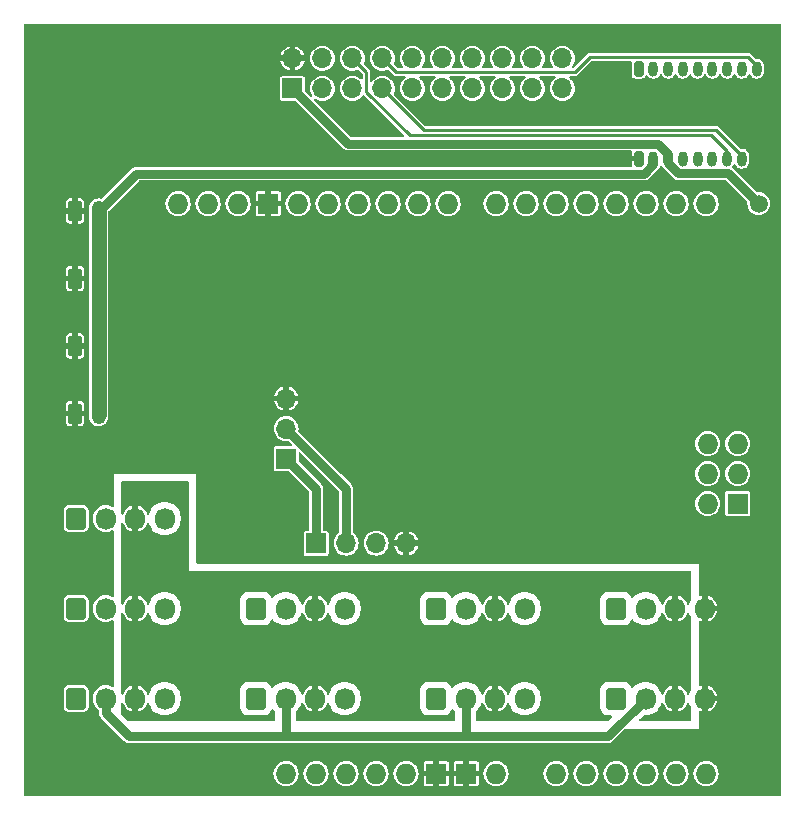
<source format=gbl>
G04 #@! TF.GenerationSoftware,KiCad,Pcbnew,7.0.5*
G04 #@! TF.CreationDate,2023-06-14T13:16:40+10:00*
G04 #@! TF.ProjectId,NUcr,4e556372-2e6b-4696-9361-645f70636258,rev?*
G04 #@! TF.SameCoordinates,Original*
G04 #@! TF.FileFunction,Copper,L2,Bot*
G04 #@! TF.FilePolarity,Positive*
%FSLAX46Y46*%
G04 Gerber Fmt 4.6, Leading zero omitted, Abs format (unit mm)*
G04 Created by KiCad (PCBNEW 7.0.5) date 2023-06-14 13:16:40*
%MOMM*%
%LPD*%
G01*
G04 APERTURE LIST*
G04 Aperture macros list*
%AMRoundRect*
0 Rectangle with rounded corners*
0 $1 Rounding radius*
0 $2 $3 $4 $5 $6 $7 $8 $9 X,Y pos of 4 corners*
0 Add a 4 corners polygon primitive as box body*
4,1,4,$2,$3,$4,$5,$6,$7,$8,$9,$2,$3,0*
0 Add four circle primitives for the rounded corners*
1,1,$1+$1,$2,$3*
1,1,$1+$1,$4,$5*
1,1,$1+$1,$6,$7*
1,1,$1+$1,$8,$9*
0 Add four rect primitives between the rounded corners*
20,1,$1+$1,$2,$3,$4,$5,0*
20,1,$1+$1,$4,$5,$6,$7,0*
20,1,$1+$1,$6,$7,$8,$9,0*
20,1,$1+$1,$8,$9,$2,$3,0*%
G04 Aperture macros list end*
G04 #@! TA.AperFunction,ComponentPad*
%ADD10RoundRect,0.250000X-0.600000X-0.675000X0.600000X-0.675000X0.600000X0.675000X-0.600000X0.675000X0*%
G04 #@! TD*
G04 #@! TA.AperFunction,ComponentPad*
%ADD11O,1.700000X1.850000*%
G04 #@! TD*
G04 #@! TA.AperFunction,ComponentPad*
%ADD12O,1.727200X1.727200*%
G04 #@! TD*
G04 #@! TA.AperFunction,ComponentPad*
%ADD13R,1.727200X1.727200*%
G04 #@! TD*
G04 #@! TA.AperFunction,ComponentPad*
%ADD14RoundRect,0.200000X-0.200000X-0.450000X0.200000X-0.450000X0.200000X0.450000X-0.200000X0.450000X0*%
G04 #@! TD*
G04 #@! TA.AperFunction,ComponentPad*
%ADD15O,0.800000X1.300000*%
G04 #@! TD*
G04 #@! TA.AperFunction,ComponentPad*
%ADD16RoundRect,0.250000X-0.350000X-0.625000X0.350000X-0.625000X0.350000X0.625000X-0.350000X0.625000X0*%
G04 #@! TD*
G04 #@! TA.AperFunction,ComponentPad*
%ADD17O,1.200000X1.750000*%
G04 #@! TD*
G04 #@! TA.AperFunction,ComponentPad*
%ADD18R,1.700000X1.700000*%
G04 #@! TD*
G04 #@! TA.AperFunction,ComponentPad*
%ADD19O,1.700000X1.700000*%
G04 #@! TD*
G04 #@! TA.AperFunction,ViaPad*
%ADD20C,1.500000*%
G04 #@! TD*
G04 #@! TA.AperFunction,Conductor*
%ADD21C,0.750000*%
G04 #@! TD*
G04 #@! TA.AperFunction,Conductor*
%ADD22C,0.250000*%
G04 #@! TD*
G04 #@! TA.AperFunction,Conductor*
%ADD23C,1.250000*%
G04 #@! TD*
G04 APERTURE END LIST*
D10*
X104140000Y-107950000D03*
D11*
X106640000Y-107950000D03*
X109140000Y-107950000D03*
X111640000Y-107950000D03*
D10*
X119380000Y-100330000D03*
D11*
X121880000Y-100330000D03*
X124380000Y-100330000D03*
X126880000Y-100330000D03*
D10*
X88900000Y-100330000D03*
D11*
X91400000Y-100330000D03*
X93900000Y-100330000D03*
X96400000Y-100330000D03*
D12*
X91440000Y-114300000D03*
X99060000Y-114300000D03*
X101600000Y-114300000D03*
X129667000Y-86360000D03*
X114300000Y-114300000D03*
X116840000Y-114300000D03*
X119380000Y-114300000D03*
X121920000Y-114300000D03*
X124460000Y-114300000D03*
X127000000Y-114300000D03*
X87376000Y-66040000D03*
X127000000Y-66040000D03*
X124460000Y-66040000D03*
X121920000Y-66040000D03*
X119380000Y-66040000D03*
X116840000Y-66040000D03*
X114300000Y-66040000D03*
X111760000Y-66040000D03*
X109220000Y-66040000D03*
X105156000Y-66040000D03*
X102616000Y-66040000D03*
X100076000Y-66040000D03*
X97536000Y-66040000D03*
X94996000Y-66040000D03*
X92456000Y-66040000D03*
D13*
X89916000Y-66040000D03*
X104140000Y-114300000D03*
X106680000Y-114300000D03*
X129667000Y-91440000D03*
D12*
X93980000Y-114300000D03*
X127127000Y-86360000D03*
X129667000Y-88900000D03*
X96520000Y-114300000D03*
X127127000Y-91440000D03*
X127127000Y-88900000D03*
X82296000Y-66040000D03*
X84836000Y-66040000D03*
X109220000Y-114300000D03*
D14*
X121285000Y-54610000D03*
D15*
X122535000Y-54610000D03*
X123785000Y-54610000D03*
X125035000Y-54610000D03*
X126285000Y-54610000D03*
X127535000Y-54610000D03*
X128785000Y-54610000D03*
X130035000Y-54610000D03*
X131285000Y-54610000D03*
D16*
X73565000Y-78105000D03*
D17*
X75565000Y-78105000D03*
D16*
X73565000Y-66675000D03*
D17*
X75565000Y-66675000D03*
D10*
X104140000Y-100330000D03*
D11*
X106640000Y-100330000D03*
X109140000Y-100330000D03*
X111640000Y-100330000D03*
D10*
X73660000Y-92710000D03*
D11*
X76160000Y-92710000D03*
X78660000Y-92710000D03*
X81160000Y-92710000D03*
D10*
X119380000Y-107950000D03*
D11*
X121880000Y-107950000D03*
X124380000Y-107950000D03*
X126880000Y-107950000D03*
D10*
X88900000Y-107950000D03*
D11*
X91400000Y-107950000D03*
X93900000Y-107950000D03*
X96400000Y-107950000D03*
D10*
X73660000Y-100330000D03*
D11*
X76160000Y-100330000D03*
X78660000Y-100330000D03*
X81160000Y-100330000D03*
D16*
X73565000Y-72390000D03*
D17*
X75565000Y-72390000D03*
D10*
X73660000Y-107950000D03*
D11*
X76160000Y-107950000D03*
X78660000Y-107950000D03*
X81160000Y-107950000D03*
D14*
X121285000Y-62230000D03*
D15*
X122535000Y-62230000D03*
X123785000Y-62230000D03*
X125035000Y-62230000D03*
X126285000Y-62230000D03*
X127535000Y-62230000D03*
X128785000Y-62230000D03*
X130035000Y-62230000D03*
D16*
X73565000Y-83820000D03*
D17*
X75565000Y-83820000D03*
D18*
X91980000Y-56290000D03*
D19*
X91980000Y-53750000D03*
X94520000Y-56290000D03*
X94520000Y-53750000D03*
X97060000Y-56290000D03*
X97060000Y-53750000D03*
X99600000Y-56290000D03*
X99600000Y-53750000D03*
X102140000Y-56290000D03*
X102140000Y-53750000D03*
X104680000Y-56290000D03*
X104680000Y-53750000D03*
X107220000Y-56290000D03*
X107220000Y-53750000D03*
X109760000Y-56290000D03*
X109760000Y-53750000D03*
X112300000Y-56290000D03*
X112300000Y-53750000D03*
X114840000Y-56290000D03*
X114840000Y-53750000D03*
D18*
X91440000Y-87630000D03*
D19*
X91440000Y-85090000D03*
X91440000Y-82550000D03*
D18*
X93980000Y-94803000D03*
D19*
X96520000Y-94803000D03*
X99060000Y-94803000D03*
X101600000Y-94803000D03*
D20*
X131445000Y-66040000D03*
D21*
X93980000Y-94803000D02*
X93980000Y-90170000D01*
X93980000Y-90170000D02*
X91440000Y-87630000D01*
X106640000Y-111085000D02*
X106680000Y-111125000D01*
X76160000Y-109180000D02*
X78105000Y-111125000D01*
X106680000Y-111125000D02*
X118705000Y-111125000D01*
X106640000Y-107950000D02*
X106640000Y-111085000D01*
X91440000Y-111125000D02*
X106680000Y-111125000D01*
X91440000Y-85090000D02*
X96520000Y-90170000D01*
X76160000Y-107950000D02*
X76160000Y-109180000D01*
X91400000Y-111085000D02*
X91440000Y-111125000D01*
X91400000Y-107950000D02*
X91400000Y-111085000D01*
X118705000Y-111125000D02*
X121880000Y-107950000D01*
X96520000Y-90170000D02*
X96520000Y-94803000D01*
X78105000Y-111125000D02*
X91440000Y-111125000D01*
X123785000Y-61851142D02*
X122893858Y-60960000D01*
X122893858Y-60960000D02*
X96650000Y-60960000D01*
X131445000Y-66040000D02*
X128860000Y-63455000D01*
X123785000Y-62230000D02*
X123785000Y-61851142D01*
X128860000Y-63455000D02*
X124631142Y-63455000D01*
X96650000Y-60960000D02*
X91980000Y-56290000D01*
X123785000Y-62608858D02*
X123785000Y-62230000D01*
X124631142Y-63455000D02*
X123785000Y-62608858D01*
D22*
X117180000Y-53635000D02*
X115890000Y-54925000D01*
X100775000Y-54925000D02*
X99600000Y-53750000D01*
X130560000Y-53635000D02*
X117180000Y-53635000D01*
X131285000Y-54610000D02*
X131285000Y-54360000D01*
X115890000Y-54925000D02*
X100775000Y-54925000D01*
X131285000Y-54360000D02*
X130560000Y-53635000D01*
X103120000Y-59810000D02*
X99600000Y-56290000D01*
X130035000Y-62230000D02*
X130035000Y-61980000D01*
X130035000Y-61980000D02*
X127865000Y-59810000D01*
X127865000Y-59810000D02*
X103120000Y-59810000D01*
X98235000Y-56586701D02*
X98235000Y-54925000D01*
X128785000Y-61605000D02*
X127440000Y-60260000D01*
X127440000Y-60260000D02*
X101908299Y-60260000D01*
X98235000Y-54925000D02*
X97060000Y-53750000D01*
X101908299Y-60260000D02*
X98235000Y-56586701D01*
X128785000Y-62230000D02*
X128785000Y-61605000D01*
D23*
X75565000Y-78105000D02*
X75565000Y-72390000D01*
X75565000Y-83820000D02*
X75565000Y-78105000D01*
D21*
X122535000Y-62726016D02*
X122535000Y-62230000D01*
D23*
X75565000Y-72390000D02*
X75565000Y-66675000D01*
D21*
X75565000Y-66675000D02*
X78735000Y-63505000D01*
X78735000Y-63505000D02*
X121756016Y-63505000D01*
X121756016Y-63505000D02*
X122535000Y-62726016D01*
G04 #@! TA.AperFunction,Conductor*
G36*
X121535000Y-62381000D02*
G01*
X121516093Y-62439191D01*
X121466593Y-62475155D01*
X121436000Y-62480000D01*
X121309624Y-62480000D01*
X121382545Y-62465495D01*
X121465240Y-62410240D01*
X121520495Y-62327545D01*
X121535000Y-62254623D01*
X121535000Y-62381000D01*
G37*
G04 #@! TD.AperFunction*
G04 #@! TA.AperFunction,Conductor*
G36*
X121494191Y-61998907D02*
G01*
X121530155Y-62048407D01*
X121535000Y-62079000D01*
X121535000Y-62205376D01*
X121520495Y-62132455D01*
X121465240Y-62049760D01*
X121382545Y-61994505D01*
X121309624Y-61980000D01*
X121436000Y-61980000D01*
X121494191Y-61998907D01*
G37*
G04 #@! TD.AperFunction*
G04 #@! TA.AperFunction,Conductor*
G36*
X133309191Y-50818907D02*
G01*
X133345155Y-50868407D01*
X133350000Y-50899000D01*
X133350000Y-116106000D01*
X133331093Y-116164191D01*
X133281593Y-116200155D01*
X133251000Y-116205000D01*
X126365000Y-116205000D01*
X69314000Y-116205000D01*
X69255809Y-116186093D01*
X69219845Y-116136593D01*
X69215000Y-116106000D01*
X69215000Y-114300003D01*
X90370751Y-114300003D01*
X90391294Y-114508594D01*
X90391295Y-114508597D01*
X90452144Y-114709187D01*
X90452145Y-114709189D01*
X90550944Y-114894031D01*
X90550950Y-114894040D01*
X90550952Y-114894043D01*
X90606402Y-114961609D01*
X90683922Y-115056068D01*
X90683931Y-115056077D01*
X90759497Y-115118092D01*
X90845957Y-115189048D01*
X90845961Y-115189050D01*
X90845968Y-115189055D01*
X91030810Y-115287854D01*
X91030816Y-115287857D01*
X91231400Y-115348704D01*
X91231402Y-115348704D01*
X91231405Y-115348705D01*
X91439997Y-115369249D01*
X91440000Y-115369249D01*
X91440003Y-115369249D01*
X91648594Y-115348705D01*
X91648595Y-115348704D01*
X91648600Y-115348704D01*
X91849184Y-115287857D01*
X91935658Y-115241636D01*
X92034031Y-115189055D01*
X92034034Y-115189052D01*
X92034043Y-115189048D01*
X92196073Y-115056073D01*
X92329048Y-114894043D01*
X92329052Y-114894034D01*
X92329055Y-114894031D01*
X92427854Y-114709189D01*
X92427855Y-114709187D01*
X92427857Y-114709184D01*
X92488704Y-114508600D01*
X92502056Y-114373039D01*
X92509249Y-114300003D01*
X92910751Y-114300003D01*
X92931294Y-114508594D01*
X92931295Y-114508597D01*
X92992144Y-114709187D01*
X92992145Y-114709189D01*
X93090944Y-114894031D01*
X93090950Y-114894040D01*
X93090952Y-114894043D01*
X93146402Y-114961609D01*
X93223922Y-115056068D01*
X93223931Y-115056077D01*
X93299497Y-115118092D01*
X93385957Y-115189048D01*
X93385961Y-115189050D01*
X93385968Y-115189055D01*
X93570810Y-115287854D01*
X93570816Y-115287857D01*
X93771400Y-115348704D01*
X93771402Y-115348704D01*
X93771405Y-115348705D01*
X93979997Y-115369249D01*
X93980000Y-115369249D01*
X93980003Y-115369249D01*
X94188594Y-115348705D01*
X94188595Y-115348704D01*
X94188600Y-115348704D01*
X94389184Y-115287857D01*
X94475658Y-115241636D01*
X94574031Y-115189055D01*
X94574034Y-115189052D01*
X94574043Y-115189048D01*
X94736073Y-115056073D01*
X94869048Y-114894043D01*
X94869052Y-114894034D01*
X94869055Y-114894031D01*
X94967854Y-114709189D01*
X94967855Y-114709187D01*
X94967857Y-114709184D01*
X95028704Y-114508600D01*
X95042056Y-114373039D01*
X95049249Y-114300003D01*
X95450751Y-114300003D01*
X95471294Y-114508594D01*
X95471295Y-114508597D01*
X95532144Y-114709187D01*
X95532145Y-114709189D01*
X95630944Y-114894031D01*
X95630950Y-114894040D01*
X95630952Y-114894043D01*
X95686402Y-114961609D01*
X95763922Y-115056068D01*
X95763931Y-115056077D01*
X95839497Y-115118092D01*
X95925957Y-115189048D01*
X95925961Y-115189050D01*
X95925968Y-115189055D01*
X96110810Y-115287854D01*
X96110816Y-115287857D01*
X96311400Y-115348704D01*
X96311402Y-115348704D01*
X96311405Y-115348705D01*
X96519997Y-115369249D01*
X96520000Y-115369249D01*
X96520003Y-115369249D01*
X96728594Y-115348705D01*
X96728595Y-115348704D01*
X96728600Y-115348704D01*
X96929184Y-115287857D01*
X97015658Y-115241636D01*
X97114031Y-115189055D01*
X97114034Y-115189052D01*
X97114043Y-115189048D01*
X97276073Y-115056073D01*
X97409048Y-114894043D01*
X97409052Y-114894034D01*
X97409055Y-114894031D01*
X97507854Y-114709189D01*
X97507855Y-114709187D01*
X97507857Y-114709184D01*
X97568704Y-114508600D01*
X97582056Y-114373039D01*
X97589249Y-114300003D01*
X97990751Y-114300003D01*
X98011294Y-114508594D01*
X98011295Y-114508597D01*
X98072144Y-114709187D01*
X98072145Y-114709189D01*
X98170944Y-114894031D01*
X98170950Y-114894040D01*
X98170952Y-114894043D01*
X98226402Y-114961609D01*
X98303922Y-115056068D01*
X98303931Y-115056077D01*
X98379497Y-115118092D01*
X98465957Y-115189048D01*
X98465961Y-115189050D01*
X98465968Y-115189055D01*
X98650810Y-115287854D01*
X98650816Y-115287857D01*
X98851400Y-115348704D01*
X98851402Y-115348704D01*
X98851405Y-115348705D01*
X99059997Y-115369249D01*
X99060000Y-115369249D01*
X99060003Y-115369249D01*
X99268594Y-115348705D01*
X99268595Y-115348704D01*
X99268600Y-115348704D01*
X99469184Y-115287857D01*
X99555658Y-115241636D01*
X99654031Y-115189055D01*
X99654034Y-115189052D01*
X99654043Y-115189048D01*
X99816073Y-115056073D01*
X99949048Y-114894043D01*
X99949052Y-114894034D01*
X99949055Y-114894031D01*
X100047854Y-114709189D01*
X100047855Y-114709187D01*
X100047857Y-114709184D01*
X100108704Y-114508600D01*
X100122056Y-114373039D01*
X100129249Y-114300003D01*
X100530751Y-114300003D01*
X100551294Y-114508594D01*
X100551295Y-114508597D01*
X100612144Y-114709187D01*
X100612145Y-114709189D01*
X100710944Y-114894031D01*
X100710950Y-114894040D01*
X100710952Y-114894043D01*
X100766402Y-114961609D01*
X100843922Y-115056068D01*
X100843931Y-115056077D01*
X100919497Y-115118092D01*
X101005957Y-115189048D01*
X101005961Y-115189050D01*
X101005968Y-115189055D01*
X101190810Y-115287854D01*
X101190816Y-115287857D01*
X101391400Y-115348704D01*
X101391402Y-115348704D01*
X101391405Y-115348705D01*
X101599997Y-115369249D01*
X101600000Y-115369249D01*
X101600003Y-115369249D01*
X101808594Y-115348705D01*
X101808595Y-115348704D01*
X101808600Y-115348704D01*
X102009184Y-115287857D01*
X102095658Y-115241636D01*
X102194031Y-115189055D01*
X102194034Y-115189052D01*
X102194043Y-115189048D01*
X102201047Y-115183300D01*
X103076400Y-115183300D01*
X103088003Y-115241636D01*
X103132206Y-115307789D01*
X103132210Y-115307793D01*
X103198363Y-115351996D01*
X103256699Y-115363599D01*
X103256703Y-115363600D01*
X103889999Y-115363600D01*
X103890000Y-115363598D01*
X103890000Y-114744297D01*
X103995408Y-114792435D01*
X104103666Y-114808000D01*
X104176334Y-114808000D01*
X104284592Y-114792435D01*
X104389999Y-114744297D01*
X104390000Y-115363599D01*
X104390001Y-115363600D01*
X105023297Y-115363600D01*
X105023300Y-115363599D01*
X105081636Y-115351996D01*
X105147789Y-115307793D01*
X105147793Y-115307789D01*
X105191996Y-115241636D01*
X105203599Y-115183300D01*
X105616400Y-115183300D01*
X105628003Y-115241636D01*
X105672206Y-115307789D01*
X105672210Y-115307793D01*
X105738363Y-115351996D01*
X105796699Y-115363599D01*
X105796703Y-115363600D01*
X106429999Y-115363600D01*
X106430000Y-115363599D01*
X106430000Y-114744297D01*
X106535408Y-114792435D01*
X106643666Y-114808000D01*
X106716334Y-114808000D01*
X106824592Y-114792435D01*
X106930000Y-114744297D01*
X106930000Y-115363599D01*
X106930001Y-115363600D01*
X107563297Y-115363600D01*
X107563300Y-115363599D01*
X107621636Y-115351996D01*
X107687789Y-115307793D01*
X107687793Y-115307789D01*
X107731996Y-115241636D01*
X107743599Y-115183300D01*
X107743600Y-115183297D01*
X107743600Y-114550001D01*
X107743599Y-114550000D01*
X107123196Y-114550000D01*
X107146845Y-114513201D01*
X107188000Y-114373039D01*
X107188000Y-114300003D01*
X108150751Y-114300003D01*
X108171294Y-114508594D01*
X108171295Y-114508597D01*
X108232144Y-114709187D01*
X108232145Y-114709189D01*
X108330944Y-114894031D01*
X108330950Y-114894040D01*
X108330952Y-114894043D01*
X108386402Y-114961609D01*
X108463922Y-115056068D01*
X108463931Y-115056077D01*
X108539497Y-115118092D01*
X108625957Y-115189048D01*
X108625961Y-115189050D01*
X108625968Y-115189055D01*
X108810810Y-115287854D01*
X108810816Y-115287857D01*
X109011400Y-115348704D01*
X109011402Y-115348704D01*
X109011405Y-115348705D01*
X109219997Y-115369249D01*
X109220000Y-115369249D01*
X109220003Y-115369249D01*
X109428594Y-115348705D01*
X109428595Y-115348704D01*
X109428600Y-115348704D01*
X109629184Y-115287857D01*
X109715658Y-115241636D01*
X109814031Y-115189055D01*
X109814034Y-115189052D01*
X109814043Y-115189048D01*
X109976073Y-115056073D01*
X110109048Y-114894043D01*
X110109052Y-114894034D01*
X110109055Y-114894031D01*
X110207854Y-114709189D01*
X110207855Y-114709187D01*
X110207857Y-114709184D01*
X110268704Y-114508600D01*
X110282056Y-114373039D01*
X110289249Y-114300003D01*
X113230751Y-114300003D01*
X113251294Y-114508594D01*
X113251295Y-114508597D01*
X113312144Y-114709187D01*
X113312145Y-114709189D01*
X113410944Y-114894031D01*
X113410950Y-114894040D01*
X113410952Y-114894043D01*
X113466402Y-114961609D01*
X113543922Y-115056068D01*
X113543931Y-115056077D01*
X113619497Y-115118092D01*
X113705957Y-115189048D01*
X113705961Y-115189050D01*
X113705968Y-115189055D01*
X113890810Y-115287854D01*
X113890816Y-115287857D01*
X114091400Y-115348704D01*
X114091402Y-115348704D01*
X114091405Y-115348705D01*
X114299997Y-115369249D01*
X114300000Y-115369249D01*
X114300003Y-115369249D01*
X114508594Y-115348705D01*
X114508595Y-115348704D01*
X114508600Y-115348704D01*
X114709184Y-115287857D01*
X114795658Y-115241636D01*
X114894031Y-115189055D01*
X114894034Y-115189052D01*
X114894043Y-115189048D01*
X115056073Y-115056073D01*
X115189048Y-114894043D01*
X115189052Y-114894034D01*
X115189055Y-114894031D01*
X115287854Y-114709189D01*
X115287855Y-114709187D01*
X115287857Y-114709184D01*
X115348704Y-114508600D01*
X115362056Y-114373039D01*
X115369249Y-114300003D01*
X115770751Y-114300003D01*
X115791294Y-114508594D01*
X115791295Y-114508597D01*
X115852144Y-114709187D01*
X115852145Y-114709189D01*
X115950944Y-114894031D01*
X115950950Y-114894040D01*
X115950952Y-114894043D01*
X116006402Y-114961609D01*
X116083922Y-115056068D01*
X116083931Y-115056077D01*
X116159497Y-115118092D01*
X116245957Y-115189048D01*
X116245961Y-115189050D01*
X116245968Y-115189055D01*
X116430810Y-115287854D01*
X116430816Y-115287857D01*
X116631400Y-115348704D01*
X116631402Y-115348704D01*
X116631405Y-115348705D01*
X116839997Y-115369249D01*
X116840000Y-115369249D01*
X116840003Y-115369249D01*
X117048594Y-115348705D01*
X117048595Y-115348704D01*
X117048600Y-115348704D01*
X117249184Y-115287857D01*
X117335658Y-115241636D01*
X117434031Y-115189055D01*
X117434034Y-115189052D01*
X117434043Y-115189048D01*
X117596073Y-115056073D01*
X117729048Y-114894043D01*
X117729052Y-114894034D01*
X117729055Y-114894031D01*
X117827854Y-114709189D01*
X117827855Y-114709187D01*
X117827857Y-114709184D01*
X117888704Y-114508600D01*
X117902056Y-114373039D01*
X117909249Y-114300003D01*
X118310751Y-114300003D01*
X118331294Y-114508594D01*
X118331295Y-114508597D01*
X118392144Y-114709187D01*
X118392145Y-114709189D01*
X118490944Y-114894031D01*
X118490950Y-114894040D01*
X118490952Y-114894043D01*
X118546402Y-114961609D01*
X118623922Y-115056068D01*
X118623931Y-115056077D01*
X118699497Y-115118092D01*
X118785957Y-115189048D01*
X118785961Y-115189050D01*
X118785968Y-115189055D01*
X118970810Y-115287854D01*
X118970816Y-115287857D01*
X119171400Y-115348704D01*
X119171402Y-115348704D01*
X119171405Y-115348705D01*
X119379997Y-115369249D01*
X119380000Y-115369249D01*
X119380003Y-115369249D01*
X119588594Y-115348705D01*
X119588595Y-115348704D01*
X119588600Y-115348704D01*
X119789184Y-115287857D01*
X119875658Y-115241636D01*
X119974031Y-115189055D01*
X119974034Y-115189052D01*
X119974043Y-115189048D01*
X120136073Y-115056073D01*
X120269048Y-114894043D01*
X120269052Y-114894034D01*
X120269055Y-114894031D01*
X120367854Y-114709189D01*
X120367855Y-114709187D01*
X120367857Y-114709184D01*
X120428704Y-114508600D01*
X120442056Y-114373039D01*
X120449249Y-114300003D01*
X120850751Y-114300003D01*
X120871294Y-114508594D01*
X120871295Y-114508597D01*
X120932144Y-114709187D01*
X120932145Y-114709189D01*
X121030944Y-114894031D01*
X121030950Y-114894040D01*
X121030952Y-114894043D01*
X121086402Y-114961609D01*
X121163922Y-115056068D01*
X121163931Y-115056077D01*
X121239497Y-115118092D01*
X121325957Y-115189048D01*
X121325961Y-115189050D01*
X121325968Y-115189055D01*
X121510810Y-115287854D01*
X121510816Y-115287857D01*
X121711400Y-115348704D01*
X121711402Y-115348704D01*
X121711405Y-115348705D01*
X121919997Y-115369249D01*
X121920000Y-115369249D01*
X121920003Y-115369249D01*
X122128594Y-115348705D01*
X122128595Y-115348704D01*
X122128600Y-115348704D01*
X122329184Y-115287857D01*
X122415658Y-115241636D01*
X122514031Y-115189055D01*
X122514034Y-115189052D01*
X122514043Y-115189048D01*
X122676073Y-115056073D01*
X122809048Y-114894043D01*
X122809052Y-114894034D01*
X122809055Y-114894031D01*
X122907854Y-114709189D01*
X122907855Y-114709187D01*
X122907857Y-114709184D01*
X122968704Y-114508600D01*
X122982056Y-114373039D01*
X122989249Y-114300003D01*
X123390751Y-114300003D01*
X123411294Y-114508594D01*
X123411295Y-114508597D01*
X123472144Y-114709187D01*
X123472145Y-114709189D01*
X123570944Y-114894031D01*
X123570950Y-114894040D01*
X123570952Y-114894043D01*
X123626402Y-114961609D01*
X123703922Y-115056068D01*
X123703931Y-115056077D01*
X123779497Y-115118092D01*
X123865957Y-115189048D01*
X123865961Y-115189050D01*
X123865968Y-115189055D01*
X124050810Y-115287854D01*
X124050816Y-115287857D01*
X124251400Y-115348704D01*
X124251402Y-115348704D01*
X124251405Y-115348705D01*
X124459997Y-115369249D01*
X124460000Y-115369249D01*
X124460003Y-115369249D01*
X124668594Y-115348705D01*
X124668595Y-115348704D01*
X124668600Y-115348704D01*
X124869184Y-115287857D01*
X124955658Y-115241636D01*
X125054031Y-115189055D01*
X125054034Y-115189052D01*
X125054043Y-115189048D01*
X125216073Y-115056073D01*
X125349048Y-114894043D01*
X125349052Y-114894034D01*
X125349055Y-114894031D01*
X125447854Y-114709189D01*
X125447855Y-114709187D01*
X125447857Y-114709184D01*
X125508704Y-114508600D01*
X125522056Y-114373039D01*
X125529249Y-114300003D01*
X125930751Y-114300003D01*
X125951294Y-114508594D01*
X125951295Y-114508597D01*
X126012144Y-114709187D01*
X126012145Y-114709189D01*
X126110944Y-114894031D01*
X126110950Y-114894040D01*
X126110952Y-114894043D01*
X126166402Y-114961609D01*
X126243922Y-115056068D01*
X126243931Y-115056077D01*
X126313384Y-115113075D01*
X126405957Y-115189048D01*
X126405961Y-115189050D01*
X126405968Y-115189055D01*
X126590810Y-115287854D01*
X126590816Y-115287857D01*
X126791400Y-115348704D01*
X126791402Y-115348704D01*
X126791405Y-115348705D01*
X126999997Y-115369249D01*
X127000000Y-115369249D01*
X127000003Y-115369249D01*
X127208594Y-115348705D01*
X127208595Y-115348704D01*
X127208600Y-115348704D01*
X127409184Y-115287857D01*
X127495658Y-115241636D01*
X127594031Y-115189055D01*
X127594034Y-115189052D01*
X127594043Y-115189048D01*
X127756073Y-115056073D01*
X127889048Y-114894043D01*
X127889052Y-114894034D01*
X127889055Y-114894031D01*
X127987854Y-114709189D01*
X127987855Y-114709187D01*
X127987857Y-114709184D01*
X128048704Y-114508600D01*
X128062056Y-114373039D01*
X128069249Y-114300003D01*
X128069249Y-114299996D01*
X128048705Y-114091405D01*
X128048704Y-114091402D01*
X128048704Y-114091400D01*
X127987857Y-113890816D01*
X127943359Y-113807565D01*
X127889055Y-113705968D01*
X127889050Y-113705961D01*
X127889048Y-113705957D01*
X127818092Y-113619497D01*
X127756077Y-113543931D01*
X127756068Y-113543922D01*
X127601049Y-113416702D01*
X127594043Y-113410952D01*
X127594040Y-113410950D01*
X127594031Y-113410944D01*
X127409189Y-113312145D01*
X127409187Y-113312144D01*
X127208597Y-113251295D01*
X127208594Y-113251294D01*
X127000003Y-113230751D01*
X126999997Y-113230751D01*
X126791405Y-113251294D01*
X126791402Y-113251295D01*
X126590812Y-113312144D01*
X126590810Y-113312145D01*
X126405968Y-113410944D01*
X126405958Y-113410951D01*
X126365000Y-113444564D01*
X126364999Y-113444564D01*
X126243931Y-113543922D01*
X126243922Y-113543931D01*
X126110951Y-113705958D01*
X126110944Y-113705968D01*
X126012145Y-113890810D01*
X126012144Y-113890812D01*
X125951295Y-114091402D01*
X125951294Y-114091405D01*
X125930751Y-114299996D01*
X125930751Y-114300003D01*
X125529249Y-114300003D01*
X125529249Y-114299996D01*
X125508705Y-114091405D01*
X125508704Y-114091402D01*
X125508704Y-114091400D01*
X125447857Y-113890816D01*
X125403359Y-113807565D01*
X125349055Y-113705968D01*
X125349050Y-113705961D01*
X125349048Y-113705957D01*
X125278092Y-113619497D01*
X125216077Y-113543931D01*
X125216068Y-113543922D01*
X125061049Y-113416702D01*
X125054043Y-113410952D01*
X125054040Y-113410950D01*
X125054031Y-113410944D01*
X124869189Y-113312145D01*
X124869187Y-113312144D01*
X124668597Y-113251295D01*
X124668594Y-113251294D01*
X124460003Y-113230751D01*
X124459997Y-113230751D01*
X124251405Y-113251294D01*
X124251402Y-113251295D01*
X124050812Y-113312144D01*
X124050810Y-113312145D01*
X123865968Y-113410944D01*
X123865958Y-113410951D01*
X123703931Y-113543922D01*
X123703922Y-113543931D01*
X123570951Y-113705958D01*
X123570944Y-113705968D01*
X123472145Y-113890810D01*
X123472144Y-113890812D01*
X123411295Y-114091402D01*
X123411294Y-114091405D01*
X123390751Y-114299996D01*
X123390751Y-114300003D01*
X122989249Y-114300003D01*
X122989249Y-114299996D01*
X122968705Y-114091405D01*
X122968704Y-114091402D01*
X122968704Y-114091400D01*
X122907857Y-113890816D01*
X122863359Y-113807565D01*
X122809055Y-113705968D01*
X122809050Y-113705961D01*
X122809048Y-113705957D01*
X122738092Y-113619497D01*
X122676077Y-113543931D01*
X122676068Y-113543922D01*
X122521049Y-113416702D01*
X122514043Y-113410952D01*
X122514040Y-113410950D01*
X122514031Y-113410944D01*
X122329189Y-113312145D01*
X122329187Y-113312144D01*
X122128597Y-113251295D01*
X122128594Y-113251294D01*
X121920003Y-113230751D01*
X121919997Y-113230751D01*
X121711405Y-113251294D01*
X121711402Y-113251295D01*
X121510812Y-113312144D01*
X121510810Y-113312145D01*
X121325968Y-113410944D01*
X121325958Y-113410951D01*
X121163931Y-113543922D01*
X121163922Y-113543931D01*
X121030951Y-113705958D01*
X121030944Y-113705968D01*
X120932145Y-113890810D01*
X120932144Y-113890812D01*
X120871295Y-114091402D01*
X120871294Y-114091405D01*
X120850751Y-114299996D01*
X120850751Y-114300003D01*
X120449249Y-114300003D01*
X120449249Y-114299996D01*
X120428705Y-114091405D01*
X120428704Y-114091402D01*
X120428704Y-114091400D01*
X120367857Y-113890816D01*
X120323359Y-113807565D01*
X120269055Y-113705968D01*
X120269050Y-113705961D01*
X120269048Y-113705957D01*
X120198092Y-113619497D01*
X120136077Y-113543931D01*
X120136068Y-113543922D01*
X119981049Y-113416702D01*
X119974043Y-113410952D01*
X119974040Y-113410950D01*
X119974031Y-113410944D01*
X119789189Y-113312145D01*
X119789187Y-113312144D01*
X119588597Y-113251295D01*
X119588594Y-113251294D01*
X119380003Y-113230751D01*
X119379997Y-113230751D01*
X119171405Y-113251294D01*
X119171402Y-113251295D01*
X118970812Y-113312144D01*
X118970810Y-113312145D01*
X118785968Y-113410944D01*
X118785958Y-113410951D01*
X118623931Y-113543922D01*
X118623922Y-113543931D01*
X118490951Y-113705958D01*
X118490944Y-113705968D01*
X118392145Y-113890810D01*
X118392144Y-113890812D01*
X118331295Y-114091402D01*
X118331294Y-114091405D01*
X118310751Y-114299996D01*
X118310751Y-114300003D01*
X117909249Y-114300003D01*
X117909249Y-114299996D01*
X117888705Y-114091405D01*
X117888704Y-114091402D01*
X117888704Y-114091400D01*
X117827857Y-113890816D01*
X117783359Y-113807565D01*
X117729055Y-113705968D01*
X117729050Y-113705961D01*
X117729048Y-113705957D01*
X117658092Y-113619497D01*
X117596077Y-113543931D01*
X117596068Y-113543922D01*
X117441049Y-113416702D01*
X117434043Y-113410952D01*
X117434040Y-113410950D01*
X117434031Y-113410944D01*
X117249189Y-113312145D01*
X117249187Y-113312144D01*
X117048597Y-113251295D01*
X117048594Y-113251294D01*
X116840003Y-113230751D01*
X116839997Y-113230751D01*
X116631405Y-113251294D01*
X116631402Y-113251295D01*
X116430812Y-113312144D01*
X116430810Y-113312145D01*
X116245968Y-113410944D01*
X116245958Y-113410951D01*
X116083931Y-113543922D01*
X116083922Y-113543931D01*
X115950951Y-113705958D01*
X115950944Y-113705968D01*
X115852145Y-113890810D01*
X115852144Y-113890812D01*
X115791295Y-114091402D01*
X115791294Y-114091405D01*
X115770751Y-114299996D01*
X115770751Y-114300003D01*
X115369249Y-114300003D01*
X115369249Y-114299996D01*
X115348705Y-114091405D01*
X115348704Y-114091402D01*
X115348704Y-114091400D01*
X115287857Y-113890816D01*
X115243359Y-113807565D01*
X115189055Y-113705968D01*
X115189050Y-113705961D01*
X115189048Y-113705957D01*
X115118092Y-113619497D01*
X115056077Y-113543931D01*
X115056068Y-113543922D01*
X114901049Y-113416702D01*
X114894043Y-113410952D01*
X114894040Y-113410950D01*
X114894031Y-113410944D01*
X114709189Y-113312145D01*
X114709187Y-113312144D01*
X114508597Y-113251295D01*
X114508594Y-113251294D01*
X114300003Y-113230751D01*
X114299997Y-113230751D01*
X114091405Y-113251294D01*
X114091402Y-113251295D01*
X113890812Y-113312144D01*
X113890810Y-113312145D01*
X113705968Y-113410944D01*
X113705958Y-113410951D01*
X113543931Y-113543922D01*
X113543922Y-113543931D01*
X113410951Y-113705958D01*
X113410944Y-113705968D01*
X113312145Y-113890810D01*
X113312144Y-113890812D01*
X113251295Y-114091402D01*
X113251294Y-114091405D01*
X113230751Y-114299996D01*
X113230751Y-114300003D01*
X110289249Y-114300003D01*
X110289249Y-114299996D01*
X110268705Y-114091405D01*
X110268704Y-114091402D01*
X110268704Y-114091400D01*
X110207857Y-113890816D01*
X110163359Y-113807565D01*
X110109055Y-113705968D01*
X110109050Y-113705961D01*
X110109048Y-113705957D01*
X110038092Y-113619497D01*
X109976077Y-113543931D01*
X109976068Y-113543922D01*
X109821049Y-113416702D01*
X109814043Y-113410952D01*
X109814040Y-113410950D01*
X109814031Y-113410944D01*
X109629189Y-113312145D01*
X109629187Y-113312144D01*
X109428597Y-113251295D01*
X109428594Y-113251294D01*
X109220003Y-113230751D01*
X109219997Y-113230751D01*
X109011405Y-113251294D01*
X109011402Y-113251295D01*
X108810812Y-113312144D01*
X108810810Y-113312145D01*
X108625968Y-113410944D01*
X108625958Y-113410951D01*
X108463931Y-113543922D01*
X108463922Y-113543931D01*
X108330951Y-113705958D01*
X108330944Y-113705968D01*
X108232145Y-113890810D01*
X108232144Y-113890812D01*
X108171295Y-114091402D01*
X108171294Y-114091405D01*
X108150751Y-114299996D01*
X108150751Y-114300003D01*
X107188000Y-114300003D01*
X107188000Y-114226961D01*
X107146845Y-114086799D01*
X107123196Y-114050000D01*
X107743599Y-114050000D01*
X107743600Y-114049999D01*
X107743600Y-113416702D01*
X107743599Y-113416699D01*
X107731996Y-113358363D01*
X107687793Y-113292210D01*
X107687789Y-113292206D01*
X107621636Y-113248003D01*
X107563300Y-113236400D01*
X106930001Y-113236400D01*
X106930000Y-113236401D01*
X106930000Y-113855702D01*
X106824592Y-113807565D01*
X106716334Y-113792000D01*
X106643666Y-113792000D01*
X106535408Y-113807565D01*
X106430000Y-113855702D01*
X106430000Y-113236401D01*
X106429999Y-113236400D01*
X105796699Y-113236400D01*
X105738363Y-113248003D01*
X105672210Y-113292206D01*
X105672206Y-113292210D01*
X105628003Y-113358363D01*
X105616400Y-113416699D01*
X105616400Y-114049999D01*
X105616401Y-114050000D01*
X106236804Y-114050000D01*
X106213155Y-114086799D01*
X106172000Y-114226961D01*
X106172000Y-114373039D01*
X106213155Y-114513201D01*
X106236804Y-114550000D01*
X105616401Y-114550000D01*
X105616400Y-114550001D01*
X105616400Y-115183300D01*
X105203599Y-115183300D01*
X105203600Y-115183297D01*
X105203600Y-114550001D01*
X105203599Y-114550000D01*
X104583196Y-114550000D01*
X104606845Y-114513201D01*
X104648000Y-114373039D01*
X104648000Y-114226961D01*
X104606845Y-114086799D01*
X104583196Y-114050000D01*
X105203599Y-114050000D01*
X105203600Y-114049999D01*
X105203600Y-113416702D01*
X105203599Y-113416699D01*
X105191996Y-113358363D01*
X105147793Y-113292210D01*
X105147789Y-113292206D01*
X105081636Y-113248003D01*
X105023300Y-113236400D01*
X104390000Y-113236400D01*
X104390000Y-113855702D01*
X104284592Y-113807565D01*
X104176334Y-113792000D01*
X104103666Y-113792000D01*
X103995408Y-113807565D01*
X103889999Y-113855702D01*
X103890000Y-113236401D01*
X103889999Y-113236400D01*
X103256699Y-113236400D01*
X103198363Y-113248003D01*
X103132210Y-113292206D01*
X103132206Y-113292210D01*
X103088003Y-113358363D01*
X103076400Y-113416699D01*
X103076400Y-114049999D01*
X103076401Y-114050000D01*
X103696804Y-114050000D01*
X103673155Y-114086799D01*
X103632000Y-114226961D01*
X103632000Y-114373039D01*
X103673155Y-114513201D01*
X103696804Y-114550000D01*
X103076401Y-114550000D01*
X103076400Y-114550001D01*
X103076400Y-115183300D01*
X102201047Y-115183300D01*
X102356073Y-115056073D01*
X102489048Y-114894043D01*
X102489052Y-114894034D01*
X102489055Y-114894031D01*
X102587854Y-114709189D01*
X102587855Y-114709187D01*
X102587857Y-114709184D01*
X102648704Y-114508600D01*
X102662056Y-114373039D01*
X102669249Y-114300003D01*
X102669249Y-114299996D01*
X102648705Y-114091405D01*
X102648704Y-114091402D01*
X102648704Y-114091400D01*
X102587857Y-113890816D01*
X102543359Y-113807565D01*
X102489055Y-113705968D01*
X102489050Y-113705961D01*
X102489048Y-113705957D01*
X102418092Y-113619497D01*
X102356077Y-113543931D01*
X102356068Y-113543922D01*
X102201049Y-113416702D01*
X102194043Y-113410952D01*
X102194040Y-113410950D01*
X102194031Y-113410944D01*
X102009189Y-113312145D01*
X102009187Y-113312144D01*
X101808597Y-113251295D01*
X101808594Y-113251294D01*
X101600003Y-113230751D01*
X101599997Y-113230751D01*
X101391405Y-113251294D01*
X101391402Y-113251295D01*
X101190812Y-113312144D01*
X101190810Y-113312145D01*
X101005968Y-113410944D01*
X101005958Y-113410951D01*
X100843931Y-113543922D01*
X100843922Y-113543931D01*
X100710951Y-113705958D01*
X100710944Y-113705968D01*
X100612145Y-113890810D01*
X100612144Y-113890812D01*
X100551295Y-114091402D01*
X100551294Y-114091405D01*
X100530751Y-114299996D01*
X100530751Y-114300003D01*
X100129249Y-114300003D01*
X100129249Y-114299996D01*
X100108705Y-114091405D01*
X100108704Y-114091402D01*
X100108704Y-114091400D01*
X100047857Y-113890816D01*
X100003359Y-113807565D01*
X99949055Y-113705968D01*
X99949050Y-113705961D01*
X99949048Y-113705957D01*
X99878092Y-113619497D01*
X99816077Y-113543931D01*
X99816068Y-113543922D01*
X99661049Y-113416702D01*
X99654043Y-113410952D01*
X99654040Y-113410950D01*
X99654031Y-113410944D01*
X99469189Y-113312145D01*
X99469187Y-113312144D01*
X99268597Y-113251295D01*
X99268594Y-113251294D01*
X99060003Y-113230751D01*
X99059997Y-113230751D01*
X98851405Y-113251294D01*
X98851402Y-113251295D01*
X98650812Y-113312144D01*
X98650810Y-113312145D01*
X98465968Y-113410944D01*
X98465958Y-113410951D01*
X98303931Y-113543922D01*
X98303922Y-113543931D01*
X98170951Y-113705958D01*
X98170944Y-113705968D01*
X98072145Y-113890810D01*
X98072144Y-113890812D01*
X98011295Y-114091402D01*
X98011294Y-114091405D01*
X97990751Y-114299996D01*
X97990751Y-114300003D01*
X97589249Y-114300003D01*
X97589249Y-114299996D01*
X97568705Y-114091405D01*
X97568704Y-114091402D01*
X97568704Y-114091400D01*
X97507857Y-113890816D01*
X97463359Y-113807565D01*
X97409055Y-113705968D01*
X97409050Y-113705961D01*
X97409048Y-113705957D01*
X97338092Y-113619497D01*
X97276077Y-113543931D01*
X97276068Y-113543922D01*
X97121049Y-113416702D01*
X97114043Y-113410952D01*
X97114040Y-113410950D01*
X97114031Y-113410944D01*
X96929189Y-113312145D01*
X96929187Y-113312144D01*
X96728597Y-113251295D01*
X96728594Y-113251294D01*
X96520003Y-113230751D01*
X96519997Y-113230751D01*
X96311405Y-113251294D01*
X96311402Y-113251295D01*
X96110812Y-113312144D01*
X96110810Y-113312145D01*
X95925968Y-113410944D01*
X95925958Y-113410951D01*
X95763931Y-113543922D01*
X95763922Y-113543931D01*
X95630951Y-113705958D01*
X95630944Y-113705968D01*
X95532145Y-113890810D01*
X95532144Y-113890812D01*
X95471295Y-114091402D01*
X95471294Y-114091405D01*
X95450751Y-114299996D01*
X95450751Y-114300003D01*
X95049249Y-114300003D01*
X95049249Y-114299996D01*
X95028705Y-114091405D01*
X95028704Y-114091402D01*
X95028704Y-114091400D01*
X94967857Y-113890816D01*
X94923359Y-113807565D01*
X94869055Y-113705968D01*
X94869050Y-113705961D01*
X94869048Y-113705957D01*
X94798092Y-113619497D01*
X94736077Y-113543931D01*
X94736068Y-113543922D01*
X94581049Y-113416702D01*
X94574043Y-113410952D01*
X94574040Y-113410950D01*
X94574031Y-113410944D01*
X94389189Y-113312145D01*
X94389187Y-113312144D01*
X94188597Y-113251295D01*
X94188594Y-113251294D01*
X93980003Y-113230751D01*
X93979997Y-113230751D01*
X93771405Y-113251294D01*
X93771402Y-113251295D01*
X93570812Y-113312144D01*
X93570810Y-113312145D01*
X93385968Y-113410944D01*
X93385958Y-113410951D01*
X93223931Y-113543922D01*
X93223922Y-113543931D01*
X93090951Y-113705958D01*
X93090944Y-113705968D01*
X92992145Y-113890810D01*
X92992144Y-113890812D01*
X92931295Y-114091402D01*
X92931294Y-114091405D01*
X92910751Y-114299996D01*
X92910751Y-114300003D01*
X92509249Y-114300003D01*
X92509249Y-114299996D01*
X92488705Y-114091405D01*
X92488704Y-114091402D01*
X92488704Y-114091400D01*
X92427857Y-113890816D01*
X92383359Y-113807565D01*
X92329055Y-113705968D01*
X92329050Y-113705961D01*
X92329048Y-113705957D01*
X92258092Y-113619497D01*
X92196077Y-113543931D01*
X92196068Y-113543922D01*
X92041049Y-113416702D01*
X92034043Y-113410952D01*
X92034040Y-113410950D01*
X92034031Y-113410944D01*
X91849189Y-113312145D01*
X91849187Y-113312144D01*
X91648597Y-113251295D01*
X91648594Y-113251294D01*
X91440003Y-113230751D01*
X91439997Y-113230751D01*
X91231405Y-113251294D01*
X91231402Y-113251295D01*
X91030812Y-113312144D01*
X91030810Y-113312145D01*
X90845968Y-113410944D01*
X90845958Y-113410951D01*
X90683931Y-113543922D01*
X90683922Y-113543931D01*
X90550951Y-113705958D01*
X90550944Y-113705968D01*
X90452145Y-113890810D01*
X90452144Y-113890812D01*
X90391295Y-114091402D01*
X90391294Y-114091405D01*
X90370751Y-114299996D01*
X90370751Y-114300003D01*
X69215000Y-114300003D01*
X69215000Y-108679274D01*
X72609500Y-108679274D01*
X72612353Y-108709694D01*
X72612355Y-108709703D01*
X72657207Y-108837883D01*
X72737845Y-108947144D01*
X72737847Y-108947146D01*
X72737850Y-108947150D01*
X72737853Y-108947152D01*
X72737855Y-108947154D01*
X72847116Y-109027792D01*
X72847117Y-109027792D01*
X72847118Y-109027793D01*
X72975301Y-109072646D01*
X73005725Y-109075499D01*
X73005727Y-109075500D01*
X73005734Y-109075500D01*
X74314273Y-109075500D01*
X74314273Y-109075499D01*
X74344699Y-109072646D01*
X74472882Y-109027793D01*
X74582150Y-108947150D01*
X74662793Y-108837882D01*
X74707646Y-108709699D01*
X74710499Y-108679273D01*
X74710500Y-108679273D01*
X74710500Y-108076606D01*
X75109499Y-108076606D01*
X75124698Y-108230928D01*
X75124699Y-108230934D01*
X75184768Y-108428954D01*
X75282316Y-108611452D01*
X75413302Y-108771059D01*
X75413590Y-108771410D01*
X75413595Y-108771414D01*
X75548305Y-108881967D01*
X75581292Y-108933498D01*
X75584500Y-108958495D01*
X75584500Y-109139038D01*
X75584076Y-109145505D01*
X75579535Y-109179999D01*
X75579535Y-109180000D01*
X75584251Y-109215822D01*
X75584254Y-109215853D01*
X75599312Y-109330231D01*
X75599314Y-109330237D01*
X75657301Y-109470232D01*
X75657302Y-109470233D01*
X75726390Y-109560270D01*
X75749548Y-109590451D01*
X75777146Y-109611627D01*
X75782020Y-109615901D01*
X77669093Y-111502974D01*
X77673367Y-111507847D01*
X77694546Y-111535448D01*
X77694549Y-111535451D01*
X77718272Y-111553654D01*
X77722554Y-111556940D01*
X77722588Y-111556967D01*
X77724732Y-111558612D01*
X77762638Y-111587698D01*
X77814767Y-111627698D01*
X77954764Y-111685687D01*
X78067280Y-111700500D01*
X78067285Y-111700500D01*
X78105000Y-111705465D01*
X78139493Y-111700923D01*
X78145961Y-111700500D01*
X91399032Y-111700500D01*
X91405500Y-111700924D01*
X91439999Y-111705466D01*
X91440000Y-111705466D01*
X91440001Y-111705466D01*
X91474500Y-111700924D01*
X91480968Y-111700500D01*
X106639032Y-111700500D01*
X106645500Y-111700924D01*
X106679999Y-111705466D01*
X106680000Y-111705466D01*
X106680001Y-111705466D01*
X106714500Y-111700924D01*
X106720968Y-111700500D01*
X118664039Y-111700500D01*
X118670506Y-111700923D01*
X118705000Y-111705465D01*
X118742714Y-111700500D01*
X118742720Y-111700500D01*
X118855236Y-111685687D01*
X118995233Y-111627698D01*
X119047362Y-111587698D01*
X119085268Y-111558612D01*
X119085267Y-111558612D01*
X119091730Y-111553654D01*
X119091737Y-111553647D01*
X119115444Y-111535456D01*
X119115451Y-111535451D01*
X119136632Y-111507845D01*
X119140902Y-111502977D01*
X120124883Y-110518996D01*
X120179400Y-110491219D01*
X120194887Y-110490000D01*
X126365000Y-110490000D01*
X126365000Y-109099506D01*
X126383906Y-109041319D01*
X126433406Y-109005355D01*
X126492737Y-109004773D01*
X126629999Y-109046411D01*
X126630000Y-109046411D01*
X126629999Y-108299607D01*
X126747031Y-108359238D01*
X126846549Y-108375000D01*
X126913451Y-108375000D01*
X127012969Y-108359238D01*
X127130000Y-108299607D01*
X127130000Y-109046411D01*
X127283762Y-108999767D01*
X127283767Y-108999765D01*
X127466160Y-108902275D01*
X127466170Y-108902268D01*
X127626050Y-108771059D01*
X127626059Y-108771050D01*
X127757268Y-108611170D01*
X127757275Y-108611160D01*
X127854765Y-108428767D01*
X127854767Y-108428762D01*
X127914808Y-108230836D01*
X127914809Y-108230830D01*
X127917845Y-108200000D01*
X127229607Y-108200000D01*
X127289238Y-108082969D01*
X127310298Y-107950000D01*
X127289238Y-107817031D01*
X127229607Y-107700000D01*
X127917845Y-107700000D01*
X127917845Y-107699999D01*
X127914809Y-107669169D01*
X127914808Y-107669163D01*
X127854767Y-107471237D01*
X127854765Y-107471232D01*
X127757275Y-107288839D01*
X127757268Y-107288829D01*
X127626059Y-107128949D01*
X127626050Y-107128940D01*
X127466170Y-106997731D01*
X127466160Y-106997724D01*
X127283771Y-106900236D01*
X127283758Y-106900231D01*
X127130000Y-106853588D01*
X127130000Y-107600392D01*
X127012969Y-107540762D01*
X126913451Y-107525000D01*
X126846549Y-107525000D01*
X126747031Y-107540762D01*
X126629999Y-107600392D01*
X126629999Y-106853587D01*
X126492738Y-106895226D01*
X126431565Y-106894025D01*
X126382780Y-106857096D01*
X126365000Y-106800489D01*
X126365000Y-101479510D01*
X126383907Y-101421319D01*
X126433407Y-101385355D01*
X126492738Y-101384773D01*
X126629999Y-101426411D01*
X126630000Y-101426411D01*
X126629999Y-100679607D01*
X126747031Y-100739238D01*
X126846549Y-100755000D01*
X126913451Y-100755000D01*
X127012969Y-100739238D01*
X127130000Y-100679607D01*
X127130000Y-101426411D01*
X127283762Y-101379767D01*
X127283767Y-101379765D01*
X127466160Y-101282275D01*
X127466170Y-101282268D01*
X127626050Y-101151059D01*
X127626059Y-101151050D01*
X127757268Y-100991170D01*
X127757275Y-100991160D01*
X127854765Y-100808767D01*
X127854767Y-100808762D01*
X127914808Y-100610836D01*
X127914809Y-100610830D01*
X127917845Y-100580000D01*
X127229607Y-100580000D01*
X127289238Y-100462969D01*
X127310298Y-100330000D01*
X127289238Y-100197031D01*
X127229607Y-100080000D01*
X127917845Y-100080000D01*
X127917845Y-100079999D01*
X127914809Y-100049169D01*
X127914808Y-100049163D01*
X127854767Y-99851237D01*
X127854765Y-99851232D01*
X127757275Y-99668839D01*
X127757268Y-99668829D01*
X127626059Y-99508949D01*
X127626050Y-99508940D01*
X127466170Y-99377731D01*
X127466160Y-99377724D01*
X127283771Y-99280236D01*
X127283758Y-99280231D01*
X127130000Y-99233588D01*
X127130000Y-99980392D01*
X127012969Y-99920762D01*
X126913451Y-99905000D01*
X126846549Y-99905000D01*
X126747031Y-99920762D01*
X126629999Y-99980392D01*
X126629999Y-99233588D01*
X126629999Y-99233587D01*
X126492738Y-99275226D01*
X126431565Y-99274025D01*
X126382780Y-99237096D01*
X126365000Y-99180489D01*
X126365000Y-96520001D01*
X126365000Y-96520000D01*
X126364999Y-96520000D01*
X83919000Y-96520000D01*
X83860809Y-96501093D01*
X83824845Y-96451593D01*
X83820000Y-96421000D01*
X83820000Y-88900001D01*
X83820000Y-88900000D01*
X83819999Y-88900000D01*
X76835001Y-88900000D01*
X76835000Y-88900000D01*
X76835000Y-88900001D01*
X76835000Y-91639474D01*
X76816093Y-91697665D01*
X76766593Y-91733629D01*
X76705407Y-91733629D01*
X76689331Y-91726784D01*
X76563954Y-91659768D01*
X76365934Y-91599699D01*
X76365929Y-91599698D01*
X76160003Y-91579417D01*
X76159997Y-91579417D01*
X75954070Y-91599698D01*
X75954065Y-91599699D01*
X75756045Y-91659768D01*
X75573547Y-91757316D01*
X75413595Y-91888585D01*
X75413585Y-91888595D01*
X75282316Y-92048547D01*
X75184768Y-92231045D01*
X75124699Y-92429065D01*
X75124698Y-92429071D01*
X75109499Y-92583393D01*
X75109499Y-92836606D01*
X75124698Y-92990928D01*
X75124699Y-92990934D01*
X75184768Y-93188954D01*
X75282316Y-93371452D01*
X75413585Y-93531404D01*
X75413590Y-93531410D01*
X75413595Y-93531414D01*
X75573547Y-93662683D01*
X75573548Y-93662683D01*
X75573550Y-93662685D01*
X75756046Y-93760232D01*
X75846904Y-93787793D01*
X75954065Y-93820300D01*
X75954070Y-93820301D01*
X76159997Y-93840583D01*
X76160000Y-93840583D01*
X76160003Y-93840583D01*
X76365929Y-93820301D01*
X76365934Y-93820300D01*
X76405015Y-93808445D01*
X76563954Y-93760232D01*
X76689333Y-93693214D01*
X76749563Y-93682459D01*
X76804615Y-93709160D01*
X76833458Y-93763120D01*
X76835000Y-93780525D01*
X76835000Y-99259474D01*
X76816093Y-99317665D01*
X76766593Y-99353629D01*
X76705407Y-99353629D01*
X76689331Y-99346784D01*
X76563954Y-99279768D01*
X76365934Y-99219699D01*
X76365929Y-99219698D01*
X76160003Y-99199417D01*
X76159997Y-99199417D01*
X75954070Y-99219698D01*
X75954065Y-99219699D01*
X75756045Y-99279768D01*
X75573547Y-99377316D01*
X75413595Y-99508585D01*
X75413585Y-99508595D01*
X75282316Y-99668547D01*
X75184768Y-99851045D01*
X75124699Y-100049065D01*
X75124698Y-100049071D01*
X75109499Y-100203393D01*
X75109499Y-100456606D01*
X75124698Y-100610928D01*
X75124699Y-100610934D01*
X75184768Y-100808954D01*
X75282316Y-100991452D01*
X75413302Y-101151059D01*
X75413590Y-101151410D01*
X75413595Y-101151414D01*
X75573547Y-101282683D01*
X75573548Y-101282683D01*
X75573550Y-101282685D01*
X75756046Y-101380232D01*
X75846904Y-101407793D01*
X75954065Y-101440300D01*
X75954070Y-101440301D01*
X76159997Y-101460583D01*
X76160000Y-101460583D01*
X76160003Y-101460583D01*
X76365929Y-101440301D01*
X76365934Y-101440300D01*
X76411720Y-101426411D01*
X76563954Y-101380232D01*
X76689333Y-101313214D01*
X76749563Y-101302459D01*
X76804615Y-101329160D01*
X76833458Y-101383120D01*
X76835000Y-101400525D01*
X76835000Y-106879474D01*
X76816093Y-106937665D01*
X76766593Y-106973629D01*
X76705407Y-106973629D01*
X76689331Y-106966784D01*
X76563954Y-106899768D01*
X76365934Y-106839699D01*
X76365929Y-106839698D01*
X76160003Y-106819417D01*
X76159997Y-106819417D01*
X75954070Y-106839698D01*
X75954065Y-106839699D01*
X75756045Y-106899768D01*
X75573547Y-106997316D01*
X75413595Y-107128585D01*
X75413585Y-107128595D01*
X75282316Y-107288547D01*
X75184768Y-107471045D01*
X75124699Y-107669065D01*
X75124698Y-107669071D01*
X75109499Y-107823393D01*
X75109499Y-108076606D01*
X74710500Y-108076606D01*
X74710500Y-107220726D01*
X74710499Y-107220725D01*
X74707646Y-107190305D01*
X74707646Y-107190301D01*
X74662793Y-107062118D01*
X74615273Y-106997731D01*
X74582154Y-106952855D01*
X74582152Y-106952853D01*
X74582150Y-106952850D01*
X74582146Y-106952847D01*
X74582144Y-106952845D01*
X74472883Y-106872207D01*
X74344703Y-106827355D01*
X74344694Y-106827353D01*
X74314274Y-106824500D01*
X74314266Y-106824500D01*
X73005734Y-106824500D01*
X73005725Y-106824500D01*
X72975305Y-106827353D01*
X72975296Y-106827355D01*
X72847116Y-106872207D01*
X72737855Y-106952845D01*
X72737845Y-106952855D01*
X72657207Y-107062116D01*
X72612355Y-107190296D01*
X72612353Y-107190305D01*
X72609500Y-107220725D01*
X72609500Y-108679274D01*
X69215000Y-108679274D01*
X69215000Y-101059274D01*
X72609500Y-101059274D01*
X72612353Y-101089694D01*
X72612355Y-101089703D01*
X72657207Y-101217883D01*
X72737845Y-101327144D01*
X72737847Y-101327146D01*
X72737850Y-101327150D01*
X72737853Y-101327152D01*
X72737855Y-101327154D01*
X72847116Y-101407792D01*
X72847117Y-101407792D01*
X72847118Y-101407793D01*
X72975301Y-101452646D01*
X73005725Y-101455499D01*
X73005727Y-101455500D01*
X73005734Y-101455500D01*
X74314273Y-101455500D01*
X74314273Y-101455499D01*
X74344699Y-101452646D01*
X74472882Y-101407793D01*
X74582150Y-101327150D01*
X74662793Y-101217882D01*
X74707646Y-101089699D01*
X74710499Y-101059273D01*
X74710500Y-101059273D01*
X74710500Y-99600726D01*
X74710499Y-99600725D01*
X74707646Y-99570305D01*
X74707646Y-99570301D01*
X74662793Y-99442118D01*
X74615273Y-99377731D01*
X74582154Y-99332855D01*
X74582152Y-99332853D01*
X74582150Y-99332850D01*
X74582146Y-99332847D01*
X74582144Y-99332845D01*
X74472883Y-99252207D01*
X74344703Y-99207355D01*
X74344694Y-99207353D01*
X74314274Y-99204500D01*
X74314266Y-99204500D01*
X73005734Y-99204500D01*
X73005725Y-99204500D01*
X72975305Y-99207353D01*
X72975296Y-99207355D01*
X72847116Y-99252207D01*
X72737855Y-99332845D01*
X72737845Y-99332855D01*
X72657207Y-99442116D01*
X72612355Y-99570296D01*
X72612353Y-99570305D01*
X72609500Y-99600725D01*
X72609500Y-101059274D01*
X69215000Y-101059274D01*
X69215000Y-93439274D01*
X72609500Y-93439274D01*
X72612353Y-93469694D01*
X72612355Y-93469703D01*
X72657207Y-93597883D01*
X72737845Y-93707144D01*
X72737847Y-93707146D01*
X72737850Y-93707150D01*
X72737853Y-93707152D01*
X72737855Y-93707154D01*
X72847116Y-93787792D01*
X72847117Y-93787792D01*
X72847118Y-93787793D01*
X72975301Y-93832646D01*
X73005725Y-93835499D01*
X73005727Y-93835500D01*
X73005734Y-93835500D01*
X74314273Y-93835500D01*
X74314273Y-93835499D01*
X74344699Y-93832646D01*
X74472882Y-93787793D01*
X74582150Y-93707150D01*
X74662793Y-93597882D01*
X74707646Y-93469699D01*
X74710499Y-93439273D01*
X74710500Y-93439273D01*
X74710500Y-91980726D01*
X74710499Y-91980725D01*
X74707646Y-91950305D01*
X74707646Y-91950301D01*
X74662793Y-91822118D01*
X74614967Y-91757316D01*
X74582154Y-91712855D01*
X74582152Y-91712853D01*
X74582150Y-91712850D01*
X74582146Y-91712847D01*
X74582144Y-91712845D01*
X74472883Y-91632207D01*
X74344703Y-91587355D01*
X74344694Y-91587353D01*
X74314274Y-91584500D01*
X74314266Y-91584500D01*
X73005734Y-91584500D01*
X73005725Y-91584500D01*
X72975305Y-91587353D01*
X72975296Y-91587355D01*
X72847116Y-91632207D01*
X72737855Y-91712845D01*
X72737845Y-91712855D01*
X72657207Y-91822116D01*
X72612355Y-91950296D01*
X72612353Y-91950305D01*
X72609500Y-91980725D01*
X72609500Y-93439274D01*
X69215000Y-93439274D01*
X69215000Y-85090003D01*
X90384417Y-85090003D01*
X90404698Y-85295929D01*
X90404699Y-85295934D01*
X90464768Y-85493954D01*
X90562316Y-85676452D01*
X90635771Y-85765957D01*
X90693590Y-85836410D01*
X90693595Y-85836414D01*
X90853547Y-85967683D01*
X90853548Y-85967683D01*
X90853550Y-85967685D01*
X91036046Y-86065232D01*
X91173996Y-86107078D01*
X91234065Y-86125300D01*
X91234070Y-86125301D01*
X91439997Y-86145583D01*
X91440000Y-86145583D01*
X91440003Y-86145583D01*
X91541297Y-86135605D01*
X91613432Y-86128501D01*
X91673196Y-86141613D01*
X91693140Y-86157020D01*
X91946616Y-86410496D01*
X91974393Y-86465013D01*
X91964822Y-86525445D01*
X91921557Y-86568710D01*
X91876612Y-86579500D01*
X90570252Y-86579500D01*
X90570251Y-86579500D01*
X90570241Y-86579501D01*
X90511772Y-86591132D01*
X90511766Y-86591134D01*
X90445451Y-86635445D01*
X90445445Y-86635451D01*
X90401134Y-86701766D01*
X90401132Y-86701772D01*
X90389501Y-86760241D01*
X90389500Y-86760253D01*
X90389500Y-88499746D01*
X90389501Y-88499758D01*
X90401132Y-88558227D01*
X90401133Y-88558231D01*
X90445448Y-88624552D01*
X90511769Y-88668867D01*
X90556231Y-88677711D01*
X90570241Y-88680498D01*
X90570246Y-88680498D01*
X90570252Y-88680500D01*
X91635612Y-88680500D01*
X91693803Y-88699407D01*
X91705616Y-88709496D01*
X93375504Y-90379383D01*
X93403281Y-90433900D01*
X93404500Y-90449387D01*
X93404500Y-93653500D01*
X93385593Y-93711691D01*
X93336093Y-93747655D01*
X93305500Y-93752500D01*
X93110252Y-93752500D01*
X93110251Y-93752500D01*
X93110241Y-93752501D01*
X93051772Y-93764132D01*
X93051766Y-93764134D01*
X92985451Y-93808445D01*
X92985445Y-93808451D01*
X92941134Y-93874766D01*
X92941132Y-93874772D01*
X92929501Y-93933241D01*
X92929500Y-93933253D01*
X92929500Y-95672746D01*
X92929501Y-95672758D01*
X92941132Y-95731227D01*
X92941134Y-95731233D01*
X92985445Y-95797548D01*
X92985448Y-95797552D01*
X93051769Y-95841867D01*
X93096231Y-95850711D01*
X93110241Y-95853498D01*
X93110246Y-95853498D01*
X93110252Y-95853500D01*
X93110253Y-95853500D01*
X94849747Y-95853500D01*
X94849748Y-95853500D01*
X94908231Y-95841867D01*
X94974552Y-95797552D01*
X95018867Y-95731231D01*
X95030500Y-95672748D01*
X95030500Y-93933252D01*
X95028921Y-93925316D01*
X95027711Y-93919231D01*
X95018867Y-93874769D01*
X94974552Y-93808448D01*
X94974548Y-93808445D01*
X94908233Y-93764134D01*
X94908231Y-93764133D01*
X94908228Y-93764132D01*
X94908227Y-93764132D01*
X94849758Y-93752501D01*
X94849748Y-93752500D01*
X94849747Y-93752500D01*
X94654500Y-93752500D01*
X94596309Y-93733593D01*
X94560345Y-93684093D01*
X94555500Y-93653500D01*
X94555500Y-90210961D01*
X94555924Y-90204493D01*
X94555924Y-90204491D01*
X94560465Y-90170000D01*
X94555500Y-90132285D01*
X94555500Y-90132280D01*
X94540687Y-90019764D01*
X94482698Y-89879767D01*
X94413612Y-89789732D01*
X94413609Y-89789729D01*
X94413092Y-89789055D01*
X94411967Y-89787589D01*
X94411940Y-89787554D01*
X94390449Y-89759547D01*
X94362847Y-89738367D01*
X94357974Y-89734093D01*
X92519496Y-87895616D01*
X92491719Y-87841099D01*
X92490500Y-87825612D01*
X92490500Y-87193387D01*
X92509407Y-87135196D01*
X92558907Y-87099232D01*
X92620093Y-87099232D01*
X92659503Y-87123382D01*
X95915505Y-90379385D01*
X95943281Y-90433900D01*
X95944500Y-90449387D01*
X95944500Y-93869505D01*
X95925593Y-93927696D01*
X95908305Y-93946033D01*
X95773595Y-94056585D01*
X95773585Y-94056595D01*
X95642316Y-94216547D01*
X95544768Y-94399045D01*
X95484699Y-94597065D01*
X95484698Y-94597070D01*
X95464417Y-94802996D01*
X95464417Y-94803003D01*
X95484698Y-95008929D01*
X95484699Y-95008934D01*
X95544768Y-95206954D01*
X95642316Y-95389452D01*
X95773302Y-95549059D01*
X95773590Y-95549410D01*
X95773595Y-95549414D01*
X95933547Y-95680683D01*
X95933548Y-95680683D01*
X95933550Y-95680685D01*
X96116046Y-95778232D01*
X96253996Y-95820078D01*
X96314065Y-95838300D01*
X96314070Y-95838301D01*
X96519997Y-95858583D01*
X96520000Y-95858583D01*
X96520003Y-95858583D01*
X96725929Y-95838301D01*
X96725934Y-95838300D01*
X96771720Y-95824411D01*
X96923954Y-95778232D01*
X97106450Y-95680685D01*
X97266410Y-95549410D01*
X97397685Y-95389450D01*
X97495232Y-95206954D01*
X97555300Y-95008934D01*
X97555301Y-95008929D01*
X97575583Y-94803003D01*
X98004417Y-94803003D01*
X98024698Y-95008929D01*
X98024699Y-95008934D01*
X98084768Y-95206954D01*
X98182316Y-95389452D01*
X98313302Y-95549059D01*
X98313590Y-95549410D01*
X98313595Y-95549414D01*
X98473547Y-95680683D01*
X98473548Y-95680683D01*
X98473550Y-95680685D01*
X98656046Y-95778232D01*
X98793997Y-95820078D01*
X98854065Y-95838300D01*
X98854070Y-95838301D01*
X99059997Y-95858583D01*
X99060000Y-95858583D01*
X99060003Y-95858583D01*
X99265929Y-95838301D01*
X99265934Y-95838300D01*
X99311720Y-95824411D01*
X99463954Y-95778232D01*
X99646450Y-95680685D01*
X99806410Y-95549410D01*
X99937685Y-95389450D01*
X100035232Y-95206954D01*
X100095300Y-95008934D01*
X100095301Y-95008929D01*
X100115583Y-94803003D01*
X100115583Y-94802996D01*
X100095301Y-94597070D01*
X100095300Y-94597065D01*
X100081933Y-94552999D01*
X100578588Y-94552999D01*
X100578589Y-94553000D01*
X101166314Y-94553000D01*
X101140507Y-94593156D01*
X101100000Y-94731111D01*
X101100000Y-94874889D01*
X101140507Y-95012844D01*
X101166314Y-95053000D01*
X100578589Y-95053000D01*
X100625232Y-95206762D01*
X100625234Y-95206767D01*
X100722724Y-95389160D01*
X100722731Y-95389170D01*
X100853940Y-95549050D01*
X100853949Y-95549059D01*
X101013829Y-95680268D01*
X101013839Y-95680275D01*
X101196232Y-95777765D01*
X101196237Y-95777767D01*
X101349999Y-95824411D01*
X101350000Y-95824411D01*
X101350000Y-95238501D01*
X101457685Y-95287680D01*
X101564237Y-95303000D01*
X101635763Y-95303000D01*
X101742315Y-95287680D01*
X101850000Y-95238501D01*
X101850000Y-95824411D01*
X102003762Y-95777767D01*
X102003767Y-95777765D01*
X102186160Y-95680275D01*
X102186170Y-95680268D01*
X102346050Y-95549059D01*
X102346059Y-95549050D01*
X102477268Y-95389170D01*
X102477275Y-95389160D01*
X102574765Y-95206767D01*
X102574767Y-95206762D01*
X102621411Y-95053000D01*
X102033686Y-95053000D01*
X102059493Y-95012844D01*
X102100000Y-94874889D01*
X102100000Y-94731111D01*
X102059493Y-94593156D01*
X102033686Y-94553000D01*
X102621411Y-94553000D01*
X102621411Y-94552999D01*
X102574767Y-94399237D01*
X102574765Y-94399232D01*
X102477275Y-94216839D01*
X102477268Y-94216829D01*
X102346059Y-94056949D01*
X102346050Y-94056940D01*
X102186170Y-93925731D01*
X102186160Y-93925724D01*
X102003771Y-93828236D01*
X102003758Y-93828231D01*
X101850000Y-93781588D01*
X101850000Y-94367498D01*
X101742315Y-94318320D01*
X101635763Y-94303000D01*
X101564237Y-94303000D01*
X101457685Y-94318320D01*
X101350000Y-94367498D01*
X101350000Y-93781588D01*
X101196241Y-93828231D01*
X101196228Y-93828236D01*
X101013839Y-93925724D01*
X101013829Y-93925731D01*
X100853949Y-94056940D01*
X100853940Y-94056949D01*
X100722731Y-94216829D01*
X100722724Y-94216839D01*
X100625234Y-94399232D01*
X100625232Y-94399237D01*
X100578588Y-94552999D01*
X100081933Y-94552999D01*
X100057423Y-94472202D01*
X100035232Y-94399046D01*
X99937685Y-94216550D01*
X99806410Y-94056590D01*
X99806404Y-94056585D01*
X99646452Y-93925316D01*
X99463954Y-93827768D01*
X99265934Y-93767699D01*
X99265929Y-93767698D01*
X99060003Y-93747417D01*
X99059997Y-93747417D01*
X98854070Y-93767698D01*
X98854065Y-93767699D01*
X98656045Y-93827768D01*
X98473547Y-93925316D01*
X98313595Y-94056585D01*
X98313585Y-94056595D01*
X98182316Y-94216547D01*
X98084768Y-94399045D01*
X98024699Y-94597065D01*
X98024698Y-94597070D01*
X98004417Y-94802996D01*
X98004417Y-94803003D01*
X97575583Y-94803003D01*
X97575583Y-94802996D01*
X97555301Y-94597070D01*
X97555300Y-94597065D01*
X97517423Y-94472202D01*
X97495232Y-94399046D01*
X97397685Y-94216550D01*
X97266410Y-94056590D01*
X97266404Y-94056585D01*
X97131694Y-93946031D01*
X97098707Y-93894499D01*
X97095499Y-93869503D01*
X97095499Y-92196068D01*
X97095499Y-91440003D01*
X126057751Y-91440003D01*
X126078294Y-91648594D01*
X126078295Y-91648597D01*
X126139144Y-91849187D01*
X126139145Y-91849189D01*
X126237944Y-92034031D01*
X126237950Y-92034040D01*
X126237952Y-92034043D01*
X126249858Y-92048550D01*
X126370922Y-92196068D01*
X126370931Y-92196077D01*
X126446497Y-92258092D01*
X126532957Y-92329048D01*
X126532961Y-92329050D01*
X126532968Y-92329055D01*
X126717810Y-92427854D01*
X126717816Y-92427857D01*
X126918400Y-92488704D01*
X126918402Y-92488704D01*
X126918405Y-92488705D01*
X127126997Y-92509249D01*
X127127000Y-92509249D01*
X127127003Y-92509249D01*
X127335594Y-92488705D01*
X127335595Y-92488704D01*
X127335600Y-92488704D01*
X127536184Y-92427857D01*
X127659615Y-92361882D01*
X127721031Y-92329055D01*
X127721034Y-92329052D01*
X127721043Y-92329048D01*
X127727991Y-92323346D01*
X128602900Y-92323346D01*
X128602901Y-92323358D01*
X128614532Y-92381827D01*
X128614534Y-92381833D01*
X128645287Y-92427857D01*
X128658848Y-92448152D01*
X128725169Y-92492467D01*
X128769631Y-92501311D01*
X128783641Y-92504098D01*
X128783646Y-92504098D01*
X128783652Y-92504100D01*
X128783653Y-92504100D01*
X130550347Y-92504100D01*
X130550348Y-92504100D01*
X130608831Y-92492467D01*
X130675152Y-92448152D01*
X130719467Y-92381831D01*
X130731100Y-92323348D01*
X130731100Y-90556652D01*
X130719467Y-90498169D01*
X130675152Y-90431848D01*
X130675148Y-90431845D01*
X130608833Y-90387534D01*
X130608831Y-90387533D01*
X130608828Y-90387532D01*
X130608827Y-90387532D01*
X130550358Y-90375901D01*
X130550348Y-90375900D01*
X128783652Y-90375900D01*
X128783651Y-90375900D01*
X128783641Y-90375901D01*
X128725172Y-90387532D01*
X128725166Y-90387534D01*
X128658851Y-90431845D01*
X128658845Y-90431851D01*
X128614534Y-90498166D01*
X128614532Y-90498172D01*
X128602901Y-90556641D01*
X128602900Y-90556653D01*
X128602900Y-92323346D01*
X127727991Y-92323346D01*
X127883073Y-92196073D01*
X128016048Y-92034043D01*
X128016052Y-92034034D01*
X128016055Y-92034031D01*
X128114854Y-91849189D01*
X128114855Y-91849187D01*
X128114857Y-91849184D01*
X128175704Y-91648600D01*
X128180521Y-91599700D01*
X128196249Y-91440003D01*
X128196249Y-91439996D01*
X128175705Y-91231405D01*
X128175704Y-91231402D01*
X128175704Y-91231400D01*
X128114857Y-91030816D01*
X128114854Y-91030810D01*
X128016055Y-90845968D01*
X128016050Y-90845961D01*
X128016048Y-90845957D01*
X127945092Y-90759497D01*
X127883077Y-90683931D01*
X127883068Y-90683922D01*
X127788609Y-90606402D01*
X127721043Y-90550952D01*
X127721040Y-90550950D01*
X127721031Y-90550944D01*
X127536189Y-90452145D01*
X127536187Y-90452144D01*
X127527098Y-90449387D01*
X127335600Y-90391296D01*
X127335597Y-90391295D01*
X127335594Y-90391294D01*
X127127003Y-90370751D01*
X127126997Y-90370751D01*
X126918405Y-90391294D01*
X126918402Y-90391295D01*
X126717812Y-90452144D01*
X126717810Y-90452145D01*
X126532968Y-90550944D01*
X126532958Y-90550951D01*
X126370931Y-90683922D01*
X126370922Y-90683931D01*
X126237951Y-90845958D01*
X126237944Y-90845968D01*
X126139145Y-91030810D01*
X126139144Y-91030812D01*
X126078295Y-91231402D01*
X126078294Y-91231405D01*
X126057751Y-91439996D01*
X126057751Y-91440003D01*
X97095499Y-91440003D01*
X97095499Y-90210944D01*
X97095921Y-90204510D01*
X97100465Y-90170000D01*
X97095500Y-90132285D01*
X97095500Y-90132280D01*
X97080687Y-90019764D01*
X97059763Y-89969249D01*
X97051253Y-89948703D01*
X97022700Y-89879770D01*
X97022699Y-89879768D01*
X97022699Y-89879767D01*
X96953612Y-89789732D01*
X96953609Y-89789729D01*
X96930451Y-89759549D01*
X96930450Y-89759548D01*
X96902847Y-89738367D01*
X96897974Y-89734093D01*
X96063881Y-88900000D01*
X126057751Y-88900000D01*
X126078294Y-89108594D01*
X126078295Y-89108597D01*
X126139144Y-89309187D01*
X126139145Y-89309189D01*
X126237944Y-89494031D01*
X126237950Y-89494040D01*
X126237952Y-89494043D01*
X126293402Y-89561609D01*
X126370922Y-89656068D01*
X126370931Y-89656077D01*
X126446497Y-89718092D01*
X126532957Y-89789048D01*
X126532961Y-89789050D01*
X126532968Y-89789055D01*
X126702686Y-89879770D01*
X126717816Y-89887857D01*
X126918400Y-89948704D01*
X126918402Y-89948704D01*
X126918405Y-89948705D01*
X127126997Y-89969249D01*
X127127000Y-89969249D01*
X127127003Y-89969249D01*
X127335594Y-89948705D01*
X127335595Y-89948704D01*
X127335600Y-89948704D01*
X127536184Y-89887857D01*
X127602459Y-89852432D01*
X127721031Y-89789055D01*
X127721034Y-89789052D01*
X127721043Y-89789048D01*
X127883073Y-89656073D01*
X128016048Y-89494043D01*
X128016052Y-89494034D01*
X128016055Y-89494031D01*
X128114854Y-89309189D01*
X128114855Y-89309187D01*
X128114857Y-89309184D01*
X128175704Y-89108600D01*
X128196249Y-88900000D01*
X128597751Y-88900000D01*
X128618294Y-89108594D01*
X128618295Y-89108597D01*
X128679144Y-89309187D01*
X128679145Y-89309189D01*
X128777944Y-89494031D01*
X128777950Y-89494040D01*
X128777952Y-89494043D01*
X128833402Y-89561609D01*
X128910922Y-89656068D01*
X128910931Y-89656077D01*
X128986497Y-89718092D01*
X129072957Y-89789048D01*
X129072961Y-89789050D01*
X129072968Y-89789055D01*
X129242686Y-89879770D01*
X129257816Y-89887857D01*
X129458400Y-89948704D01*
X129458402Y-89948704D01*
X129458405Y-89948705D01*
X129666997Y-89969249D01*
X129667000Y-89969249D01*
X129667003Y-89969249D01*
X129875594Y-89948705D01*
X129875595Y-89948704D01*
X129875600Y-89948704D01*
X130076184Y-89887857D01*
X130142459Y-89852432D01*
X130261031Y-89789055D01*
X130261034Y-89789052D01*
X130261043Y-89789048D01*
X130423073Y-89656073D01*
X130556048Y-89494043D01*
X130556052Y-89494034D01*
X130556055Y-89494031D01*
X130654854Y-89309189D01*
X130654855Y-89309187D01*
X130654857Y-89309184D01*
X130715704Y-89108600D01*
X130736249Y-88900000D01*
X130736249Y-88899996D01*
X130715705Y-88691405D01*
X130715704Y-88691402D01*
X130715704Y-88691400D01*
X130654857Y-88490816D01*
X130654854Y-88490810D01*
X130556055Y-88305968D01*
X130556050Y-88305961D01*
X130556048Y-88305957D01*
X130485092Y-88219497D01*
X130423077Y-88143931D01*
X130423068Y-88143922D01*
X130328609Y-88066402D01*
X130261043Y-88010952D01*
X130261040Y-88010950D01*
X130261031Y-88010944D01*
X130076189Y-87912145D01*
X130076187Y-87912144D01*
X129875597Y-87851295D01*
X129875594Y-87851294D01*
X129667003Y-87830751D01*
X129666997Y-87830751D01*
X129458405Y-87851294D01*
X129458402Y-87851295D01*
X129257812Y-87912144D01*
X129257810Y-87912145D01*
X129072968Y-88010944D01*
X129072958Y-88010951D01*
X128910931Y-88143922D01*
X128910922Y-88143931D01*
X128777951Y-88305958D01*
X128777944Y-88305968D01*
X128679145Y-88490810D01*
X128679144Y-88490812D01*
X128618295Y-88691402D01*
X128618294Y-88691405D01*
X128597751Y-88899996D01*
X128597751Y-88900000D01*
X128196249Y-88900000D01*
X128196249Y-88899996D01*
X128175705Y-88691405D01*
X128175704Y-88691402D01*
X128175704Y-88691400D01*
X128114857Y-88490816D01*
X128114854Y-88490810D01*
X128016055Y-88305968D01*
X128016050Y-88305961D01*
X128016048Y-88305957D01*
X127945092Y-88219497D01*
X127883077Y-88143931D01*
X127883068Y-88143922D01*
X127788609Y-88066402D01*
X127721043Y-88010952D01*
X127721040Y-88010950D01*
X127721031Y-88010944D01*
X127536189Y-87912145D01*
X127536187Y-87912144D01*
X127335597Y-87851295D01*
X127335594Y-87851294D01*
X127127003Y-87830751D01*
X127126997Y-87830751D01*
X126918405Y-87851294D01*
X126918402Y-87851295D01*
X126717812Y-87912144D01*
X126717810Y-87912145D01*
X126532968Y-88010944D01*
X126532958Y-88010951D01*
X126370931Y-88143922D01*
X126370922Y-88143931D01*
X126237951Y-88305958D01*
X126237944Y-88305968D01*
X126139145Y-88490810D01*
X126139144Y-88490812D01*
X126078295Y-88691402D01*
X126078294Y-88691405D01*
X126057751Y-88899996D01*
X126057751Y-88900000D01*
X96063881Y-88900000D01*
X93523883Y-86360003D01*
X126057751Y-86360003D01*
X126078294Y-86568594D01*
X126078295Y-86568597D01*
X126081603Y-86579501D01*
X126136433Y-86760252D01*
X126139144Y-86769187D01*
X126139145Y-86769189D01*
X126237944Y-86954031D01*
X126237950Y-86954040D01*
X126237952Y-86954043D01*
X126238228Y-86954379D01*
X126370922Y-87116068D01*
X126370931Y-87116077D01*
X126394228Y-87135196D01*
X126532957Y-87249048D01*
X126532961Y-87249050D01*
X126532968Y-87249055D01*
X126717810Y-87347854D01*
X126717816Y-87347857D01*
X126918400Y-87408704D01*
X126918402Y-87408704D01*
X126918405Y-87408705D01*
X127126997Y-87429249D01*
X127127000Y-87429249D01*
X127127003Y-87429249D01*
X127335594Y-87408705D01*
X127335595Y-87408704D01*
X127335600Y-87408704D01*
X127536184Y-87347857D01*
X127602459Y-87312432D01*
X127721031Y-87249055D01*
X127721034Y-87249052D01*
X127721043Y-87249048D01*
X127883073Y-87116073D01*
X128016048Y-86954043D01*
X128016052Y-86954034D01*
X128016055Y-86954031D01*
X128114854Y-86769189D01*
X128114855Y-86769187D01*
X128114857Y-86769184D01*
X128175704Y-86568600D01*
X128179955Y-86525445D01*
X128196249Y-86360003D01*
X128597751Y-86360003D01*
X128618294Y-86568594D01*
X128618295Y-86568597D01*
X128621603Y-86579501D01*
X128676433Y-86760252D01*
X128679144Y-86769187D01*
X128679145Y-86769189D01*
X128777944Y-86954031D01*
X128777950Y-86954040D01*
X128777952Y-86954043D01*
X128778228Y-86954379D01*
X128910922Y-87116068D01*
X128910931Y-87116077D01*
X128934228Y-87135196D01*
X129072957Y-87249048D01*
X129072961Y-87249050D01*
X129072968Y-87249055D01*
X129257810Y-87347854D01*
X129257816Y-87347857D01*
X129458400Y-87408704D01*
X129458402Y-87408704D01*
X129458405Y-87408705D01*
X129666997Y-87429249D01*
X129667000Y-87429249D01*
X129667003Y-87429249D01*
X129875594Y-87408705D01*
X129875595Y-87408704D01*
X129875600Y-87408704D01*
X130076184Y-87347857D01*
X130142459Y-87312432D01*
X130261031Y-87249055D01*
X130261034Y-87249052D01*
X130261043Y-87249048D01*
X130423073Y-87116073D01*
X130556048Y-86954043D01*
X130556052Y-86954034D01*
X130556055Y-86954031D01*
X130654854Y-86769189D01*
X130654855Y-86769187D01*
X130654857Y-86769184D01*
X130715704Y-86568600D01*
X130719955Y-86525445D01*
X130736249Y-86360003D01*
X130736249Y-86359996D01*
X130715705Y-86151405D01*
X130715704Y-86151402D01*
X130715704Y-86151400D01*
X130654857Y-85950816D01*
X130654854Y-85950810D01*
X130556055Y-85765968D01*
X130556050Y-85765961D01*
X130556048Y-85765957D01*
X130482591Y-85676450D01*
X130423077Y-85603931D01*
X130423068Y-85603922D01*
X130328609Y-85526402D01*
X130261043Y-85470952D01*
X130261040Y-85470950D01*
X130261031Y-85470944D01*
X130076189Y-85372145D01*
X130076187Y-85372144D01*
X129875597Y-85311295D01*
X129875594Y-85311294D01*
X129667003Y-85290751D01*
X129666997Y-85290751D01*
X129458405Y-85311294D01*
X129458402Y-85311295D01*
X129257812Y-85372144D01*
X129257810Y-85372145D01*
X129072968Y-85470944D01*
X129072958Y-85470951D01*
X128910931Y-85603922D01*
X128910922Y-85603931D01*
X128777951Y-85765958D01*
X128777944Y-85765968D01*
X128679145Y-85950810D01*
X128679144Y-85950812D01*
X128618295Y-86151402D01*
X128618294Y-86151405D01*
X128597751Y-86359996D01*
X128597751Y-86360003D01*
X128196249Y-86360003D01*
X128196249Y-86359996D01*
X128175705Y-86151405D01*
X128175704Y-86151402D01*
X128175704Y-86151400D01*
X128114857Y-85950816D01*
X128114854Y-85950810D01*
X128016055Y-85765968D01*
X128016050Y-85765961D01*
X128016048Y-85765957D01*
X127942591Y-85676450D01*
X127883077Y-85603931D01*
X127883068Y-85603922D01*
X127788609Y-85526402D01*
X127721043Y-85470952D01*
X127721040Y-85470950D01*
X127721031Y-85470944D01*
X127536189Y-85372145D01*
X127536187Y-85372144D01*
X127335597Y-85311295D01*
X127335594Y-85311294D01*
X127127003Y-85290751D01*
X127126997Y-85290751D01*
X126918405Y-85311294D01*
X126918402Y-85311295D01*
X126717812Y-85372144D01*
X126717810Y-85372145D01*
X126532968Y-85470944D01*
X126532958Y-85470951D01*
X126370931Y-85603922D01*
X126370922Y-85603931D01*
X126237951Y-85765958D01*
X126237944Y-85765968D01*
X126139145Y-85950810D01*
X126139144Y-85950812D01*
X126078295Y-86151402D01*
X126078294Y-86151405D01*
X126057751Y-86359996D01*
X126057751Y-86360003D01*
X93523883Y-86360003D01*
X92507020Y-85343140D01*
X92479243Y-85288623D01*
X92478501Y-85263432D01*
X92495583Y-85090002D01*
X92495583Y-85089996D01*
X92475301Y-84884070D01*
X92475300Y-84884065D01*
X92456105Y-84820788D01*
X92415232Y-84686046D01*
X92317685Y-84503550D01*
X92314124Y-84499211D01*
X92186414Y-84343595D01*
X92186410Y-84343590D01*
X92101925Y-84274255D01*
X92026452Y-84212316D01*
X91843954Y-84114768D01*
X91645934Y-84054699D01*
X91645929Y-84054698D01*
X91440003Y-84034417D01*
X91439997Y-84034417D01*
X91234070Y-84054698D01*
X91234065Y-84054699D01*
X91036045Y-84114768D01*
X90853547Y-84212316D01*
X90693595Y-84343585D01*
X90693585Y-84343595D01*
X90562316Y-84503547D01*
X90464768Y-84686045D01*
X90404699Y-84884065D01*
X90404698Y-84884070D01*
X90384417Y-85089996D01*
X90384417Y-85090003D01*
X69215000Y-85090003D01*
X69215000Y-83569999D01*
X72765000Y-83569999D01*
X72765001Y-83570000D01*
X73285440Y-83570000D01*
X73246722Y-83612059D01*
X73196449Y-83726670D01*
X73186114Y-83851395D01*
X73216837Y-83972719D01*
X73280394Y-84070000D01*
X72765002Y-84070000D01*
X72765001Y-84070001D01*
X72765001Y-84499203D01*
X72767850Y-84529600D01*
X72767850Y-84529602D01*
X72812654Y-84657647D01*
X72893207Y-84766790D01*
X72893209Y-84766792D01*
X73002352Y-84847345D01*
X73130398Y-84892149D01*
X73160789Y-84894999D01*
X73315000Y-84894999D01*
X73315000Y-84100617D01*
X73384052Y-84154363D01*
X73502424Y-84195000D01*
X73596073Y-84195000D01*
X73688446Y-84179586D01*
X73798514Y-84120019D01*
X73815000Y-84102110D01*
X73815000Y-84894997D01*
X73815001Y-84894999D01*
X73969203Y-84894999D01*
X73999600Y-84892149D01*
X73999602Y-84892149D01*
X74127647Y-84847345D01*
X74236790Y-84766792D01*
X74236792Y-84766790D01*
X74317345Y-84657647D01*
X74362149Y-84529601D01*
X74364999Y-84499211D01*
X74365000Y-84499210D01*
X74365000Y-84070001D01*
X74364999Y-84070000D01*
X73844560Y-84070000D01*
X73883278Y-84027941D01*
X73933551Y-83913330D01*
X73937576Y-83864759D01*
X74739500Y-83864759D01*
X74751241Y-83972719D01*
X74754046Y-83998505D01*
X74758875Y-84012838D01*
X74759318Y-84014151D01*
X74764500Y-84045761D01*
X74764500Y-84139970D01*
X74779630Y-84274249D01*
X74779633Y-84274261D01*
X74839211Y-84444522D01*
X74839211Y-84444523D01*
X74892670Y-84529602D01*
X74935184Y-84597262D01*
X75062738Y-84724816D01*
X75215478Y-84820789D01*
X75283657Y-84844646D01*
X75385738Y-84880366D01*
X75385742Y-84880367D01*
X75385745Y-84880368D01*
X75565000Y-84900565D01*
X75744255Y-84880368D01*
X75914522Y-84820789D01*
X76067262Y-84724816D01*
X76194816Y-84597262D01*
X76290789Y-84444522D01*
X76350368Y-84274255D01*
X76363877Y-84154363D01*
X76365499Y-84139970D01*
X76365500Y-84139953D01*
X76365500Y-84034120D01*
X76367815Y-84012838D01*
X76390500Y-83909779D01*
X76390500Y-82299999D01*
X90418588Y-82299999D01*
X90418589Y-82300000D01*
X91006314Y-82300000D01*
X90980507Y-82340156D01*
X90940000Y-82478111D01*
X90940000Y-82621889D01*
X90980507Y-82759844D01*
X91006314Y-82800000D01*
X90418589Y-82800000D01*
X90465232Y-82953762D01*
X90465234Y-82953767D01*
X90562724Y-83136160D01*
X90562731Y-83136170D01*
X90693940Y-83296050D01*
X90693949Y-83296059D01*
X90853829Y-83427268D01*
X90853839Y-83427275D01*
X91036232Y-83524765D01*
X91036237Y-83524767D01*
X91189999Y-83571411D01*
X91190000Y-83571411D01*
X91190000Y-82985501D01*
X91297685Y-83034680D01*
X91404237Y-83050000D01*
X91475763Y-83050000D01*
X91582315Y-83034680D01*
X91689999Y-82985501D01*
X91690000Y-83571411D01*
X91843762Y-83524767D01*
X91843767Y-83524765D01*
X92026160Y-83427275D01*
X92026170Y-83427268D01*
X92186050Y-83296059D01*
X92186059Y-83296050D01*
X92317268Y-83136170D01*
X92317275Y-83136160D01*
X92414765Y-82953767D01*
X92414767Y-82953762D01*
X92461411Y-82800000D01*
X91873686Y-82800000D01*
X91899493Y-82759844D01*
X91940000Y-82621889D01*
X91940000Y-82478111D01*
X91899493Y-82340156D01*
X91873686Y-82300000D01*
X92461411Y-82300000D01*
X92461411Y-82299999D01*
X92414767Y-82146237D01*
X92414765Y-82146232D01*
X92317275Y-81963839D01*
X92317268Y-81963829D01*
X92186059Y-81803949D01*
X92186050Y-81803940D01*
X92026170Y-81672731D01*
X92026160Y-81672724D01*
X91843771Y-81575236D01*
X91843758Y-81575231D01*
X91690000Y-81528588D01*
X91689999Y-82114498D01*
X91582315Y-82065320D01*
X91475763Y-82050000D01*
X91404237Y-82050000D01*
X91297685Y-82065320D01*
X91190000Y-82114498D01*
X91190000Y-81528588D01*
X91036241Y-81575231D01*
X91036228Y-81575236D01*
X90853839Y-81672724D01*
X90853829Y-81672731D01*
X90693949Y-81803940D01*
X90693940Y-81803949D01*
X90562731Y-81963829D01*
X90562724Y-81963839D01*
X90465234Y-82146232D01*
X90465232Y-82146237D01*
X90418588Y-82299999D01*
X76390500Y-82299999D01*
X76390500Y-66704387D01*
X76409407Y-66646196D01*
X76419496Y-66634383D01*
X77013876Y-66040003D01*
X81226751Y-66040003D01*
X81247294Y-66248594D01*
X81247295Y-66248597D01*
X81247296Y-66248600D01*
X81300806Y-66424999D01*
X81308144Y-66449187D01*
X81308145Y-66449189D01*
X81406944Y-66634031D01*
X81406950Y-66634040D01*
X81406952Y-66634043D01*
X81416926Y-66646196D01*
X81539922Y-66796068D01*
X81539931Y-66796077D01*
X81615497Y-66858092D01*
X81701957Y-66929048D01*
X81701961Y-66929050D01*
X81701968Y-66929055D01*
X81886810Y-67027854D01*
X81886816Y-67027857D01*
X82087400Y-67088704D01*
X82087402Y-67088704D01*
X82087405Y-67088705D01*
X82295997Y-67109249D01*
X82296000Y-67109249D01*
X82296003Y-67109249D01*
X82504594Y-67088705D01*
X82504595Y-67088704D01*
X82504600Y-67088704D01*
X82705184Y-67027857D01*
X82791658Y-66981636D01*
X82890031Y-66929055D01*
X82890034Y-66929052D01*
X82890043Y-66929048D01*
X83052073Y-66796073D01*
X83185048Y-66634043D01*
X83185052Y-66634034D01*
X83185055Y-66634031D01*
X83271852Y-66471643D01*
X83283857Y-66449184D01*
X83344704Y-66248600D01*
X83346898Y-66226331D01*
X83365249Y-66040003D01*
X83766751Y-66040003D01*
X83787294Y-66248594D01*
X83787295Y-66248597D01*
X83787296Y-66248600D01*
X83840806Y-66424999D01*
X83848144Y-66449187D01*
X83848145Y-66449189D01*
X83946944Y-66634031D01*
X83946950Y-66634040D01*
X83946952Y-66634043D01*
X83956926Y-66646196D01*
X84079922Y-66796068D01*
X84079931Y-66796077D01*
X84155497Y-66858092D01*
X84241957Y-66929048D01*
X84241961Y-66929050D01*
X84241968Y-66929055D01*
X84426810Y-67027854D01*
X84426816Y-67027857D01*
X84627400Y-67088704D01*
X84627402Y-67088704D01*
X84627405Y-67088705D01*
X84835997Y-67109249D01*
X84836000Y-67109249D01*
X84836003Y-67109249D01*
X85044594Y-67088705D01*
X85044595Y-67088704D01*
X85044600Y-67088704D01*
X85245184Y-67027857D01*
X85331658Y-66981636D01*
X85430031Y-66929055D01*
X85430034Y-66929052D01*
X85430043Y-66929048D01*
X85592073Y-66796073D01*
X85725048Y-66634043D01*
X85725052Y-66634034D01*
X85725055Y-66634031D01*
X85811852Y-66471643D01*
X85823857Y-66449184D01*
X85884704Y-66248600D01*
X85886898Y-66226331D01*
X85905249Y-66040003D01*
X86306751Y-66040003D01*
X86327294Y-66248594D01*
X86327295Y-66248597D01*
X86327296Y-66248600D01*
X86380806Y-66424999D01*
X86388144Y-66449187D01*
X86388145Y-66449189D01*
X86486944Y-66634031D01*
X86486950Y-66634040D01*
X86486952Y-66634043D01*
X86496926Y-66646196D01*
X86619922Y-66796068D01*
X86619931Y-66796077D01*
X86695497Y-66858092D01*
X86781957Y-66929048D01*
X86781961Y-66929050D01*
X86781968Y-66929055D01*
X86966810Y-67027854D01*
X86966816Y-67027857D01*
X87167400Y-67088704D01*
X87167402Y-67088704D01*
X87167405Y-67088705D01*
X87375997Y-67109249D01*
X87376000Y-67109249D01*
X87376003Y-67109249D01*
X87584594Y-67088705D01*
X87584595Y-67088704D01*
X87584600Y-67088704D01*
X87785184Y-67027857D01*
X87871658Y-66981636D01*
X87970031Y-66929055D01*
X87970034Y-66929052D01*
X87970043Y-66929048D01*
X87977047Y-66923300D01*
X88852400Y-66923300D01*
X88864003Y-66981636D01*
X88908206Y-67047789D01*
X88908210Y-67047793D01*
X88974363Y-67091996D01*
X89032699Y-67103599D01*
X89032703Y-67103600D01*
X89665999Y-67103600D01*
X89666000Y-67103599D01*
X89666000Y-66484297D01*
X89771408Y-66532435D01*
X89879666Y-66548000D01*
X89952334Y-66548000D01*
X90060592Y-66532435D01*
X90166000Y-66484297D01*
X90166000Y-67103599D01*
X90166001Y-67103600D01*
X90799297Y-67103600D01*
X90799300Y-67103599D01*
X90857636Y-67091996D01*
X90923789Y-67047793D01*
X90923793Y-67047789D01*
X90967996Y-66981636D01*
X90979599Y-66923300D01*
X90979600Y-66923297D01*
X90979600Y-66290000D01*
X90359196Y-66290000D01*
X90382845Y-66253201D01*
X90424000Y-66113039D01*
X90424000Y-66040003D01*
X91386751Y-66040003D01*
X91407294Y-66248594D01*
X91407295Y-66248597D01*
X91407296Y-66248600D01*
X91460806Y-66424999D01*
X91468144Y-66449187D01*
X91468145Y-66449189D01*
X91566944Y-66634031D01*
X91566950Y-66634040D01*
X91566952Y-66634043D01*
X91576926Y-66646196D01*
X91699922Y-66796068D01*
X91699931Y-66796077D01*
X91775497Y-66858092D01*
X91861957Y-66929048D01*
X91861961Y-66929050D01*
X91861968Y-66929055D01*
X92046810Y-67027854D01*
X92046816Y-67027857D01*
X92247400Y-67088704D01*
X92247402Y-67088704D01*
X92247405Y-67088705D01*
X92455997Y-67109249D01*
X92456000Y-67109249D01*
X92456003Y-67109249D01*
X92664594Y-67088705D01*
X92664595Y-67088704D01*
X92664600Y-67088704D01*
X92865184Y-67027857D01*
X92951658Y-66981636D01*
X93050031Y-66929055D01*
X93050034Y-66929052D01*
X93050043Y-66929048D01*
X93212073Y-66796073D01*
X93345048Y-66634043D01*
X93345052Y-66634034D01*
X93345055Y-66634031D01*
X93431852Y-66471643D01*
X93443857Y-66449184D01*
X93504704Y-66248600D01*
X93506898Y-66226331D01*
X93525249Y-66040003D01*
X93926751Y-66040003D01*
X93947294Y-66248594D01*
X93947295Y-66248597D01*
X93947296Y-66248600D01*
X94000806Y-66424999D01*
X94008144Y-66449187D01*
X94008145Y-66449189D01*
X94106944Y-66634031D01*
X94106950Y-66634040D01*
X94106952Y-66634043D01*
X94116926Y-66646196D01*
X94239922Y-66796068D01*
X94239931Y-66796077D01*
X94315497Y-66858092D01*
X94401957Y-66929048D01*
X94401961Y-66929050D01*
X94401968Y-66929055D01*
X94586810Y-67027854D01*
X94586816Y-67027857D01*
X94787400Y-67088704D01*
X94787402Y-67088704D01*
X94787405Y-67088705D01*
X94995997Y-67109249D01*
X94996000Y-67109249D01*
X94996003Y-67109249D01*
X95204594Y-67088705D01*
X95204595Y-67088704D01*
X95204600Y-67088704D01*
X95405184Y-67027857D01*
X95491658Y-66981636D01*
X95590031Y-66929055D01*
X95590034Y-66929052D01*
X95590043Y-66929048D01*
X95752073Y-66796073D01*
X95885048Y-66634043D01*
X95885052Y-66634034D01*
X95885055Y-66634031D01*
X95971852Y-66471643D01*
X95983857Y-66449184D01*
X96044704Y-66248600D01*
X96046898Y-66226331D01*
X96065249Y-66040003D01*
X96466751Y-66040003D01*
X96487294Y-66248594D01*
X96487295Y-66248597D01*
X96487296Y-66248600D01*
X96540806Y-66424999D01*
X96548144Y-66449187D01*
X96548145Y-66449189D01*
X96646944Y-66634031D01*
X96646950Y-66634040D01*
X96646952Y-66634043D01*
X96656926Y-66646196D01*
X96779922Y-66796068D01*
X96779931Y-66796077D01*
X96855497Y-66858092D01*
X96941957Y-66929048D01*
X96941961Y-66929050D01*
X96941968Y-66929055D01*
X97126810Y-67027854D01*
X97126816Y-67027857D01*
X97327400Y-67088704D01*
X97327402Y-67088704D01*
X97327405Y-67088705D01*
X97535997Y-67109249D01*
X97536000Y-67109249D01*
X97536003Y-67109249D01*
X97744594Y-67088705D01*
X97744595Y-67088704D01*
X97744600Y-67088704D01*
X97945184Y-67027857D01*
X98031658Y-66981636D01*
X98130031Y-66929055D01*
X98130034Y-66929052D01*
X98130043Y-66929048D01*
X98292073Y-66796073D01*
X98425048Y-66634043D01*
X98425052Y-66634034D01*
X98425055Y-66634031D01*
X98511852Y-66471643D01*
X98523857Y-66449184D01*
X98584704Y-66248600D01*
X98586898Y-66226331D01*
X98605249Y-66040003D01*
X99006751Y-66040003D01*
X99027294Y-66248594D01*
X99027295Y-66248597D01*
X99027296Y-66248600D01*
X99080806Y-66424999D01*
X99088144Y-66449187D01*
X99088145Y-66449189D01*
X99186944Y-66634031D01*
X99186950Y-66634040D01*
X99186952Y-66634043D01*
X99196926Y-66646196D01*
X99319922Y-66796068D01*
X99319931Y-66796077D01*
X99395497Y-66858092D01*
X99481957Y-66929048D01*
X99481961Y-66929050D01*
X99481968Y-66929055D01*
X99666810Y-67027854D01*
X99666816Y-67027857D01*
X99867400Y-67088704D01*
X99867402Y-67088704D01*
X99867405Y-67088705D01*
X100075997Y-67109249D01*
X100076000Y-67109249D01*
X100076003Y-67109249D01*
X100284594Y-67088705D01*
X100284595Y-67088704D01*
X100284600Y-67088704D01*
X100485184Y-67027857D01*
X100571658Y-66981636D01*
X100670031Y-66929055D01*
X100670034Y-66929052D01*
X100670043Y-66929048D01*
X100832073Y-66796073D01*
X100965048Y-66634043D01*
X100965052Y-66634034D01*
X100965055Y-66634031D01*
X101051852Y-66471643D01*
X101063857Y-66449184D01*
X101124704Y-66248600D01*
X101126898Y-66226331D01*
X101145249Y-66040003D01*
X101546751Y-66040003D01*
X101567294Y-66248594D01*
X101567295Y-66248597D01*
X101567296Y-66248600D01*
X101620806Y-66424999D01*
X101628144Y-66449187D01*
X101628145Y-66449189D01*
X101726944Y-66634031D01*
X101726950Y-66634040D01*
X101726952Y-66634043D01*
X101736926Y-66646196D01*
X101859922Y-66796068D01*
X101859931Y-66796077D01*
X101935497Y-66858092D01*
X102021957Y-66929048D01*
X102021961Y-66929050D01*
X102021968Y-66929055D01*
X102206810Y-67027854D01*
X102206816Y-67027857D01*
X102407400Y-67088704D01*
X102407402Y-67088704D01*
X102407405Y-67088705D01*
X102615997Y-67109249D01*
X102616000Y-67109249D01*
X102616003Y-67109249D01*
X102824594Y-67088705D01*
X102824595Y-67088704D01*
X102824600Y-67088704D01*
X103025184Y-67027857D01*
X103111658Y-66981636D01*
X103210031Y-66929055D01*
X103210034Y-66929052D01*
X103210043Y-66929048D01*
X103372073Y-66796073D01*
X103505048Y-66634043D01*
X103505052Y-66634034D01*
X103505055Y-66634031D01*
X103591852Y-66471643D01*
X103603857Y-66449184D01*
X103664704Y-66248600D01*
X103666898Y-66226331D01*
X103685249Y-66040003D01*
X104086751Y-66040003D01*
X104107294Y-66248594D01*
X104107295Y-66248597D01*
X104107296Y-66248600D01*
X104160806Y-66424999D01*
X104168144Y-66449187D01*
X104168145Y-66449189D01*
X104266944Y-66634031D01*
X104266950Y-66634040D01*
X104266952Y-66634043D01*
X104276926Y-66646196D01*
X104399922Y-66796068D01*
X104399931Y-66796077D01*
X104475497Y-66858092D01*
X104561957Y-66929048D01*
X104561961Y-66929050D01*
X104561968Y-66929055D01*
X104746810Y-67027854D01*
X104746816Y-67027857D01*
X104947400Y-67088704D01*
X104947402Y-67088704D01*
X104947405Y-67088705D01*
X105155997Y-67109249D01*
X105156000Y-67109249D01*
X105156003Y-67109249D01*
X105364594Y-67088705D01*
X105364595Y-67088704D01*
X105364600Y-67088704D01*
X105565184Y-67027857D01*
X105651658Y-66981636D01*
X105750031Y-66929055D01*
X105750034Y-66929052D01*
X105750043Y-66929048D01*
X105912073Y-66796073D01*
X106045048Y-66634043D01*
X106045052Y-66634034D01*
X106045055Y-66634031D01*
X106131852Y-66471643D01*
X106143857Y-66449184D01*
X106204704Y-66248600D01*
X106206898Y-66226331D01*
X106225249Y-66040003D01*
X108150751Y-66040003D01*
X108171294Y-66248594D01*
X108171295Y-66248597D01*
X108171296Y-66248600D01*
X108224806Y-66424999D01*
X108232144Y-66449187D01*
X108232145Y-66449189D01*
X108330944Y-66634031D01*
X108330950Y-66634040D01*
X108330952Y-66634043D01*
X108340926Y-66646196D01*
X108463922Y-66796068D01*
X108463931Y-66796077D01*
X108539497Y-66858092D01*
X108625957Y-66929048D01*
X108625961Y-66929050D01*
X108625968Y-66929055D01*
X108810810Y-67027854D01*
X108810816Y-67027857D01*
X109011400Y-67088704D01*
X109011402Y-67088704D01*
X109011405Y-67088705D01*
X109219997Y-67109249D01*
X109220000Y-67109249D01*
X109220003Y-67109249D01*
X109428594Y-67088705D01*
X109428595Y-67088704D01*
X109428600Y-67088704D01*
X109629184Y-67027857D01*
X109715658Y-66981636D01*
X109814031Y-66929055D01*
X109814034Y-66929052D01*
X109814043Y-66929048D01*
X109976073Y-66796073D01*
X110109048Y-66634043D01*
X110109052Y-66634034D01*
X110109055Y-66634031D01*
X110195852Y-66471643D01*
X110207857Y-66449184D01*
X110268704Y-66248600D01*
X110270898Y-66226331D01*
X110289249Y-66040003D01*
X110690751Y-66040003D01*
X110711294Y-66248594D01*
X110711295Y-66248597D01*
X110711296Y-66248600D01*
X110764806Y-66424999D01*
X110772144Y-66449187D01*
X110772145Y-66449189D01*
X110870944Y-66634031D01*
X110870950Y-66634040D01*
X110870952Y-66634043D01*
X110880926Y-66646196D01*
X111003922Y-66796068D01*
X111003931Y-66796077D01*
X111079497Y-66858092D01*
X111165957Y-66929048D01*
X111165961Y-66929050D01*
X111165968Y-66929055D01*
X111350810Y-67027854D01*
X111350816Y-67027857D01*
X111551400Y-67088704D01*
X111551402Y-67088704D01*
X111551405Y-67088705D01*
X111759997Y-67109249D01*
X111760000Y-67109249D01*
X111760003Y-67109249D01*
X111968594Y-67088705D01*
X111968595Y-67088704D01*
X111968600Y-67088704D01*
X112169184Y-67027857D01*
X112255658Y-66981636D01*
X112354031Y-66929055D01*
X112354034Y-66929052D01*
X112354043Y-66929048D01*
X112516073Y-66796073D01*
X112649048Y-66634043D01*
X112649052Y-66634034D01*
X112649055Y-66634031D01*
X112735852Y-66471643D01*
X112747857Y-66449184D01*
X112808704Y-66248600D01*
X112810898Y-66226331D01*
X112829249Y-66040003D01*
X113230751Y-66040003D01*
X113251294Y-66248594D01*
X113251295Y-66248597D01*
X113251296Y-66248600D01*
X113304806Y-66424999D01*
X113312144Y-66449187D01*
X113312145Y-66449189D01*
X113410944Y-66634031D01*
X113410950Y-66634040D01*
X113410952Y-66634043D01*
X113420926Y-66646196D01*
X113543922Y-66796068D01*
X113543931Y-66796077D01*
X113619497Y-66858092D01*
X113705957Y-66929048D01*
X113705961Y-66929050D01*
X113705968Y-66929055D01*
X113890810Y-67027854D01*
X113890816Y-67027857D01*
X114091400Y-67088704D01*
X114091402Y-67088704D01*
X114091405Y-67088705D01*
X114299997Y-67109249D01*
X114300000Y-67109249D01*
X114300003Y-67109249D01*
X114508594Y-67088705D01*
X114508595Y-67088704D01*
X114508600Y-67088704D01*
X114709184Y-67027857D01*
X114795658Y-66981636D01*
X114894031Y-66929055D01*
X114894034Y-66929052D01*
X114894043Y-66929048D01*
X115056073Y-66796073D01*
X115189048Y-66634043D01*
X115189052Y-66634034D01*
X115189055Y-66634031D01*
X115275852Y-66471643D01*
X115287857Y-66449184D01*
X115348704Y-66248600D01*
X115350898Y-66226331D01*
X115369249Y-66040003D01*
X115770751Y-66040003D01*
X115791294Y-66248594D01*
X115791295Y-66248597D01*
X115791296Y-66248600D01*
X115844806Y-66424999D01*
X115852144Y-66449187D01*
X115852145Y-66449189D01*
X115950944Y-66634031D01*
X115950950Y-66634040D01*
X115950952Y-66634043D01*
X115960926Y-66646196D01*
X116083922Y-66796068D01*
X116083931Y-66796077D01*
X116159497Y-66858092D01*
X116245957Y-66929048D01*
X116245961Y-66929050D01*
X116245968Y-66929055D01*
X116430810Y-67027854D01*
X116430816Y-67027857D01*
X116631400Y-67088704D01*
X116631402Y-67088704D01*
X116631405Y-67088705D01*
X116839997Y-67109249D01*
X116840000Y-67109249D01*
X116840003Y-67109249D01*
X117048594Y-67088705D01*
X117048595Y-67088704D01*
X117048600Y-67088704D01*
X117249184Y-67027857D01*
X117335658Y-66981636D01*
X117434031Y-66929055D01*
X117434034Y-66929052D01*
X117434043Y-66929048D01*
X117596073Y-66796073D01*
X117729048Y-66634043D01*
X117729052Y-66634034D01*
X117729055Y-66634031D01*
X117815852Y-66471643D01*
X117827857Y-66449184D01*
X117888704Y-66248600D01*
X117890898Y-66226331D01*
X117909249Y-66040003D01*
X118310751Y-66040003D01*
X118331294Y-66248594D01*
X118331295Y-66248597D01*
X118331296Y-66248600D01*
X118384806Y-66424999D01*
X118392144Y-66449187D01*
X118392145Y-66449189D01*
X118490944Y-66634031D01*
X118490950Y-66634040D01*
X118490952Y-66634043D01*
X118500926Y-66646196D01*
X118623922Y-66796068D01*
X118623931Y-66796077D01*
X118699497Y-66858092D01*
X118785957Y-66929048D01*
X118785961Y-66929050D01*
X118785968Y-66929055D01*
X118970810Y-67027854D01*
X118970816Y-67027857D01*
X119171400Y-67088704D01*
X119171402Y-67088704D01*
X119171405Y-67088705D01*
X119379997Y-67109249D01*
X119380000Y-67109249D01*
X119380003Y-67109249D01*
X119588594Y-67088705D01*
X119588595Y-67088704D01*
X119588600Y-67088704D01*
X119789184Y-67027857D01*
X119875658Y-66981636D01*
X119974031Y-66929055D01*
X119974034Y-66929052D01*
X119974043Y-66929048D01*
X120136073Y-66796073D01*
X120269048Y-66634043D01*
X120269052Y-66634034D01*
X120269055Y-66634031D01*
X120355852Y-66471643D01*
X120367857Y-66449184D01*
X120428704Y-66248600D01*
X120430898Y-66226331D01*
X120449249Y-66040003D01*
X120850751Y-66040003D01*
X120871294Y-66248594D01*
X120871295Y-66248597D01*
X120871296Y-66248600D01*
X120924806Y-66424999D01*
X120932144Y-66449187D01*
X120932145Y-66449189D01*
X121030944Y-66634031D01*
X121030950Y-66634040D01*
X121030952Y-66634043D01*
X121040926Y-66646196D01*
X121163922Y-66796068D01*
X121163931Y-66796077D01*
X121239497Y-66858092D01*
X121325957Y-66929048D01*
X121325961Y-66929050D01*
X121325968Y-66929055D01*
X121510810Y-67027854D01*
X121510816Y-67027857D01*
X121711400Y-67088704D01*
X121711402Y-67088704D01*
X121711405Y-67088705D01*
X121919997Y-67109249D01*
X121920000Y-67109249D01*
X121920003Y-67109249D01*
X122128594Y-67088705D01*
X122128595Y-67088704D01*
X122128600Y-67088704D01*
X122329184Y-67027857D01*
X122415658Y-66981636D01*
X122514031Y-66929055D01*
X122514034Y-66929052D01*
X122514043Y-66929048D01*
X122676073Y-66796073D01*
X122809048Y-66634043D01*
X122809052Y-66634034D01*
X122809055Y-66634031D01*
X122895852Y-66471643D01*
X122907857Y-66449184D01*
X122968704Y-66248600D01*
X122970898Y-66226331D01*
X122989249Y-66040003D01*
X123390751Y-66040003D01*
X123411294Y-66248594D01*
X123411295Y-66248597D01*
X123411296Y-66248600D01*
X123464806Y-66424999D01*
X123472144Y-66449187D01*
X123472145Y-66449189D01*
X123570944Y-66634031D01*
X123570950Y-66634040D01*
X123570952Y-66634043D01*
X123580926Y-66646196D01*
X123703922Y-66796068D01*
X123703931Y-66796077D01*
X123779497Y-66858092D01*
X123865957Y-66929048D01*
X123865961Y-66929050D01*
X123865968Y-66929055D01*
X124050810Y-67027854D01*
X124050816Y-67027857D01*
X124251400Y-67088704D01*
X124251402Y-67088704D01*
X124251405Y-67088705D01*
X124459997Y-67109249D01*
X124460000Y-67109249D01*
X124460003Y-67109249D01*
X124668594Y-67088705D01*
X124668595Y-67088704D01*
X124668600Y-67088704D01*
X124869184Y-67027857D01*
X124955658Y-66981636D01*
X125054031Y-66929055D01*
X125054034Y-66929052D01*
X125054043Y-66929048D01*
X125216073Y-66796073D01*
X125349048Y-66634043D01*
X125349052Y-66634034D01*
X125349055Y-66634031D01*
X125435852Y-66471643D01*
X125447857Y-66449184D01*
X125508704Y-66248600D01*
X125510898Y-66226331D01*
X125529249Y-66040003D01*
X125930751Y-66040003D01*
X125951294Y-66248594D01*
X125951295Y-66248597D01*
X125951296Y-66248600D01*
X126004806Y-66424999D01*
X126012144Y-66449187D01*
X126012145Y-66449189D01*
X126110944Y-66634031D01*
X126110950Y-66634040D01*
X126110952Y-66634043D01*
X126120926Y-66646196D01*
X126243922Y-66796068D01*
X126243931Y-66796077D01*
X126319497Y-66858092D01*
X126405957Y-66929048D01*
X126405961Y-66929050D01*
X126405968Y-66929055D01*
X126590810Y-67027854D01*
X126590816Y-67027857D01*
X126791400Y-67088704D01*
X126791402Y-67088704D01*
X126791405Y-67088705D01*
X126999997Y-67109249D01*
X127000000Y-67109249D01*
X127000003Y-67109249D01*
X127208594Y-67088705D01*
X127208595Y-67088704D01*
X127208600Y-67088704D01*
X127409184Y-67027857D01*
X127495658Y-66981636D01*
X127594031Y-66929055D01*
X127594034Y-66929052D01*
X127594043Y-66929048D01*
X127756073Y-66796073D01*
X127889048Y-66634043D01*
X127889052Y-66634034D01*
X127889055Y-66634031D01*
X127975852Y-66471643D01*
X127987857Y-66449184D01*
X128048704Y-66248600D01*
X128050898Y-66226331D01*
X128069249Y-66040003D01*
X128069249Y-66039996D01*
X128048705Y-65831405D01*
X128048704Y-65831402D01*
X128048704Y-65831400D01*
X127987857Y-65630816D01*
X127980052Y-65616213D01*
X127889055Y-65445968D01*
X127889050Y-65445961D01*
X127889048Y-65445957D01*
X127818092Y-65359497D01*
X127756077Y-65283931D01*
X127756068Y-65283922D01*
X127661609Y-65206402D01*
X127594043Y-65150952D01*
X127594040Y-65150950D01*
X127594031Y-65150944D01*
X127409189Y-65052145D01*
X127409187Y-65052144D01*
X127208597Y-64991295D01*
X127208594Y-64991294D01*
X127000003Y-64970751D01*
X126999997Y-64970751D01*
X126791405Y-64991294D01*
X126791402Y-64991295D01*
X126590812Y-65052144D01*
X126590810Y-65052145D01*
X126405968Y-65150944D01*
X126405958Y-65150951D01*
X126243931Y-65283922D01*
X126243922Y-65283931D01*
X126110951Y-65445958D01*
X126110944Y-65445968D01*
X126012145Y-65630810D01*
X126012144Y-65630812D01*
X125951295Y-65831402D01*
X125951294Y-65831405D01*
X125930751Y-66039996D01*
X125930751Y-66040003D01*
X125529249Y-66040003D01*
X125529249Y-66039996D01*
X125508705Y-65831405D01*
X125508704Y-65831402D01*
X125508704Y-65831400D01*
X125447857Y-65630816D01*
X125440052Y-65616213D01*
X125349055Y-65445968D01*
X125349050Y-65445961D01*
X125349048Y-65445957D01*
X125278092Y-65359497D01*
X125216077Y-65283931D01*
X125216068Y-65283922D01*
X125121609Y-65206402D01*
X125054043Y-65150952D01*
X125054040Y-65150950D01*
X125054031Y-65150944D01*
X124869189Y-65052145D01*
X124869187Y-65052144D01*
X124668597Y-64991295D01*
X124668594Y-64991294D01*
X124460003Y-64970751D01*
X124459997Y-64970751D01*
X124251405Y-64991294D01*
X124251402Y-64991295D01*
X124050812Y-65052144D01*
X124050810Y-65052145D01*
X123865968Y-65150944D01*
X123865958Y-65150951D01*
X123703931Y-65283922D01*
X123703922Y-65283931D01*
X123570951Y-65445958D01*
X123570944Y-65445968D01*
X123472145Y-65630810D01*
X123472144Y-65630812D01*
X123411295Y-65831402D01*
X123411294Y-65831405D01*
X123390751Y-66039996D01*
X123390751Y-66040003D01*
X122989249Y-66040003D01*
X122989249Y-66039996D01*
X122968705Y-65831405D01*
X122968704Y-65831402D01*
X122968704Y-65831400D01*
X122907857Y-65630816D01*
X122900052Y-65616213D01*
X122809055Y-65445968D01*
X122809050Y-65445961D01*
X122809048Y-65445957D01*
X122738092Y-65359497D01*
X122676077Y-65283931D01*
X122676068Y-65283922D01*
X122581609Y-65206402D01*
X122514043Y-65150952D01*
X122514040Y-65150950D01*
X122514031Y-65150944D01*
X122329189Y-65052145D01*
X122329187Y-65052144D01*
X122128597Y-64991295D01*
X122128594Y-64991294D01*
X121920003Y-64970751D01*
X121919997Y-64970751D01*
X121711405Y-64991294D01*
X121711402Y-64991295D01*
X121510812Y-65052144D01*
X121510810Y-65052145D01*
X121325968Y-65150944D01*
X121325958Y-65150951D01*
X121163931Y-65283922D01*
X121163922Y-65283931D01*
X121030951Y-65445958D01*
X121030944Y-65445968D01*
X120932145Y-65630810D01*
X120932144Y-65630812D01*
X120871295Y-65831402D01*
X120871294Y-65831405D01*
X120850751Y-66039996D01*
X120850751Y-66040003D01*
X120449249Y-66040003D01*
X120449249Y-66039996D01*
X120428705Y-65831405D01*
X120428704Y-65831402D01*
X120428704Y-65831400D01*
X120367857Y-65630816D01*
X120360052Y-65616213D01*
X120269055Y-65445968D01*
X120269050Y-65445961D01*
X120269048Y-65445957D01*
X120198092Y-65359497D01*
X120136077Y-65283931D01*
X120136068Y-65283922D01*
X120041609Y-65206402D01*
X119974043Y-65150952D01*
X119974040Y-65150950D01*
X119974031Y-65150944D01*
X119789189Y-65052145D01*
X119789187Y-65052144D01*
X119588597Y-64991295D01*
X119588594Y-64991294D01*
X119380003Y-64970751D01*
X119379997Y-64970751D01*
X119171405Y-64991294D01*
X119171402Y-64991295D01*
X118970812Y-65052144D01*
X118970810Y-65052145D01*
X118785968Y-65150944D01*
X118785958Y-65150951D01*
X118623931Y-65283922D01*
X118623922Y-65283931D01*
X118490951Y-65445958D01*
X118490944Y-65445968D01*
X118392145Y-65630810D01*
X118392144Y-65630812D01*
X118331295Y-65831402D01*
X118331294Y-65831405D01*
X118310751Y-66039996D01*
X118310751Y-66040003D01*
X117909249Y-66040003D01*
X117909249Y-66039996D01*
X117888705Y-65831405D01*
X117888704Y-65831402D01*
X117888704Y-65831400D01*
X117827857Y-65630816D01*
X117820052Y-65616213D01*
X117729055Y-65445968D01*
X117729050Y-65445961D01*
X117729048Y-65445957D01*
X117658092Y-65359497D01*
X117596077Y-65283931D01*
X117596068Y-65283922D01*
X117501609Y-65206402D01*
X117434043Y-65150952D01*
X117434040Y-65150950D01*
X117434031Y-65150944D01*
X117249189Y-65052145D01*
X117249187Y-65052144D01*
X117048597Y-64991295D01*
X117048594Y-64991294D01*
X116840003Y-64970751D01*
X116839997Y-64970751D01*
X116631405Y-64991294D01*
X116631402Y-64991295D01*
X116430812Y-65052144D01*
X116430810Y-65052145D01*
X116245968Y-65150944D01*
X116245958Y-65150951D01*
X116083931Y-65283922D01*
X116083922Y-65283931D01*
X115950951Y-65445958D01*
X115950944Y-65445968D01*
X115852145Y-65630810D01*
X115852144Y-65630812D01*
X115791295Y-65831402D01*
X115791294Y-65831405D01*
X115770751Y-66039996D01*
X115770751Y-66040003D01*
X115369249Y-66040003D01*
X115369249Y-66039996D01*
X115348705Y-65831405D01*
X115348704Y-65831402D01*
X115348704Y-65831400D01*
X115287857Y-65630816D01*
X115280052Y-65616213D01*
X115189055Y-65445968D01*
X115189050Y-65445961D01*
X115189048Y-65445957D01*
X115118092Y-65359497D01*
X115056077Y-65283931D01*
X115056068Y-65283922D01*
X114961609Y-65206402D01*
X114894043Y-65150952D01*
X114894040Y-65150950D01*
X114894031Y-65150944D01*
X114709189Y-65052145D01*
X114709187Y-65052144D01*
X114508597Y-64991295D01*
X114508594Y-64991294D01*
X114300003Y-64970751D01*
X114299997Y-64970751D01*
X114091405Y-64991294D01*
X114091402Y-64991295D01*
X113890812Y-65052144D01*
X113890810Y-65052145D01*
X113705968Y-65150944D01*
X113705958Y-65150951D01*
X113543931Y-65283922D01*
X113543922Y-65283931D01*
X113410951Y-65445958D01*
X113410944Y-65445968D01*
X113312145Y-65630810D01*
X113312144Y-65630812D01*
X113251295Y-65831402D01*
X113251294Y-65831405D01*
X113230751Y-66039996D01*
X113230751Y-66040003D01*
X112829249Y-66040003D01*
X112829249Y-66039996D01*
X112808705Y-65831405D01*
X112808704Y-65831402D01*
X112808704Y-65831400D01*
X112747857Y-65630816D01*
X112740052Y-65616213D01*
X112649055Y-65445968D01*
X112649050Y-65445961D01*
X112649048Y-65445957D01*
X112578092Y-65359497D01*
X112516077Y-65283931D01*
X112516068Y-65283922D01*
X112421609Y-65206402D01*
X112354043Y-65150952D01*
X112354040Y-65150950D01*
X112354031Y-65150944D01*
X112169189Y-65052145D01*
X112169187Y-65052144D01*
X111968597Y-64991295D01*
X111968594Y-64991294D01*
X111760003Y-64970751D01*
X111759997Y-64970751D01*
X111551405Y-64991294D01*
X111551402Y-64991295D01*
X111350812Y-65052144D01*
X111350810Y-65052145D01*
X111165968Y-65150944D01*
X111165958Y-65150951D01*
X111003931Y-65283922D01*
X111003922Y-65283931D01*
X110870951Y-65445958D01*
X110870944Y-65445968D01*
X110772145Y-65630810D01*
X110772144Y-65630812D01*
X110711295Y-65831402D01*
X110711294Y-65831405D01*
X110690751Y-66039996D01*
X110690751Y-66040003D01*
X110289249Y-66040003D01*
X110289249Y-66039996D01*
X110268705Y-65831405D01*
X110268704Y-65831402D01*
X110268704Y-65831400D01*
X110207857Y-65630816D01*
X110200052Y-65616213D01*
X110109055Y-65445968D01*
X110109050Y-65445961D01*
X110109048Y-65445957D01*
X110038092Y-65359497D01*
X109976077Y-65283931D01*
X109976068Y-65283922D01*
X109881609Y-65206402D01*
X109814043Y-65150952D01*
X109814040Y-65150950D01*
X109814031Y-65150944D01*
X109629189Y-65052145D01*
X109629187Y-65052144D01*
X109428597Y-64991295D01*
X109428594Y-64991294D01*
X109220003Y-64970751D01*
X109219997Y-64970751D01*
X109011405Y-64991294D01*
X109011402Y-64991295D01*
X108810812Y-65052144D01*
X108810810Y-65052145D01*
X108625968Y-65150944D01*
X108625958Y-65150951D01*
X108463931Y-65283922D01*
X108463922Y-65283931D01*
X108330951Y-65445958D01*
X108330944Y-65445968D01*
X108232145Y-65630810D01*
X108232144Y-65630812D01*
X108171295Y-65831402D01*
X108171294Y-65831405D01*
X108150751Y-66039996D01*
X108150751Y-66040003D01*
X106225249Y-66040003D01*
X106225249Y-66039996D01*
X106204705Y-65831405D01*
X106204704Y-65831402D01*
X106204704Y-65831400D01*
X106143857Y-65630816D01*
X106136052Y-65616213D01*
X106045055Y-65445968D01*
X106045050Y-65445961D01*
X106045048Y-65445957D01*
X105974092Y-65359497D01*
X105912077Y-65283931D01*
X105912068Y-65283922D01*
X105817609Y-65206402D01*
X105750043Y-65150952D01*
X105750040Y-65150950D01*
X105750031Y-65150944D01*
X105565189Y-65052145D01*
X105565187Y-65052144D01*
X105364597Y-64991295D01*
X105364594Y-64991294D01*
X105156003Y-64970751D01*
X105155997Y-64970751D01*
X104947405Y-64991294D01*
X104947402Y-64991295D01*
X104746812Y-65052144D01*
X104746810Y-65052145D01*
X104561968Y-65150944D01*
X104561958Y-65150951D01*
X104399931Y-65283922D01*
X104399922Y-65283931D01*
X104266951Y-65445958D01*
X104266944Y-65445968D01*
X104168145Y-65630810D01*
X104168144Y-65630812D01*
X104107295Y-65831402D01*
X104107294Y-65831405D01*
X104086751Y-66039996D01*
X104086751Y-66040003D01*
X103685249Y-66040003D01*
X103685249Y-66039996D01*
X103664705Y-65831405D01*
X103664704Y-65831402D01*
X103664704Y-65831400D01*
X103603857Y-65630816D01*
X103596052Y-65616213D01*
X103505055Y-65445968D01*
X103505050Y-65445961D01*
X103505048Y-65445957D01*
X103434092Y-65359497D01*
X103372077Y-65283931D01*
X103372068Y-65283922D01*
X103277609Y-65206402D01*
X103210043Y-65150952D01*
X103210040Y-65150950D01*
X103210031Y-65150944D01*
X103025189Y-65052145D01*
X103025187Y-65052144D01*
X102824597Y-64991295D01*
X102824594Y-64991294D01*
X102616003Y-64970751D01*
X102615997Y-64970751D01*
X102407405Y-64991294D01*
X102407402Y-64991295D01*
X102206812Y-65052144D01*
X102206810Y-65052145D01*
X102021968Y-65150944D01*
X102021958Y-65150951D01*
X101859931Y-65283922D01*
X101859922Y-65283931D01*
X101726951Y-65445958D01*
X101726944Y-65445968D01*
X101628145Y-65630810D01*
X101628144Y-65630812D01*
X101567295Y-65831402D01*
X101567294Y-65831405D01*
X101546751Y-66039996D01*
X101546751Y-66040003D01*
X101145249Y-66040003D01*
X101145249Y-66039996D01*
X101124705Y-65831405D01*
X101124704Y-65831402D01*
X101124704Y-65831400D01*
X101063857Y-65630816D01*
X101056052Y-65616213D01*
X100965055Y-65445968D01*
X100965050Y-65445961D01*
X100965048Y-65445957D01*
X100894092Y-65359497D01*
X100832077Y-65283931D01*
X100832068Y-65283922D01*
X100737609Y-65206402D01*
X100670043Y-65150952D01*
X100670040Y-65150950D01*
X100670031Y-65150944D01*
X100485189Y-65052145D01*
X100485187Y-65052144D01*
X100284597Y-64991295D01*
X100284594Y-64991294D01*
X100076003Y-64970751D01*
X100075997Y-64970751D01*
X99867405Y-64991294D01*
X99867402Y-64991295D01*
X99666812Y-65052144D01*
X99666810Y-65052145D01*
X99481968Y-65150944D01*
X99481958Y-65150951D01*
X99319931Y-65283922D01*
X99319922Y-65283931D01*
X99186951Y-65445958D01*
X99186944Y-65445968D01*
X99088145Y-65630810D01*
X99088144Y-65630812D01*
X99027295Y-65831402D01*
X99027294Y-65831405D01*
X99006751Y-66039996D01*
X99006751Y-66040003D01*
X98605249Y-66040003D01*
X98605249Y-66039996D01*
X98584705Y-65831405D01*
X98584704Y-65831402D01*
X98584704Y-65831400D01*
X98523857Y-65630816D01*
X98516052Y-65616213D01*
X98425055Y-65445968D01*
X98425050Y-65445961D01*
X98425048Y-65445957D01*
X98354092Y-65359497D01*
X98292077Y-65283931D01*
X98292068Y-65283922D01*
X98197609Y-65206402D01*
X98130043Y-65150952D01*
X98130040Y-65150950D01*
X98130031Y-65150944D01*
X97945189Y-65052145D01*
X97945187Y-65052144D01*
X97744597Y-64991295D01*
X97744594Y-64991294D01*
X97536003Y-64970751D01*
X97535997Y-64970751D01*
X97327405Y-64991294D01*
X97327402Y-64991295D01*
X97126812Y-65052144D01*
X97126810Y-65052145D01*
X96941968Y-65150944D01*
X96941958Y-65150951D01*
X96779931Y-65283922D01*
X96779922Y-65283931D01*
X96646951Y-65445958D01*
X96646944Y-65445968D01*
X96548145Y-65630810D01*
X96548144Y-65630812D01*
X96487295Y-65831402D01*
X96487294Y-65831405D01*
X96466751Y-66039996D01*
X96466751Y-66040003D01*
X96065249Y-66040003D01*
X96065249Y-66039996D01*
X96044705Y-65831405D01*
X96044704Y-65831402D01*
X96044704Y-65831400D01*
X95983857Y-65630816D01*
X95976052Y-65616213D01*
X95885055Y-65445968D01*
X95885050Y-65445961D01*
X95885048Y-65445957D01*
X95814092Y-65359497D01*
X95752077Y-65283931D01*
X95752068Y-65283922D01*
X95657609Y-65206402D01*
X95590043Y-65150952D01*
X95590040Y-65150950D01*
X95590031Y-65150944D01*
X95405189Y-65052145D01*
X95405187Y-65052144D01*
X95204597Y-64991295D01*
X95204594Y-64991294D01*
X94996003Y-64970751D01*
X94995997Y-64970751D01*
X94787405Y-64991294D01*
X94787402Y-64991295D01*
X94586812Y-65052144D01*
X94586810Y-65052145D01*
X94401968Y-65150944D01*
X94401958Y-65150951D01*
X94239931Y-65283922D01*
X94239922Y-65283931D01*
X94106951Y-65445958D01*
X94106944Y-65445968D01*
X94008145Y-65630810D01*
X94008144Y-65630812D01*
X93947295Y-65831402D01*
X93947294Y-65831405D01*
X93926751Y-66039996D01*
X93926751Y-66040003D01*
X93525249Y-66040003D01*
X93525249Y-66039996D01*
X93504705Y-65831405D01*
X93504704Y-65831402D01*
X93504704Y-65831400D01*
X93443857Y-65630816D01*
X93436052Y-65616213D01*
X93345055Y-65445968D01*
X93345050Y-65445961D01*
X93345048Y-65445957D01*
X93274092Y-65359497D01*
X93212077Y-65283931D01*
X93212068Y-65283922D01*
X93117609Y-65206402D01*
X93050043Y-65150952D01*
X93050040Y-65150950D01*
X93050031Y-65150944D01*
X92865189Y-65052145D01*
X92865187Y-65052144D01*
X92664597Y-64991295D01*
X92664594Y-64991294D01*
X92456003Y-64970751D01*
X92455997Y-64970751D01*
X92247405Y-64991294D01*
X92247402Y-64991295D01*
X92046812Y-65052144D01*
X92046810Y-65052145D01*
X91861968Y-65150944D01*
X91861958Y-65150951D01*
X91699931Y-65283922D01*
X91699922Y-65283931D01*
X91566951Y-65445958D01*
X91566944Y-65445968D01*
X91468145Y-65630810D01*
X91468144Y-65630812D01*
X91407295Y-65831402D01*
X91407294Y-65831405D01*
X91386751Y-66039996D01*
X91386751Y-66040003D01*
X90424000Y-66040003D01*
X90424000Y-65966961D01*
X90382845Y-65826799D01*
X90359196Y-65790000D01*
X90979599Y-65790000D01*
X90979600Y-65789999D01*
X90979600Y-65156702D01*
X90979599Y-65156699D01*
X90967996Y-65098363D01*
X90923793Y-65032210D01*
X90923789Y-65032206D01*
X90857636Y-64988003D01*
X90799300Y-64976400D01*
X90166001Y-64976400D01*
X90166000Y-64976401D01*
X90166000Y-65595702D01*
X90060592Y-65547565D01*
X89952334Y-65532000D01*
X89879666Y-65532000D01*
X89771408Y-65547565D01*
X89666000Y-65595702D01*
X89666000Y-64976401D01*
X89665999Y-64976400D01*
X89032699Y-64976400D01*
X88974363Y-64988003D01*
X88908210Y-65032206D01*
X88908206Y-65032210D01*
X88864003Y-65098363D01*
X88852400Y-65156699D01*
X88852400Y-65789999D01*
X88852401Y-65790000D01*
X89472804Y-65790000D01*
X89449155Y-65826799D01*
X89408000Y-65966961D01*
X89408000Y-66113039D01*
X89449155Y-66253201D01*
X89472804Y-66290000D01*
X88852400Y-66290000D01*
X88852400Y-66923300D01*
X87977047Y-66923300D01*
X88132073Y-66796073D01*
X88265048Y-66634043D01*
X88265052Y-66634034D01*
X88265055Y-66634031D01*
X88351852Y-66471643D01*
X88363857Y-66449184D01*
X88424704Y-66248600D01*
X88426898Y-66226331D01*
X88445249Y-66040003D01*
X88445249Y-66039996D01*
X88424705Y-65831405D01*
X88424704Y-65831402D01*
X88424704Y-65831400D01*
X88363857Y-65630816D01*
X88356052Y-65616213D01*
X88265055Y-65445968D01*
X88265050Y-65445961D01*
X88265048Y-65445957D01*
X88194092Y-65359497D01*
X88132077Y-65283931D01*
X88132068Y-65283922D01*
X88037609Y-65206402D01*
X87970043Y-65150952D01*
X87970040Y-65150950D01*
X87970031Y-65150944D01*
X87785189Y-65052145D01*
X87785187Y-65052144D01*
X87584597Y-64991295D01*
X87584594Y-64991294D01*
X87376003Y-64970751D01*
X87375997Y-64970751D01*
X87167405Y-64991294D01*
X87167402Y-64991295D01*
X86966812Y-65052144D01*
X86966810Y-65052145D01*
X86781968Y-65150944D01*
X86781958Y-65150951D01*
X86619931Y-65283922D01*
X86619922Y-65283931D01*
X86486951Y-65445958D01*
X86486944Y-65445968D01*
X86388145Y-65630810D01*
X86388144Y-65630812D01*
X86327295Y-65831402D01*
X86327294Y-65831405D01*
X86306751Y-66039996D01*
X86306751Y-66040003D01*
X85905249Y-66040003D01*
X85905249Y-66039996D01*
X85884705Y-65831405D01*
X85884704Y-65831402D01*
X85884704Y-65831400D01*
X85823857Y-65630816D01*
X85816052Y-65616213D01*
X85725055Y-65445968D01*
X85725050Y-65445961D01*
X85725048Y-65445957D01*
X85654092Y-65359497D01*
X85592077Y-65283931D01*
X85592068Y-65283922D01*
X85497609Y-65206402D01*
X85430043Y-65150952D01*
X85430040Y-65150950D01*
X85430031Y-65150944D01*
X85245189Y-65052145D01*
X85245187Y-65052144D01*
X85044597Y-64991295D01*
X85044594Y-64991294D01*
X84836003Y-64970751D01*
X84835997Y-64970751D01*
X84627405Y-64991294D01*
X84627402Y-64991295D01*
X84426812Y-65052144D01*
X84426810Y-65052145D01*
X84241968Y-65150944D01*
X84241958Y-65150951D01*
X84079931Y-65283922D01*
X84079922Y-65283931D01*
X83946951Y-65445958D01*
X83946944Y-65445968D01*
X83848145Y-65630810D01*
X83848144Y-65630812D01*
X83787295Y-65831402D01*
X83787294Y-65831405D01*
X83766751Y-66039996D01*
X83766751Y-66040003D01*
X83365249Y-66040003D01*
X83365249Y-66039996D01*
X83344705Y-65831405D01*
X83344704Y-65831402D01*
X83344704Y-65831400D01*
X83283857Y-65630816D01*
X83276052Y-65616213D01*
X83185055Y-65445968D01*
X83185050Y-65445961D01*
X83185048Y-65445957D01*
X83114092Y-65359497D01*
X83052077Y-65283931D01*
X83052068Y-65283922D01*
X82957609Y-65206402D01*
X82890043Y-65150952D01*
X82890040Y-65150950D01*
X82890031Y-65150944D01*
X82705189Y-65052145D01*
X82705187Y-65052144D01*
X82504597Y-64991295D01*
X82504594Y-64991294D01*
X82296003Y-64970751D01*
X82295997Y-64970751D01*
X82087405Y-64991294D01*
X82087402Y-64991295D01*
X81886812Y-65052144D01*
X81886810Y-65052145D01*
X81701968Y-65150944D01*
X81701958Y-65150951D01*
X81539931Y-65283922D01*
X81539922Y-65283931D01*
X81406951Y-65445958D01*
X81406944Y-65445968D01*
X81308145Y-65630810D01*
X81308144Y-65630812D01*
X81247295Y-65831402D01*
X81247294Y-65831405D01*
X81226751Y-66039996D01*
X81226751Y-66040003D01*
X77013876Y-66040003D01*
X78944384Y-64109496D01*
X78998901Y-64081719D01*
X79014388Y-64080500D01*
X121715055Y-64080500D01*
X121721522Y-64080923D01*
X121756016Y-64085465D01*
X121793730Y-64080500D01*
X121793736Y-64080500D01*
X121906252Y-64065687D01*
X122046249Y-64007698D01*
X122046248Y-64007697D01*
X122046247Y-64007697D01*
X122063428Y-64000581D01*
X122068873Y-63990860D01*
X122075795Y-63985025D01*
X122136284Y-63938612D01*
X122136284Y-63938610D01*
X122142741Y-63933657D01*
X122142745Y-63933652D01*
X122166467Y-63915451D01*
X122187648Y-63887845D01*
X122191918Y-63882977D01*
X122912977Y-63161918D01*
X122917845Y-63157648D01*
X122945451Y-63136467D01*
X122968609Y-63106286D01*
X122968612Y-63106284D01*
X123037699Y-63016248D01*
X123075687Y-62924535D01*
X123092800Y-62883220D01*
X123132536Y-62836695D01*
X123192030Y-62822411D01*
X123248558Y-62845825D01*
X123275728Y-62883221D01*
X123282300Y-62899088D01*
X123282301Y-62899090D01*
X123282302Y-62899091D01*
X123341533Y-62976283D01*
X123351390Y-62989128D01*
X123374548Y-63019309D01*
X123402146Y-63040485D01*
X123407020Y-63044759D01*
X124195235Y-63832974D01*
X124199509Y-63837847D01*
X124220691Y-63865451D01*
X124243531Y-63882977D01*
X124248696Y-63886940D01*
X124248730Y-63886967D01*
X124250874Y-63888612D01*
X124316036Y-63938612D01*
X124340909Y-63957698D01*
X124480906Y-64015687D01*
X124593422Y-64030500D01*
X124593427Y-64030500D01*
X124631142Y-64035465D01*
X124665635Y-64030923D01*
X124672103Y-64030500D01*
X128580612Y-64030500D01*
X128638803Y-64049407D01*
X128650616Y-64059496D01*
X130469453Y-65878333D01*
X130497230Y-65932850D01*
X130497972Y-65958040D01*
X130489901Y-66039996D01*
X130489901Y-66040004D01*
X130508251Y-66226325D01*
X130508252Y-66226328D01*
X130562605Y-66405504D01*
X130562606Y-66405506D01*
X130650859Y-66570617D01*
X130650862Y-66570622D01*
X130650864Y-66570625D01*
X130700395Y-66630978D01*
X130769638Y-66715352D01*
X130769647Y-66715361D01*
X130837145Y-66770755D01*
X130914375Y-66834136D01*
X131079499Y-66922396D01*
X131258669Y-66976747D01*
X131258671Y-66976747D01*
X131258674Y-66976748D01*
X131444996Y-66995099D01*
X131445000Y-66995099D01*
X131445004Y-66995099D01*
X131631325Y-66976748D01*
X131631326Y-66976747D01*
X131631331Y-66976747D01*
X131810501Y-66922396D01*
X131975625Y-66834136D01*
X132120357Y-66715357D01*
X132239136Y-66570625D01*
X132327396Y-66405501D01*
X132381747Y-66226331D01*
X132382298Y-66220745D01*
X132400099Y-66040004D01*
X132400099Y-66039995D01*
X132381748Y-65853674D01*
X132381747Y-65853671D01*
X132381747Y-65853669D01*
X132327396Y-65674499D01*
X132295730Y-65615255D01*
X132239140Y-65509382D01*
X132239138Y-65509380D01*
X132239136Y-65509375D01*
X132175755Y-65432145D01*
X132120361Y-65364647D01*
X132120352Y-65364638D01*
X132035978Y-65295395D01*
X131975625Y-65245864D01*
X131975622Y-65245862D01*
X131975617Y-65245859D01*
X131810506Y-65157606D01*
X131810504Y-65157605D01*
X131807527Y-65156702D01*
X131631331Y-65103253D01*
X131631328Y-65103252D01*
X131631325Y-65103251D01*
X131445004Y-65084901D01*
X131444996Y-65084901D01*
X131363040Y-65092972D01*
X131303276Y-65079859D01*
X131283333Y-65064453D01*
X129295901Y-63077020D01*
X129291627Y-63072146D01*
X129270450Y-63044547D01*
X129247199Y-63026707D01*
X129212542Y-62976283D01*
X129214143Y-62915118D01*
X129228918Y-62887903D01*
X129309536Y-62782841D01*
X129318535Y-62761114D01*
X129358272Y-62714588D01*
X129417767Y-62700304D01*
X129474295Y-62723718D01*
X129501464Y-62761114D01*
X129510462Y-62782838D01*
X129510462Y-62782839D01*
X129606713Y-62908276D01*
X129606718Y-62908282D01*
X129732159Y-63004536D01*
X129732160Y-63004536D01*
X129732161Y-63004537D01*
X129760434Y-63016248D01*
X129878238Y-63065044D01*
X129995809Y-63080522D01*
X130034999Y-63085682D01*
X130035000Y-63085682D01*
X130035001Y-63085682D01*
X130066352Y-63081554D01*
X130191762Y-63065044D01*
X130337841Y-63004536D01*
X130463282Y-62908282D01*
X130559536Y-62782841D01*
X130620044Y-62636762D01*
X130635500Y-62519361D01*
X130635500Y-61940639D01*
X130620044Y-61823238D01*
X130593724Y-61759695D01*
X130559537Y-61677161D01*
X130559537Y-61677160D01*
X130463286Y-61551723D01*
X130463285Y-61551722D01*
X130463282Y-61551718D01*
X130463277Y-61551714D01*
X130463276Y-61551713D01*
X130355085Y-61468696D01*
X130337841Y-61455464D01*
X130337840Y-61455463D01*
X130337838Y-61455462D01*
X130191766Y-61394957D01*
X130191758Y-61394955D01*
X130035001Y-61374318D01*
X130034998Y-61374318D01*
X129954957Y-61384855D01*
X129894797Y-61373705D01*
X129872032Y-61356706D01*
X128106741Y-59591414D01*
X128103822Y-59588229D01*
X128077456Y-59556806D01*
X128054818Y-59543736D01*
X128041918Y-59536288D01*
X128038288Y-59533975D01*
X128004684Y-59510446D01*
X128004679Y-59510443D01*
X128003224Y-59510054D01*
X127979348Y-59500164D01*
X127978045Y-59499411D01*
X127937652Y-59492289D01*
X127933436Y-59491354D01*
X127907153Y-59484312D01*
X127893807Y-59480736D01*
X127893806Y-59480736D01*
X127889381Y-59481123D01*
X127852926Y-59484312D01*
X127848626Y-59484500D01*
X103295834Y-59484500D01*
X103237643Y-59465593D01*
X103225830Y-59455504D01*
X100588502Y-56818176D01*
X100560725Y-56763659D01*
X100570296Y-56703227D01*
X100571174Y-56701544D01*
X100575232Y-56693954D01*
X100635300Y-56495934D01*
X100635301Y-56495929D01*
X100655583Y-56290003D01*
X100655583Y-56289996D01*
X100635301Y-56084070D01*
X100635300Y-56084065D01*
X100617078Y-56023997D01*
X100575232Y-55886046D01*
X100477685Y-55703550D01*
X100346410Y-55543590D01*
X100265351Y-55477067D01*
X100186452Y-55412316D01*
X100003954Y-55314768D01*
X99805934Y-55254699D01*
X99805929Y-55254698D01*
X99600003Y-55234417D01*
X99599997Y-55234417D01*
X99394070Y-55254698D01*
X99394065Y-55254699D01*
X99196045Y-55314768D01*
X99013547Y-55412316D01*
X98853595Y-55543585D01*
X98853585Y-55543595D01*
X98736028Y-55686840D01*
X98684497Y-55719827D01*
X98623417Y-55716225D01*
X98576121Y-55677410D01*
X98560500Y-55624035D01*
X98560500Y-54941373D01*
X98560687Y-54937072D01*
X98564264Y-54896193D01*
X98553640Y-54856548D01*
X98552710Y-54852348D01*
X98545588Y-54811955D01*
X98544840Y-54810659D01*
X98534942Y-54786767D01*
X98534554Y-54785316D01*
X98534552Y-54785313D01*
X98534551Y-54785311D01*
X98511025Y-54751712D01*
X98508703Y-54748068D01*
X98488193Y-54712543D01*
X98467069Y-54694819D01*
X98456765Y-54686173D01*
X98453588Y-54683261D01*
X98048502Y-54278176D01*
X98020725Y-54223659D01*
X98030296Y-54163227D01*
X98031174Y-54161544D01*
X98035232Y-54153954D01*
X98095300Y-53955934D01*
X98095301Y-53955929D01*
X98115583Y-53750003D01*
X98544417Y-53750003D01*
X98564698Y-53955929D01*
X98564699Y-53955934D01*
X98624768Y-54153954D01*
X98722316Y-54336452D01*
X98853302Y-54496059D01*
X98853590Y-54496410D01*
X98853595Y-54496414D01*
X99013547Y-54627683D01*
X99013548Y-54627683D01*
X99013550Y-54627685D01*
X99196046Y-54725232D01*
X99333996Y-54767078D01*
X99394065Y-54785300D01*
X99394070Y-54785301D01*
X99599997Y-54805583D01*
X99600000Y-54805583D01*
X99600003Y-54805583D01*
X99805929Y-54785301D01*
X99805934Y-54785300D01*
X99851720Y-54771411D01*
X100003954Y-54725232D01*
X100011499Y-54721198D01*
X100071730Y-54710439D01*
X100126783Y-54737137D01*
X100128176Y-54738502D01*
X100533257Y-55143584D01*
X100536175Y-55146769D01*
X100549662Y-55162841D01*
X100562545Y-55178194D01*
X100598073Y-55198706D01*
X100601712Y-55201025D01*
X100635311Y-55224551D01*
X100635313Y-55224552D01*
X100635316Y-55224554D01*
X100636767Y-55224942D01*
X100660659Y-55234840D01*
X100661186Y-55235143D01*
X100661955Y-55235588D01*
X100702351Y-55242710D01*
X100706548Y-55243640D01*
X100746193Y-55254264D01*
X100787073Y-55250687D01*
X100791374Y-55250500D01*
X101474035Y-55250500D01*
X101532226Y-55269407D01*
X101568190Y-55318907D01*
X101568190Y-55380093D01*
X101536840Y-55426028D01*
X101393595Y-55543585D01*
X101393585Y-55543595D01*
X101262316Y-55703547D01*
X101164768Y-55886045D01*
X101104699Y-56084065D01*
X101104698Y-56084070D01*
X101084417Y-56289996D01*
X101084417Y-56290003D01*
X101104698Y-56495929D01*
X101104699Y-56495934D01*
X101164768Y-56693954D01*
X101262316Y-56876452D01*
X101352555Y-56986409D01*
X101393590Y-57036410D01*
X101393595Y-57036414D01*
X101553547Y-57167683D01*
X101553548Y-57167683D01*
X101553550Y-57167685D01*
X101736046Y-57265232D01*
X101873996Y-57307078D01*
X101934065Y-57325300D01*
X101934070Y-57325301D01*
X102139997Y-57345583D01*
X102140000Y-57345583D01*
X102140003Y-57345583D01*
X102345929Y-57325301D01*
X102345934Y-57325300D01*
X102345933Y-57325300D01*
X102543954Y-57265232D01*
X102726450Y-57167685D01*
X102886410Y-57036410D01*
X103017685Y-56876450D01*
X103115232Y-56693954D01*
X103175300Y-56495934D01*
X103175301Y-56495929D01*
X103195583Y-56290003D01*
X103195583Y-56289996D01*
X103175301Y-56084070D01*
X103175300Y-56084065D01*
X103157078Y-56023997D01*
X103115232Y-55886046D01*
X103017685Y-55703550D01*
X102886410Y-55543590D01*
X102805351Y-55477067D01*
X102743160Y-55426028D01*
X102710173Y-55374497D01*
X102713775Y-55313417D01*
X102752590Y-55266121D01*
X102805965Y-55250500D01*
X104014035Y-55250500D01*
X104072226Y-55269407D01*
X104108190Y-55318907D01*
X104108190Y-55380093D01*
X104076840Y-55426028D01*
X103933595Y-55543585D01*
X103933585Y-55543595D01*
X103802316Y-55703547D01*
X103704768Y-55886045D01*
X103644699Y-56084065D01*
X103644698Y-56084070D01*
X103624417Y-56289996D01*
X103624417Y-56290003D01*
X103644698Y-56495929D01*
X103644699Y-56495934D01*
X103704768Y-56693954D01*
X103802316Y-56876452D01*
X103892555Y-56986409D01*
X103933590Y-57036410D01*
X103933595Y-57036414D01*
X104093547Y-57167683D01*
X104093548Y-57167683D01*
X104093550Y-57167685D01*
X104276046Y-57265232D01*
X104413996Y-57307078D01*
X104474065Y-57325300D01*
X104474070Y-57325301D01*
X104679997Y-57345583D01*
X104680000Y-57345583D01*
X104680003Y-57345583D01*
X104885929Y-57325301D01*
X104885934Y-57325300D01*
X104885933Y-57325300D01*
X105083954Y-57265232D01*
X105266450Y-57167685D01*
X105426410Y-57036410D01*
X105557685Y-56876450D01*
X105655232Y-56693954D01*
X105715300Y-56495934D01*
X105715301Y-56495929D01*
X105735583Y-56290003D01*
X105735583Y-56289996D01*
X105715301Y-56084070D01*
X105715300Y-56084065D01*
X105697078Y-56023997D01*
X105655232Y-55886046D01*
X105557685Y-55703550D01*
X105426410Y-55543590D01*
X105345351Y-55477067D01*
X105283160Y-55426028D01*
X105250173Y-55374497D01*
X105253775Y-55313417D01*
X105292590Y-55266121D01*
X105345965Y-55250500D01*
X106554035Y-55250500D01*
X106612226Y-55269407D01*
X106648190Y-55318907D01*
X106648190Y-55380093D01*
X106616840Y-55426028D01*
X106473595Y-55543585D01*
X106473585Y-55543595D01*
X106342316Y-55703547D01*
X106244768Y-55886045D01*
X106184699Y-56084065D01*
X106184698Y-56084070D01*
X106164417Y-56289996D01*
X106164417Y-56290003D01*
X106184698Y-56495929D01*
X106184699Y-56495934D01*
X106244768Y-56693954D01*
X106342316Y-56876452D01*
X106432555Y-56986409D01*
X106473590Y-57036410D01*
X106473595Y-57036414D01*
X106633547Y-57167683D01*
X106633548Y-57167683D01*
X106633550Y-57167685D01*
X106816046Y-57265232D01*
X106953996Y-57307078D01*
X107014065Y-57325300D01*
X107014070Y-57325301D01*
X107219997Y-57345583D01*
X107220000Y-57345583D01*
X107220003Y-57345583D01*
X107425929Y-57325301D01*
X107425934Y-57325300D01*
X107425933Y-57325300D01*
X107623954Y-57265232D01*
X107806450Y-57167685D01*
X107966410Y-57036410D01*
X108097685Y-56876450D01*
X108195232Y-56693954D01*
X108255300Y-56495934D01*
X108255301Y-56495929D01*
X108275583Y-56290003D01*
X108275583Y-56289996D01*
X108255301Y-56084070D01*
X108255300Y-56084065D01*
X108237078Y-56023997D01*
X108195232Y-55886046D01*
X108097685Y-55703550D01*
X107966410Y-55543590D01*
X107885351Y-55477067D01*
X107823160Y-55426028D01*
X107790173Y-55374497D01*
X107793775Y-55313417D01*
X107832590Y-55266121D01*
X107885965Y-55250500D01*
X109094035Y-55250500D01*
X109152226Y-55269407D01*
X109188190Y-55318907D01*
X109188190Y-55380093D01*
X109156840Y-55426028D01*
X109013595Y-55543585D01*
X109013585Y-55543595D01*
X108882316Y-55703547D01*
X108784768Y-55886045D01*
X108724699Y-56084065D01*
X108724698Y-56084070D01*
X108704417Y-56289996D01*
X108704417Y-56290003D01*
X108724698Y-56495929D01*
X108724699Y-56495934D01*
X108784768Y-56693954D01*
X108882316Y-56876452D01*
X108972555Y-56986409D01*
X109013590Y-57036410D01*
X109013595Y-57036414D01*
X109173547Y-57167683D01*
X109173548Y-57167683D01*
X109173550Y-57167685D01*
X109356046Y-57265232D01*
X109493996Y-57307078D01*
X109554065Y-57325300D01*
X109554070Y-57325301D01*
X109759997Y-57345583D01*
X109760000Y-57345583D01*
X109760003Y-57345583D01*
X109965929Y-57325301D01*
X109965934Y-57325300D01*
X109965933Y-57325300D01*
X110163954Y-57265232D01*
X110346450Y-57167685D01*
X110506410Y-57036410D01*
X110637685Y-56876450D01*
X110735232Y-56693954D01*
X110795300Y-56495934D01*
X110795301Y-56495929D01*
X110815583Y-56290003D01*
X110815583Y-56289996D01*
X110795301Y-56084070D01*
X110795300Y-56084065D01*
X110777078Y-56023997D01*
X110735232Y-55886046D01*
X110637685Y-55703550D01*
X110506410Y-55543590D01*
X110425351Y-55477067D01*
X110363160Y-55426028D01*
X110330173Y-55374497D01*
X110333775Y-55313417D01*
X110372590Y-55266121D01*
X110425965Y-55250500D01*
X111634035Y-55250500D01*
X111692226Y-55269407D01*
X111728190Y-55318907D01*
X111728190Y-55380093D01*
X111696840Y-55426028D01*
X111553595Y-55543585D01*
X111553585Y-55543595D01*
X111422316Y-55703547D01*
X111324768Y-55886045D01*
X111264699Y-56084065D01*
X111264698Y-56084070D01*
X111244417Y-56289996D01*
X111244417Y-56290003D01*
X111264698Y-56495929D01*
X111264699Y-56495934D01*
X111324768Y-56693954D01*
X111422316Y-56876452D01*
X111512555Y-56986409D01*
X111553590Y-57036410D01*
X111553595Y-57036414D01*
X111713547Y-57167683D01*
X111713548Y-57167683D01*
X111713550Y-57167685D01*
X111896046Y-57265232D01*
X112033996Y-57307078D01*
X112094065Y-57325300D01*
X112094070Y-57325301D01*
X112299997Y-57345583D01*
X112300000Y-57345583D01*
X112300003Y-57345583D01*
X112505929Y-57325301D01*
X112505934Y-57325300D01*
X112505933Y-57325300D01*
X112703954Y-57265232D01*
X112886450Y-57167685D01*
X113046410Y-57036410D01*
X113177685Y-56876450D01*
X113275232Y-56693954D01*
X113335300Y-56495934D01*
X113335301Y-56495929D01*
X113355583Y-56290003D01*
X113355583Y-56289996D01*
X113335301Y-56084070D01*
X113335300Y-56084065D01*
X113317078Y-56023997D01*
X113275232Y-55886046D01*
X113177685Y-55703550D01*
X113046410Y-55543590D01*
X112965351Y-55477067D01*
X112903160Y-55426028D01*
X112870173Y-55374497D01*
X112873775Y-55313417D01*
X112912590Y-55266121D01*
X112965965Y-55250500D01*
X114174035Y-55250500D01*
X114232226Y-55269407D01*
X114268190Y-55318907D01*
X114268190Y-55380093D01*
X114236840Y-55426028D01*
X114093595Y-55543585D01*
X114093585Y-55543595D01*
X113962316Y-55703547D01*
X113864768Y-55886045D01*
X113804699Y-56084065D01*
X113804698Y-56084070D01*
X113784417Y-56289996D01*
X113784417Y-56290003D01*
X113804698Y-56495929D01*
X113804699Y-56495934D01*
X113864768Y-56693954D01*
X113962316Y-56876452D01*
X114052555Y-56986409D01*
X114093590Y-57036410D01*
X114093595Y-57036414D01*
X114253547Y-57167683D01*
X114253548Y-57167683D01*
X114253550Y-57167685D01*
X114436046Y-57265232D01*
X114573996Y-57307078D01*
X114634065Y-57325300D01*
X114634070Y-57325301D01*
X114839997Y-57345583D01*
X114840000Y-57345583D01*
X114840003Y-57345583D01*
X115045929Y-57325301D01*
X115045934Y-57325300D01*
X115045933Y-57325300D01*
X115243954Y-57265232D01*
X115426450Y-57167685D01*
X115586410Y-57036410D01*
X115717685Y-56876450D01*
X115815232Y-56693954D01*
X115875300Y-56495934D01*
X115875301Y-56495929D01*
X115895583Y-56290003D01*
X115895583Y-56289996D01*
X115875301Y-56084070D01*
X115875300Y-56084065D01*
X115857078Y-56023997D01*
X115815232Y-55886046D01*
X115717685Y-55703550D01*
X115586410Y-55543590D01*
X115505351Y-55477067D01*
X115443160Y-55426028D01*
X115410173Y-55374497D01*
X115413775Y-55313417D01*
X115452590Y-55266121D01*
X115505965Y-55250500D01*
X115873626Y-55250500D01*
X115877926Y-55250687D01*
X115918807Y-55254264D01*
X115958452Y-55243640D01*
X115962650Y-55242710D01*
X116003045Y-55235588D01*
X116003047Y-55235587D01*
X116004345Y-55234838D01*
X116028236Y-55224942D01*
X116028464Y-55224880D01*
X116029684Y-55224554D01*
X116063303Y-55201012D01*
X116066911Y-55198714D01*
X116102455Y-55178194D01*
X116128827Y-55146763D01*
X116131726Y-55143598D01*
X116837631Y-54437695D01*
X117285832Y-53989496D01*
X117340348Y-53961719D01*
X117355835Y-53960500D01*
X120595191Y-53960500D01*
X120653382Y-53979407D01*
X120689346Y-54028907D01*
X120692972Y-54074987D01*
X120684500Y-54128477D01*
X120684500Y-55091521D01*
X120684501Y-55091523D01*
X120699352Y-55185299D01*
X120699354Y-55185304D01*
X120756950Y-55298342D01*
X120846658Y-55388050D01*
X120959696Y-55445646D01*
X121053481Y-55460500D01*
X121516518Y-55460499D01*
X121516520Y-55460499D01*
X121516521Y-55460498D01*
X121563411Y-55453072D01*
X121610299Y-55445647D01*
X121610299Y-55445646D01*
X121610304Y-55445646D01*
X121723342Y-55388050D01*
X121813050Y-55298342D01*
X121862085Y-55202104D01*
X121905349Y-55158841D01*
X121965781Y-55149270D01*
X122020298Y-55177048D01*
X122028836Y-55186784D01*
X122092234Y-55269407D01*
X122106718Y-55288282D01*
X122232159Y-55384536D01*
X122232160Y-55384536D01*
X122232161Y-55384537D01*
X122299228Y-55412317D01*
X122378238Y-55445044D01*
X122495623Y-55460498D01*
X122534999Y-55465682D01*
X122535000Y-55465682D01*
X122535001Y-55465682D01*
X122574369Y-55460499D01*
X122691762Y-55445044D01*
X122837841Y-55384536D01*
X122963282Y-55288282D01*
X123059536Y-55162841D01*
X123066880Y-55145112D01*
X123068536Y-55141114D01*
X123108272Y-55094588D01*
X123167767Y-55080304D01*
X123224295Y-55103718D01*
X123251464Y-55141114D01*
X123260462Y-55162838D01*
X123260462Y-55162839D01*
X123356713Y-55288276D01*
X123356718Y-55288282D01*
X123482159Y-55384536D01*
X123482160Y-55384536D01*
X123482161Y-55384537D01*
X123549228Y-55412317D01*
X123628238Y-55445044D01*
X123745623Y-55460498D01*
X123784999Y-55465682D01*
X123785000Y-55465682D01*
X123785001Y-55465682D01*
X123824369Y-55460499D01*
X123941762Y-55445044D01*
X124087841Y-55384536D01*
X124213282Y-55288282D01*
X124309536Y-55162841D01*
X124316880Y-55145112D01*
X124318536Y-55141114D01*
X124358272Y-55094588D01*
X124417767Y-55080304D01*
X124474295Y-55103718D01*
X124501464Y-55141114D01*
X124510462Y-55162838D01*
X124510462Y-55162839D01*
X124606713Y-55288276D01*
X124606718Y-55288282D01*
X124732159Y-55384536D01*
X124732160Y-55384536D01*
X124732161Y-55384537D01*
X124799228Y-55412317D01*
X124878238Y-55445044D01*
X124995623Y-55460498D01*
X125034999Y-55465682D01*
X125035000Y-55465682D01*
X125035001Y-55465682D01*
X125074369Y-55460499D01*
X125191762Y-55445044D01*
X125337841Y-55384536D01*
X125463282Y-55288282D01*
X125559536Y-55162841D01*
X125566880Y-55145112D01*
X125568536Y-55141114D01*
X125608272Y-55094588D01*
X125667767Y-55080304D01*
X125724295Y-55103718D01*
X125751464Y-55141114D01*
X125760462Y-55162838D01*
X125760462Y-55162839D01*
X125856713Y-55288276D01*
X125856718Y-55288282D01*
X125982159Y-55384536D01*
X125982160Y-55384536D01*
X125982161Y-55384537D01*
X126049228Y-55412317D01*
X126128238Y-55445044D01*
X126245623Y-55460498D01*
X126284999Y-55465682D01*
X126285000Y-55465682D01*
X126285001Y-55465682D01*
X126324369Y-55460499D01*
X126441762Y-55445044D01*
X126587841Y-55384536D01*
X126713282Y-55288282D01*
X126809536Y-55162841D01*
X126816880Y-55145112D01*
X126818536Y-55141114D01*
X126858272Y-55094588D01*
X126917767Y-55080304D01*
X126974295Y-55103718D01*
X127001464Y-55141114D01*
X127010462Y-55162838D01*
X127010462Y-55162839D01*
X127106713Y-55288276D01*
X127106718Y-55288282D01*
X127232159Y-55384536D01*
X127232160Y-55384536D01*
X127232161Y-55384537D01*
X127299228Y-55412317D01*
X127378238Y-55445044D01*
X127495623Y-55460498D01*
X127534999Y-55465682D01*
X127535000Y-55465682D01*
X127535001Y-55465682D01*
X127574369Y-55460499D01*
X127691762Y-55445044D01*
X127837841Y-55384536D01*
X127963282Y-55288282D01*
X128059536Y-55162841D01*
X128066880Y-55145112D01*
X128068536Y-55141114D01*
X128108272Y-55094588D01*
X128167767Y-55080304D01*
X128224295Y-55103718D01*
X128251464Y-55141114D01*
X128260462Y-55162838D01*
X128260462Y-55162839D01*
X128356713Y-55288276D01*
X128356718Y-55288282D01*
X128482159Y-55384536D01*
X128482160Y-55384536D01*
X128482161Y-55384537D01*
X128549228Y-55412317D01*
X128628238Y-55445044D01*
X128745623Y-55460498D01*
X128784999Y-55465682D01*
X128785000Y-55465682D01*
X128785001Y-55465682D01*
X128824369Y-55460499D01*
X128941762Y-55445044D01*
X129087841Y-55384536D01*
X129213282Y-55288282D01*
X129309536Y-55162841D01*
X129316880Y-55145112D01*
X129318536Y-55141114D01*
X129358272Y-55094588D01*
X129417767Y-55080304D01*
X129474295Y-55103718D01*
X129501464Y-55141114D01*
X129510462Y-55162838D01*
X129510462Y-55162839D01*
X129606713Y-55288276D01*
X129606718Y-55288282D01*
X129732159Y-55384536D01*
X129732160Y-55384536D01*
X129732161Y-55384537D01*
X129799228Y-55412317D01*
X129878238Y-55445044D01*
X129995623Y-55460498D01*
X130034999Y-55465682D01*
X130035000Y-55465682D01*
X130035001Y-55465682D01*
X130074369Y-55460499D01*
X130191762Y-55445044D01*
X130337841Y-55384536D01*
X130463282Y-55288282D01*
X130559536Y-55162841D01*
X130566880Y-55145112D01*
X130568536Y-55141114D01*
X130608272Y-55094588D01*
X130667767Y-55080304D01*
X130724295Y-55103718D01*
X130751464Y-55141114D01*
X130760462Y-55162838D01*
X130760462Y-55162839D01*
X130856713Y-55288276D01*
X130856718Y-55288282D01*
X130982159Y-55384536D01*
X130982160Y-55384536D01*
X130982161Y-55384537D01*
X131049228Y-55412317D01*
X131128238Y-55445044D01*
X131245623Y-55460498D01*
X131284999Y-55465682D01*
X131285000Y-55465682D01*
X131285001Y-55465682D01*
X131324369Y-55460499D01*
X131441762Y-55445044D01*
X131587841Y-55384536D01*
X131713282Y-55288282D01*
X131809536Y-55162841D01*
X131870044Y-55016762D01*
X131885500Y-54899361D01*
X131885500Y-54320639D01*
X131870044Y-54203238D01*
X131849630Y-54153954D01*
X131809537Y-54057161D01*
X131809537Y-54057160D01*
X131713286Y-53931723D01*
X131713285Y-53931722D01*
X131713282Y-53931718D01*
X131713277Y-53931714D01*
X131713276Y-53931713D01*
X131587838Y-53835462D01*
X131441766Y-53774957D01*
X131441758Y-53774955D01*
X131285001Y-53754318D01*
X131284998Y-53754318D01*
X131204957Y-53764855D01*
X131144797Y-53753705D01*
X131122032Y-53736706D01*
X130801741Y-53416414D01*
X130798822Y-53413229D01*
X130772456Y-53381806D01*
X130749818Y-53368736D01*
X130736918Y-53361288D01*
X130733288Y-53358975D01*
X130699684Y-53335446D01*
X130699679Y-53335443D01*
X130698224Y-53335054D01*
X130674348Y-53325164D01*
X130673045Y-53324411D01*
X130632652Y-53317289D01*
X130628436Y-53316354D01*
X130602153Y-53309312D01*
X130588807Y-53305736D01*
X130588806Y-53305736D01*
X130584381Y-53306123D01*
X130547926Y-53309312D01*
X130543626Y-53309500D01*
X117196362Y-53309500D01*
X117192061Y-53309312D01*
X117151193Y-53305737D01*
X117151186Y-53305737D01*
X117111575Y-53316351D01*
X117107360Y-53317285D01*
X117066958Y-53324410D01*
X117066951Y-53324413D01*
X117065632Y-53325175D01*
X117041790Y-53335050D01*
X117040326Y-53335442D01*
X117040312Y-53335448D01*
X117006720Y-53358969D01*
X117003079Y-53361289D01*
X116967546Y-53381804D01*
X116941186Y-53413218D01*
X116938268Y-53416402D01*
X115784170Y-54570503D01*
X115729653Y-54598281D01*
X115714166Y-54599500D01*
X115711124Y-54599500D01*
X115652933Y-54580593D01*
X115616969Y-54531093D01*
X115616969Y-54469907D01*
X115634596Y-54437695D01*
X115641896Y-54428799D01*
X115717685Y-54336450D01*
X115815232Y-54153954D01*
X115875300Y-53955934D01*
X115875301Y-53955929D01*
X115895583Y-53750003D01*
X115895583Y-53749996D01*
X115875301Y-53544070D01*
X115875300Y-53544065D01*
X115837423Y-53419202D01*
X115815232Y-53346046D01*
X115717685Y-53163550D01*
X115586410Y-53003590D01*
X115586404Y-53003585D01*
X115426452Y-52872316D01*
X115243954Y-52774768D01*
X115045934Y-52714699D01*
X115045929Y-52714698D01*
X114840003Y-52694417D01*
X114839997Y-52694417D01*
X114634070Y-52714698D01*
X114634065Y-52714699D01*
X114436045Y-52774768D01*
X114253547Y-52872316D01*
X114093595Y-53003585D01*
X114093585Y-53003595D01*
X113962316Y-53163547D01*
X113864768Y-53346045D01*
X113804699Y-53544065D01*
X113804698Y-53544070D01*
X113784417Y-53749996D01*
X113784417Y-53750003D01*
X113804698Y-53955929D01*
X113804699Y-53955934D01*
X113864768Y-54153954D01*
X113962316Y-54336452D01*
X114045404Y-54437695D01*
X114067704Y-54494672D01*
X114052255Y-54553875D01*
X114004958Y-54592690D01*
X113968876Y-54599500D01*
X113171124Y-54599500D01*
X113112933Y-54580593D01*
X113076969Y-54531093D01*
X113076969Y-54469907D01*
X113094596Y-54437695D01*
X113101896Y-54428799D01*
X113177685Y-54336450D01*
X113275232Y-54153954D01*
X113335300Y-53955934D01*
X113335301Y-53955929D01*
X113355583Y-53750003D01*
X113355583Y-53749996D01*
X113335301Y-53544070D01*
X113335300Y-53544065D01*
X113297423Y-53419202D01*
X113275232Y-53346046D01*
X113177685Y-53163550D01*
X113046410Y-53003590D01*
X113046404Y-53003585D01*
X112886452Y-52872316D01*
X112703954Y-52774768D01*
X112505934Y-52714699D01*
X112505929Y-52714698D01*
X112300003Y-52694417D01*
X112299997Y-52694417D01*
X112094070Y-52714698D01*
X112094065Y-52714699D01*
X111896045Y-52774768D01*
X111713547Y-52872316D01*
X111553595Y-53003585D01*
X111553585Y-53003595D01*
X111422316Y-53163547D01*
X111324768Y-53346045D01*
X111264699Y-53544065D01*
X111264698Y-53544070D01*
X111244417Y-53749996D01*
X111244417Y-53750003D01*
X111264698Y-53955929D01*
X111264699Y-53955934D01*
X111324768Y-54153954D01*
X111422316Y-54336452D01*
X111505404Y-54437695D01*
X111527704Y-54494672D01*
X111512255Y-54553875D01*
X111464958Y-54592690D01*
X111428876Y-54599500D01*
X110631124Y-54599500D01*
X110572933Y-54580593D01*
X110536969Y-54531093D01*
X110536969Y-54469907D01*
X110554596Y-54437695D01*
X110561896Y-54428799D01*
X110637685Y-54336450D01*
X110735232Y-54153954D01*
X110795300Y-53955934D01*
X110795301Y-53955929D01*
X110815583Y-53750003D01*
X110815583Y-53749996D01*
X110795301Y-53544070D01*
X110795300Y-53544065D01*
X110757423Y-53419202D01*
X110735232Y-53346046D01*
X110637685Y-53163550D01*
X110506410Y-53003590D01*
X110506404Y-53003585D01*
X110346452Y-52872316D01*
X110163954Y-52774768D01*
X109965934Y-52714699D01*
X109965929Y-52714698D01*
X109760003Y-52694417D01*
X109759997Y-52694417D01*
X109554070Y-52714698D01*
X109554065Y-52714699D01*
X109356045Y-52774768D01*
X109173547Y-52872316D01*
X109013595Y-53003585D01*
X109013585Y-53003595D01*
X108882316Y-53163547D01*
X108784768Y-53346045D01*
X108724699Y-53544065D01*
X108724698Y-53544070D01*
X108704417Y-53749996D01*
X108704417Y-53750003D01*
X108724698Y-53955929D01*
X108724699Y-53955934D01*
X108784768Y-54153954D01*
X108882316Y-54336452D01*
X108965404Y-54437695D01*
X108987704Y-54494672D01*
X108972255Y-54553875D01*
X108924958Y-54592690D01*
X108888876Y-54599500D01*
X108091124Y-54599500D01*
X108032933Y-54580593D01*
X107996969Y-54531093D01*
X107996969Y-54469907D01*
X108014596Y-54437695D01*
X108021896Y-54428799D01*
X108097685Y-54336450D01*
X108195232Y-54153954D01*
X108255300Y-53955934D01*
X108255301Y-53955929D01*
X108275583Y-53750003D01*
X108275583Y-53749996D01*
X108255301Y-53544070D01*
X108255300Y-53544065D01*
X108217423Y-53419202D01*
X108195232Y-53346046D01*
X108097685Y-53163550D01*
X107966410Y-53003590D01*
X107966404Y-53003585D01*
X107806452Y-52872316D01*
X107623954Y-52774768D01*
X107425934Y-52714699D01*
X107425929Y-52714698D01*
X107220003Y-52694417D01*
X107219997Y-52694417D01*
X107014070Y-52714698D01*
X107014065Y-52714699D01*
X106816045Y-52774768D01*
X106633547Y-52872316D01*
X106473595Y-53003585D01*
X106473585Y-53003595D01*
X106342316Y-53163547D01*
X106244768Y-53346045D01*
X106184699Y-53544065D01*
X106184698Y-53544070D01*
X106164417Y-53749996D01*
X106164417Y-53750003D01*
X106184698Y-53955929D01*
X106184699Y-53955934D01*
X106244768Y-54153954D01*
X106342316Y-54336452D01*
X106425404Y-54437695D01*
X106447704Y-54494672D01*
X106432255Y-54553875D01*
X106384958Y-54592690D01*
X106348876Y-54599500D01*
X105551124Y-54599500D01*
X105492933Y-54580593D01*
X105456969Y-54531093D01*
X105456969Y-54469907D01*
X105474596Y-54437695D01*
X105481896Y-54428799D01*
X105557685Y-54336450D01*
X105655232Y-54153954D01*
X105715300Y-53955934D01*
X105715301Y-53955929D01*
X105735583Y-53750003D01*
X105735583Y-53749996D01*
X105715301Y-53544070D01*
X105715300Y-53544065D01*
X105677423Y-53419202D01*
X105655232Y-53346046D01*
X105557685Y-53163550D01*
X105426410Y-53003590D01*
X105426404Y-53003585D01*
X105266452Y-52872316D01*
X105083954Y-52774768D01*
X104885934Y-52714699D01*
X104885929Y-52714698D01*
X104680003Y-52694417D01*
X104679997Y-52694417D01*
X104474070Y-52714698D01*
X104474065Y-52714699D01*
X104276045Y-52774768D01*
X104093547Y-52872316D01*
X103933595Y-53003585D01*
X103933585Y-53003595D01*
X103802316Y-53163547D01*
X103704768Y-53346045D01*
X103644699Y-53544065D01*
X103644698Y-53544070D01*
X103624417Y-53749996D01*
X103624417Y-53750003D01*
X103644698Y-53955929D01*
X103644699Y-53955934D01*
X103704768Y-54153954D01*
X103802316Y-54336452D01*
X103885404Y-54437695D01*
X103907704Y-54494672D01*
X103892255Y-54553875D01*
X103844958Y-54592690D01*
X103808876Y-54599500D01*
X103011124Y-54599500D01*
X102952933Y-54580593D01*
X102916969Y-54531093D01*
X102916969Y-54469907D01*
X102934596Y-54437695D01*
X102941896Y-54428799D01*
X103017685Y-54336450D01*
X103115232Y-54153954D01*
X103175300Y-53955934D01*
X103175301Y-53955929D01*
X103195583Y-53750003D01*
X103195583Y-53749996D01*
X103175301Y-53544070D01*
X103175300Y-53544065D01*
X103137423Y-53419202D01*
X103115232Y-53346046D01*
X103017685Y-53163550D01*
X102886410Y-53003590D01*
X102886404Y-53003585D01*
X102726452Y-52872316D01*
X102543954Y-52774768D01*
X102345934Y-52714699D01*
X102345929Y-52714698D01*
X102140003Y-52694417D01*
X102139997Y-52694417D01*
X101934070Y-52714698D01*
X101934065Y-52714699D01*
X101736045Y-52774768D01*
X101553547Y-52872316D01*
X101393595Y-53003585D01*
X101393585Y-53003595D01*
X101262316Y-53163547D01*
X101164768Y-53346045D01*
X101104699Y-53544065D01*
X101104698Y-53544070D01*
X101084417Y-53749996D01*
X101084417Y-53750003D01*
X101104698Y-53955929D01*
X101104699Y-53955934D01*
X101164768Y-54153954D01*
X101262316Y-54336452D01*
X101345404Y-54437695D01*
X101367704Y-54494672D01*
X101352255Y-54553875D01*
X101304958Y-54592690D01*
X101268876Y-54599500D01*
X100950834Y-54599500D01*
X100892643Y-54580593D01*
X100880830Y-54570504D01*
X100588502Y-54278176D01*
X100560725Y-54223659D01*
X100570296Y-54163227D01*
X100571174Y-54161544D01*
X100575232Y-54153954D01*
X100635300Y-53955934D01*
X100635301Y-53955929D01*
X100655583Y-53750003D01*
X100655583Y-53749996D01*
X100635301Y-53544070D01*
X100635300Y-53544065D01*
X100597423Y-53419202D01*
X100575232Y-53346046D01*
X100477685Y-53163550D01*
X100346410Y-53003590D01*
X100346404Y-53003585D01*
X100186452Y-52872316D01*
X100003954Y-52774768D01*
X99805934Y-52714699D01*
X99805929Y-52714698D01*
X99600003Y-52694417D01*
X99599997Y-52694417D01*
X99394070Y-52714698D01*
X99394065Y-52714699D01*
X99196045Y-52774768D01*
X99013547Y-52872316D01*
X98853595Y-53003585D01*
X98853585Y-53003595D01*
X98722316Y-53163547D01*
X98624768Y-53346045D01*
X98564699Y-53544065D01*
X98564698Y-53544070D01*
X98544417Y-53749996D01*
X98544417Y-53750003D01*
X98115583Y-53750003D01*
X98115583Y-53749996D01*
X98095301Y-53544070D01*
X98095300Y-53544065D01*
X98057423Y-53419202D01*
X98035232Y-53346046D01*
X97937685Y-53163550D01*
X97806410Y-53003590D01*
X97806404Y-53003585D01*
X97646452Y-52872316D01*
X97463954Y-52774768D01*
X97265934Y-52714699D01*
X97265929Y-52714698D01*
X97060003Y-52694417D01*
X97059997Y-52694417D01*
X96854070Y-52714698D01*
X96854065Y-52714699D01*
X96656045Y-52774768D01*
X96473547Y-52872316D01*
X96313595Y-53003585D01*
X96313585Y-53003595D01*
X96182316Y-53163547D01*
X96084768Y-53346045D01*
X96024699Y-53544065D01*
X96024698Y-53544070D01*
X96004417Y-53749996D01*
X96004417Y-53750003D01*
X96024698Y-53955929D01*
X96024699Y-53955934D01*
X96084768Y-54153954D01*
X96182316Y-54336452D01*
X96313302Y-54496059D01*
X96313590Y-54496410D01*
X96313595Y-54496414D01*
X96473547Y-54627683D01*
X96473548Y-54627683D01*
X96473550Y-54627685D01*
X96656046Y-54725232D01*
X96793996Y-54767078D01*
X96854065Y-54785300D01*
X96854070Y-54785301D01*
X97059997Y-54805583D01*
X97060000Y-54805583D01*
X97060003Y-54805583D01*
X97265929Y-54785301D01*
X97265934Y-54785300D01*
X97311720Y-54771411D01*
X97463954Y-54725232D01*
X97471499Y-54721198D01*
X97531730Y-54710439D01*
X97586783Y-54737137D01*
X97588175Y-54738502D01*
X97880503Y-55030829D01*
X97908281Y-55085346D01*
X97909500Y-55100833D01*
X97909500Y-55418876D01*
X97890593Y-55477067D01*
X97841093Y-55513031D01*
X97779907Y-55513031D01*
X97747695Y-55495404D01*
X97705163Y-55460499D01*
X97646452Y-55412316D01*
X97463954Y-55314768D01*
X97265934Y-55254699D01*
X97265929Y-55254698D01*
X97060003Y-55234417D01*
X97059997Y-55234417D01*
X96854070Y-55254698D01*
X96854065Y-55254699D01*
X96656045Y-55314768D01*
X96473547Y-55412316D01*
X96313595Y-55543585D01*
X96313585Y-55543595D01*
X96182316Y-55703547D01*
X96084768Y-55886045D01*
X96024699Y-56084065D01*
X96024698Y-56084070D01*
X96004417Y-56289996D01*
X96004417Y-56290003D01*
X96024698Y-56495929D01*
X96024699Y-56495934D01*
X96084768Y-56693954D01*
X96182316Y-56876452D01*
X96272555Y-56986409D01*
X96313590Y-57036410D01*
X96313595Y-57036414D01*
X96473547Y-57167683D01*
X96473548Y-57167683D01*
X96473550Y-57167685D01*
X96656046Y-57265232D01*
X96793996Y-57307078D01*
X96854065Y-57325300D01*
X96854070Y-57325301D01*
X97059997Y-57345583D01*
X97060000Y-57345583D01*
X97060003Y-57345583D01*
X97265929Y-57325301D01*
X97265934Y-57325300D01*
X97265933Y-57325300D01*
X97463954Y-57265232D01*
X97646450Y-57167685D01*
X97806410Y-57036410D01*
X97925519Y-56891273D01*
X97977048Y-56858288D01*
X98038127Y-56861889D01*
X98072049Y-56884076D01*
X101403468Y-60215496D01*
X101431245Y-60270013D01*
X101421674Y-60330445D01*
X101378409Y-60373710D01*
X101333464Y-60384500D01*
X96929388Y-60384500D01*
X96871197Y-60365593D01*
X96859384Y-60355504D01*
X93842661Y-57338780D01*
X93814884Y-57284263D01*
X93824455Y-57223831D01*
X93867720Y-57180566D01*
X93928152Y-57170995D01*
X93959329Y-57181464D01*
X94116046Y-57265232D01*
X94253996Y-57307078D01*
X94314065Y-57325300D01*
X94314070Y-57325301D01*
X94519997Y-57345583D01*
X94520000Y-57345583D01*
X94520003Y-57345583D01*
X94725929Y-57325301D01*
X94725934Y-57325300D01*
X94725933Y-57325300D01*
X94923954Y-57265232D01*
X95106450Y-57167685D01*
X95266410Y-57036410D01*
X95397685Y-56876450D01*
X95495232Y-56693954D01*
X95555300Y-56495934D01*
X95555301Y-56495929D01*
X95575583Y-56290003D01*
X95575583Y-56289996D01*
X95555301Y-56084070D01*
X95555300Y-56084065D01*
X95537078Y-56023997D01*
X95495232Y-55886046D01*
X95397685Y-55703550D01*
X95266410Y-55543590D01*
X95185351Y-55477067D01*
X95106452Y-55412316D01*
X94923954Y-55314768D01*
X94725934Y-55254699D01*
X94725929Y-55254698D01*
X94520003Y-55234417D01*
X94519997Y-55234417D01*
X94314070Y-55254698D01*
X94314065Y-55254699D01*
X94116045Y-55314768D01*
X93933547Y-55412316D01*
X93773595Y-55543585D01*
X93773585Y-55543595D01*
X93642316Y-55703547D01*
X93544768Y-55886045D01*
X93484699Y-56084065D01*
X93484698Y-56084070D01*
X93464417Y-56289996D01*
X93464417Y-56290003D01*
X93484698Y-56495929D01*
X93484699Y-56495934D01*
X93544768Y-56693954D01*
X93544770Y-56693959D01*
X93628532Y-56850666D01*
X93639288Y-56910898D01*
X93612587Y-56965950D01*
X93558626Y-56994792D01*
X93498018Y-56986409D01*
X93471218Y-56967337D01*
X93059496Y-56555614D01*
X93031719Y-56501098D01*
X93030500Y-56485611D01*
X93030500Y-55420253D01*
X93030498Y-55420241D01*
X93027711Y-55406231D01*
X93018867Y-55361769D01*
X92974552Y-55295448D01*
X92974548Y-55295445D01*
X92908233Y-55251134D01*
X92908231Y-55251133D01*
X92908228Y-55251132D01*
X92908227Y-55251132D01*
X92849758Y-55239501D01*
X92849748Y-55239500D01*
X91110252Y-55239500D01*
X91110251Y-55239500D01*
X91110241Y-55239501D01*
X91051772Y-55251132D01*
X91051766Y-55251134D01*
X90985451Y-55295445D01*
X90985445Y-55295451D01*
X90941134Y-55361766D01*
X90941132Y-55361772D01*
X90929501Y-55420241D01*
X90929500Y-55420253D01*
X90929500Y-57159746D01*
X90929501Y-57159758D01*
X90941132Y-57218227D01*
X90941134Y-57218233D01*
X90980493Y-57277137D01*
X90985448Y-57284552D01*
X91051769Y-57328867D01*
X91096231Y-57337711D01*
X91110241Y-57340498D01*
X91110246Y-57340498D01*
X91110252Y-57340500D01*
X92175612Y-57340500D01*
X92233803Y-57359407D01*
X92245616Y-57369496D01*
X96214093Y-61337974D01*
X96218367Y-61342847D01*
X96239549Y-61370451D01*
X96243790Y-61373705D01*
X96267554Y-61391940D01*
X96267588Y-61391967D01*
X96346799Y-61452747D01*
X96353806Y-61460228D01*
X96359767Y-61462697D01*
X96359767Y-61462698D01*
X96499764Y-61520687D01*
X96612280Y-61535500D01*
X96612285Y-61535500D01*
X96650000Y-61540465D01*
X96684493Y-61535923D01*
X96690961Y-61535500D01*
X120602825Y-61535500D01*
X120661016Y-61554407D01*
X120696980Y-61603907D01*
X120700606Y-61649988D01*
X120685000Y-61748517D01*
X120685000Y-61979999D01*
X120685001Y-61980000D01*
X121260376Y-61980000D01*
X121187455Y-61994505D01*
X121104760Y-62049760D01*
X121049505Y-62132455D01*
X121030102Y-62230000D01*
X121049505Y-62327545D01*
X121104760Y-62410240D01*
X121187455Y-62465495D01*
X121260376Y-62480000D01*
X120685002Y-62480000D01*
X120685001Y-62480001D01*
X120685001Y-62711485D01*
X120701053Y-62812844D01*
X120698134Y-62813306D01*
X120698126Y-62861108D01*
X120662154Y-62910602D01*
X120603977Y-62929500D01*
X78775961Y-62929500D01*
X78769493Y-62929076D01*
X78735001Y-62924535D01*
X78734998Y-62924535D01*
X78699333Y-62929230D01*
X78699321Y-62929231D01*
X78584767Y-62944312D01*
X78584758Y-62944314D01*
X78438807Y-63004768D01*
X78431797Y-63012254D01*
X78356046Y-63070379D01*
X78324555Y-63094543D01*
X78324544Y-63094554D01*
X78303367Y-63122151D01*
X78299094Y-63127023D01*
X75837682Y-65588436D01*
X75783165Y-65616213D01*
X75749798Y-65615090D01*
X75749780Y-65615255D01*
X75747690Y-65615019D01*
X75745652Y-65614951D01*
X75744257Y-65614632D01*
X75614391Y-65600000D01*
X75565000Y-65594435D01*
X75564999Y-65594435D01*
X75385742Y-65614632D01*
X75385738Y-65614633D01*
X75215477Y-65674211D01*
X75215476Y-65674211D01*
X75062741Y-65770181D01*
X74935181Y-65897741D01*
X74839211Y-66050476D01*
X74839211Y-66050477D01*
X74779633Y-66220738D01*
X74779630Y-66220750D01*
X74764500Y-66355029D01*
X74764500Y-66460874D01*
X74762186Y-66482155D01*
X74742714Y-66570623D01*
X74739500Y-66585223D01*
X74739500Y-83864759D01*
X73937576Y-83864759D01*
X73943886Y-83788605D01*
X73913163Y-83667281D01*
X73849606Y-83570000D01*
X74364998Y-83570000D01*
X74364999Y-83569999D01*
X74364999Y-83140796D01*
X74362149Y-83110399D01*
X74362149Y-83110397D01*
X74317345Y-82982352D01*
X74236792Y-82873209D01*
X74236790Y-82873207D01*
X74127647Y-82792654D01*
X73999601Y-82747850D01*
X73969211Y-82745000D01*
X73815000Y-82745000D01*
X73815000Y-83539382D01*
X73745948Y-83485637D01*
X73627576Y-83445000D01*
X73533927Y-83445000D01*
X73441554Y-83460414D01*
X73331486Y-83519981D01*
X73315000Y-83537889D01*
X73315000Y-82745000D01*
X73160796Y-82745000D01*
X73130399Y-82747850D01*
X73130397Y-82747850D01*
X73002352Y-82792654D01*
X72893209Y-82873207D01*
X72893207Y-82873209D01*
X72812654Y-82982352D01*
X72767850Y-83110398D01*
X72765000Y-83140788D01*
X72765000Y-83569999D01*
X69215000Y-83569999D01*
X69215000Y-77854999D01*
X72765000Y-77854999D01*
X72765001Y-77855000D01*
X73285440Y-77855000D01*
X73246722Y-77897059D01*
X73196449Y-78011670D01*
X73186114Y-78136395D01*
X73216837Y-78257719D01*
X73280394Y-78355000D01*
X72765002Y-78355000D01*
X72765001Y-78355001D01*
X72765001Y-78784203D01*
X72767850Y-78814600D01*
X72767850Y-78814602D01*
X72812654Y-78942647D01*
X72893207Y-79051790D01*
X72893209Y-79051792D01*
X73002352Y-79132345D01*
X73130398Y-79177149D01*
X73160789Y-79179999D01*
X73315000Y-79179999D01*
X73315000Y-78385617D01*
X73384052Y-78439363D01*
X73502424Y-78480000D01*
X73596073Y-78480000D01*
X73688446Y-78464586D01*
X73798514Y-78405019D01*
X73815000Y-78387110D01*
X73815000Y-79179998D01*
X73815001Y-79179999D01*
X73969203Y-79179999D01*
X73999600Y-79177149D01*
X73999602Y-79177149D01*
X74127647Y-79132345D01*
X74236790Y-79051792D01*
X74236792Y-79051790D01*
X74317345Y-78942647D01*
X74362149Y-78814601D01*
X74364999Y-78784211D01*
X74365000Y-78784210D01*
X74365000Y-78355001D01*
X74364999Y-78355000D01*
X73844560Y-78355000D01*
X73883278Y-78312941D01*
X73933551Y-78198330D01*
X73943886Y-78073605D01*
X73913163Y-77952281D01*
X73849606Y-77855000D01*
X74364998Y-77855000D01*
X74364999Y-77854999D01*
X74364999Y-77425796D01*
X74362149Y-77395399D01*
X74362149Y-77395397D01*
X74317345Y-77267352D01*
X74236792Y-77158209D01*
X74236790Y-77158207D01*
X74127647Y-77077654D01*
X73999601Y-77032850D01*
X73969211Y-77030000D01*
X73815000Y-77030000D01*
X73815000Y-77824382D01*
X73745948Y-77770637D01*
X73627576Y-77730000D01*
X73533927Y-77730000D01*
X73441554Y-77745414D01*
X73331486Y-77804981D01*
X73315000Y-77822889D01*
X73315000Y-77030000D01*
X73160796Y-77030000D01*
X73130399Y-77032850D01*
X73130397Y-77032850D01*
X73002352Y-77077654D01*
X72893209Y-77158207D01*
X72893207Y-77158209D01*
X72812654Y-77267352D01*
X72767850Y-77395398D01*
X72765000Y-77425788D01*
X72765000Y-77854999D01*
X69215000Y-77854999D01*
X69215000Y-72139999D01*
X72765000Y-72139999D01*
X72765001Y-72140000D01*
X73285440Y-72140000D01*
X73246722Y-72182059D01*
X73196449Y-72296670D01*
X73186114Y-72421395D01*
X73216837Y-72542719D01*
X73280394Y-72640000D01*
X72765002Y-72640000D01*
X72765001Y-72640001D01*
X72765001Y-73069203D01*
X72767850Y-73099600D01*
X72767850Y-73099602D01*
X72812654Y-73227647D01*
X72893207Y-73336790D01*
X72893209Y-73336792D01*
X73002352Y-73417345D01*
X73130398Y-73462149D01*
X73160789Y-73464999D01*
X73315000Y-73464999D01*
X73315000Y-72670617D01*
X73384052Y-72724363D01*
X73502424Y-72765000D01*
X73596073Y-72765000D01*
X73688446Y-72749586D01*
X73798514Y-72690019D01*
X73815000Y-72672110D01*
X73815000Y-73464998D01*
X73815001Y-73464999D01*
X73969203Y-73464999D01*
X73999600Y-73462149D01*
X73999602Y-73462149D01*
X74127647Y-73417345D01*
X74236790Y-73336792D01*
X74236792Y-73336790D01*
X74317345Y-73227647D01*
X74362149Y-73099601D01*
X74364999Y-73069211D01*
X74365000Y-73069210D01*
X74365000Y-72640001D01*
X74364999Y-72640000D01*
X73844560Y-72640000D01*
X73883278Y-72597941D01*
X73933551Y-72483330D01*
X73943886Y-72358605D01*
X73913163Y-72237281D01*
X73849606Y-72140000D01*
X74364998Y-72140000D01*
X74364999Y-72139999D01*
X74364999Y-71710796D01*
X74362149Y-71680399D01*
X74362149Y-71680397D01*
X74317345Y-71552352D01*
X74236792Y-71443209D01*
X74236790Y-71443207D01*
X74127647Y-71362654D01*
X73999601Y-71317850D01*
X73969211Y-71315000D01*
X73815000Y-71315000D01*
X73815000Y-72109382D01*
X73745948Y-72055637D01*
X73627576Y-72015000D01*
X73533927Y-72015000D01*
X73441554Y-72030414D01*
X73331486Y-72089981D01*
X73315000Y-72107889D01*
X73315000Y-71315001D01*
X73314999Y-71315000D01*
X73160796Y-71315000D01*
X73130399Y-71317850D01*
X73130397Y-71317850D01*
X73002352Y-71362654D01*
X72893209Y-71443207D01*
X72893207Y-71443209D01*
X72812654Y-71552352D01*
X72767850Y-71680398D01*
X72765000Y-71710788D01*
X72765000Y-72139999D01*
X69215000Y-72139999D01*
X69215000Y-66424999D01*
X72765000Y-66424999D01*
X72765001Y-66425000D01*
X73285440Y-66425000D01*
X73246722Y-66467059D01*
X73196449Y-66581670D01*
X73186114Y-66706395D01*
X73216837Y-66827719D01*
X73280394Y-66925000D01*
X72765002Y-66925000D01*
X72765001Y-66925001D01*
X72765001Y-67354203D01*
X72767850Y-67384600D01*
X72767850Y-67384602D01*
X72812654Y-67512647D01*
X72893207Y-67621790D01*
X72893209Y-67621792D01*
X73002352Y-67702345D01*
X73130398Y-67747149D01*
X73160789Y-67749999D01*
X73315000Y-67749999D01*
X73315000Y-66955617D01*
X73384052Y-67009363D01*
X73502424Y-67050000D01*
X73596073Y-67050000D01*
X73688446Y-67034586D01*
X73798514Y-66975019D01*
X73815000Y-66957110D01*
X73815000Y-67749998D01*
X73815001Y-67749999D01*
X73969203Y-67749999D01*
X73999600Y-67747149D01*
X73999602Y-67747149D01*
X74127647Y-67702345D01*
X74236790Y-67621792D01*
X74236792Y-67621790D01*
X74317345Y-67512647D01*
X74362149Y-67384601D01*
X74364999Y-67354211D01*
X74365000Y-67354210D01*
X74365000Y-66925001D01*
X74364999Y-66925000D01*
X73844560Y-66925000D01*
X73883278Y-66882941D01*
X73933551Y-66768330D01*
X73943886Y-66643605D01*
X73913163Y-66522281D01*
X73849606Y-66425000D01*
X74364998Y-66425000D01*
X74364999Y-66424999D01*
X74364999Y-65995796D01*
X74362149Y-65965399D01*
X74362149Y-65965397D01*
X74317345Y-65837352D01*
X74236792Y-65728209D01*
X74236790Y-65728207D01*
X74127647Y-65647654D01*
X73999601Y-65602850D01*
X73969211Y-65600000D01*
X73815000Y-65600000D01*
X73815000Y-66394382D01*
X73745948Y-66340637D01*
X73627576Y-66300000D01*
X73533927Y-66300000D01*
X73441554Y-66315414D01*
X73331486Y-66374981D01*
X73315000Y-66392889D01*
X73315000Y-65600001D01*
X73314999Y-65600000D01*
X73160796Y-65600000D01*
X73130399Y-65602850D01*
X73130397Y-65602850D01*
X73002352Y-65647654D01*
X72893209Y-65728207D01*
X72893207Y-65728209D01*
X72812654Y-65837352D01*
X72767850Y-65965398D01*
X72765000Y-65995788D01*
X72765000Y-66424999D01*
X69215000Y-66424999D01*
X69215000Y-53499999D01*
X90958588Y-53499999D01*
X90958589Y-53500000D01*
X91546314Y-53500000D01*
X91520507Y-53540156D01*
X91480000Y-53678111D01*
X91480000Y-53821889D01*
X91520507Y-53959844D01*
X91546314Y-54000000D01*
X90958589Y-54000000D01*
X91005232Y-54153762D01*
X91005234Y-54153767D01*
X91102724Y-54336160D01*
X91102731Y-54336170D01*
X91233940Y-54496050D01*
X91233949Y-54496059D01*
X91393829Y-54627268D01*
X91393839Y-54627275D01*
X91576232Y-54724765D01*
X91576237Y-54724767D01*
X91729999Y-54771411D01*
X91730000Y-54771411D01*
X91729999Y-54185501D01*
X91837685Y-54234680D01*
X91944237Y-54250000D01*
X92015763Y-54250000D01*
X92122315Y-54234680D01*
X92230000Y-54185501D01*
X92230000Y-54771411D01*
X92383762Y-54724767D01*
X92383767Y-54724765D01*
X92566160Y-54627275D01*
X92566170Y-54627268D01*
X92726050Y-54496059D01*
X92726059Y-54496050D01*
X92857268Y-54336170D01*
X92857275Y-54336160D01*
X92954765Y-54153767D01*
X92954767Y-54153762D01*
X93001411Y-54000000D01*
X92413686Y-54000000D01*
X92439493Y-53959844D01*
X92480000Y-53821889D01*
X92480000Y-53750003D01*
X93464417Y-53750003D01*
X93484698Y-53955929D01*
X93484699Y-53955934D01*
X93544768Y-54153954D01*
X93642316Y-54336452D01*
X93773302Y-54496059D01*
X93773590Y-54496410D01*
X93773595Y-54496414D01*
X93933547Y-54627683D01*
X93933548Y-54627683D01*
X93933550Y-54627685D01*
X94116046Y-54725232D01*
X94253996Y-54767078D01*
X94314065Y-54785300D01*
X94314070Y-54785301D01*
X94519997Y-54805583D01*
X94520000Y-54805583D01*
X94520003Y-54805583D01*
X94725929Y-54785301D01*
X94725934Y-54785300D01*
X94771720Y-54771411D01*
X94923954Y-54725232D01*
X95106450Y-54627685D01*
X95266410Y-54496410D01*
X95397685Y-54336450D01*
X95495232Y-54153954D01*
X95555300Y-53955934D01*
X95555301Y-53955929D01*
X95575583Y-53750003D01*
X95575583Y-53749996D01*
X95555301Y-53544070D01*
X95555300Y-53544065D01*
X95517423Y-53419202D01*
X95495232Y-53346046D01*
X95397685Y-53163550D01*
X95266410Y-53003590D01*
X95266404Y-53003585D01*
X95106452Y-52872316D01*
X94923954Y-52774768D01*
X94725934Y-52714699D01*
X94725929Y-52714698D01*
X94520003Y-52694417D01*
X94519997Y-52694417D01*
X94314070Y-52714698D01*
X94314065Y-52714699D01*
X94116045Y-52774768D01*
X93933547Y-52872316D01*
X93773595Y-53003585D01*
X93773585Y-53003595D01*
X93642316Y-53163547D01*
X93544768Y-53346045D01*
X93484699Y-53544065D01*
X93484698Y-53544070D01*
X93464417Y-53749996D01*
X93464417Y-53750003D01*
X92480000Y-53750003D01*
X92480000Y-53678111D01*
X92439493Y-53540156D01*
X92413686Y-53500000D01*
X93001411Y-53500000D01*
X93001411Y-53499999D01*
X92954767Y-53346237D01*
X92954765Y-53346232D01*
X92857275Y-53163839D01*
X92857268Y-53163829D01*
X92726059Y-53003949D01*
X92726050Y-53003940D01*
X92566170Y-52872731D01*
X92566160Y-52872724D01*
X92383771Y-52775236D01*
X92383758Y-52775231D01*
X92230000Y-52728588D01*
X92230000Y-53314498D01*
X92122315Y-53265320D01*
X92015763Y-53250000D01*
X91944237Y-53250000D01*
X91837685Y-53265320D01*
X91730000Y-53314498D01*
X91730000Y-52728588D01*
X91576241Y-52775231D01*
X91576228Y-52775236D01*
X91393839Y-52872724D01*
X91393829Y-52872731D01*
X91233949Y-53003940D01*
X91233940Y-53003949D01*
X91102731Y-53163829D01*
X91102724Y-53163839D01*
X91005234Y-53346232D01*
X91005232Y-53346237D01*
X90958588Y-53499999D01*
X69215000Y-53499999D01*
X69215000Y-50899000D01*
X69233907Y-50840809D01*
X69283407Y-50804845D01*
X69314000Y-50800000D01*
X133251000Y-50800000D01*
X133309191Y-50818907D01*
G37*
G04 #@! TD.AperFunction*
G04 #@! TA.AperFunction,Conductor*
G36*
X83144191Y-89553907D02*
G01*
X83180155Y-89603407D01*
X83185000Y-89634000D01*
X83185000Y-97155000D01*
X125631000Y-97155000D01*
X125689191Y-97173907D01*
X125725155Y-97223407D01*
X125730000Y-97254000D01*
X125730000Y-99511630D01*
X125712097Y-99568413D01*
X125705966Y-99577168D01*
X125705959Y-99577179D01*
X125606098Y-99791333D01*
X125569424Y-99928204D01*
X125536100Y-99979518D01*
X125478978Y-100001445D01*
X125419878Y-99985609D01*
X125381373Y-99938059D01*
X125379060Y-99931319D01*
X125354767Y-99851237D01*
X125354765Y-99851232D01*
X125257275Y-99668839D01*
X125257268Y-99668829D01*
X125126059Y-99508949D01*
X125126050Y-99508940D01*
X124966170Y-99377731D01*
X124966160Y-99377724D01*
X124783771Y-99280236D01*
X124783758Y-99280231D01*
X124629999Y-99233588D01*
X124629999Y-99980392D01*
X124512969Y-99920762D01*
X124413451Y-99905000D01*
X124346549Y-99905000D01*
X124247031Y-99920762D01*
X124130000Y-99980392D01*
X124130000Y-99233588D01*
X123976241Y-99280231D01*
X123976228Y-99280236D01*
X123793839Y-99377724D01*
X123793829Y-99377731D01*
X123633949Y-99508940D01*
X123633940Y-99508949D01*
X123502731Y-99668829D01*
X123502724Y-99668839D01*
X123405234Y-99851232D01*
X123405233Y-99851234D01*
X123380939Y-99931320D01*
X123345953Y-99981516D01*
X123288145Y-100001562D01*
X123229594Y-99983800D01*
X123192666Y-99935015D01*
X123190580Y-99928220D01*
X123153903Y-99791337D01*
X123054035Y-99577171D01*
X122942256Y-99417533D01*
X122918498Y-99383603D01*
X122918497Y-99383602D01*
X122918495Y-99383599D01*
X122751401Y-99216505D01*
X122751397Y-99216502D01*
X122751396Y-99216501D01*
X122644007Y-99141307D01*
X122557830Y-99080965D01*
X122343663Y-98981097D01*
X122115408Y-98919937D01*
X122115407Y-98919936D01*
X122115400Y-98919935D01*
X121880004Y-98899341D01*
X121879996Y-98899341D01*
X121644599Y-98919935D01*
X121416332Y-98981098D01*
X121202181Y-99080959D01*
X121202173Y-99080963D01*
X121008603Y-99216501D01*
X120841491Y-99383613D01*
X120840226Y-99385121D01*
X120839581Y-99385523D01*
X120838449Y-99386656D01*
X120838187Y-99386394D01*
X120788330Y-99417533D01*
X120727295Y-99413251D01*
X120680433Y-99373911D01*
X120670430Y-99352615D01*
X120664814Y-99335666D01*
X120572712Y-99186344D01*
X120448656Y-99062288D01*
X120448653Y-99062286D01*
X120448652Y-99062285D01*
X120299336Y-98970187D01*
X120299335Y-98970186D01*
X120299334Y-98970186D01*
X120132797Y-98915001D01*
X120132794Y-98915000D01*
X120030016Y-98904500D01*
X118729983Y-98904500D01*
X118627211Y-98914999D01*
X118627199Y-98915002D01*
X118460663Y-98970187D01*
X118311347Y-99062285D01*
X118187285Y-99186347D01*
X118095187Y-99335663D01*
X118040000Y-99502205D01*
X118029500Y-99604983D01*
X118029500Y-101055016D01*
X118039999Y-101157788D01*
X118040002Y-101157800D01*
X118095187Y-101324336D01*
X118187285Y-101473652D01*
X118187286Y-101473653D01*
X118187288Y-101473656D01*
X118311344Y-101597712D01*
X118460666Y-101689814D01*
X118627203Y-101744999D01*
X118729991Y-101755500D01*
X120030008Y-101755499D01*
X120030016Y-101755499D01*
X120132788Y-101745000D01*
X120132788Y-101744999D01*
X120132797Y-101744999D01*
X120299334Y-101689814D01*
X120448656Y-101597712D01*
X120572712Y-101473656D01*
X120664814Y-101324334D01*
X120670428Y-101307390D01*
X120706675Y-101258103D01*
X120764975Y-101239533D01*
X120823055Y-101258776D01*
X120840232Y-101274885D01*
X120841496Y-101276391D01*
X120841501Y-101276396D01*
X120841505Y-101276401D01*
X121008599Y-101443495D01*
X121202170Y-101579035D01*
X121416337Y-101678903D01*
X121644592Y-101740063D01*
X121644596Y-101740063D01*
X121644599Y-101740064D01*
X121879996Y-101760659D01*
X121880000Y-101760659D01*
X121880004Y-101760659D01*
X122115400Y-101740064D01*
X122115401Y-101740063D01*
X122115408Y-101740063D01*
X122343663Y-101678903D01*
X122557829Y-101579035D01*
X122751401Y-101443495D01*
X122918495Y-101276401D01*
X123054035Y-101082829D01*
X123153903Y-100868663D01*
X123190576Y-100731793D01*
X123223899Y-100680481D01*
X123281020Y-100658554D01*
X123340121Y-100674389D01*
X123378626Y-100721939D01*
X123380939Y-100728679D01*
X123405233Y-100808765D01*
X123405234Y-100808767D01*
X123502724Y-100991160D01*
X123502731Y-100991170D01*
X123633940Y-101151050D01*
X123633949Y-101151059D01*
X123793829Y-101282268D01*
X123793839Y-101282275D01*
X123976232Y-101379765D01*
X123976237Y-101379767D01*
X124129999Y-101426411D01*
X124130000Y-101426411D01*
X124130000Y-100679607D01*
X124247031Y-100739238D01*
X124346549Y-100755000D01*
X124413451Y-100755000D01*
X124512969Y-100739238D01*
X124629999Y-100679607D01*
X124630000Y-101426411D01*
X124783762Y-101379767D01*
X124783767Y-101379765D01*
X124966160Y-101282275D01*
X124966170Y-101282268D01*
X125126050Y-101151059D01*
X125126059Y-101151050D01*
X125257268Y-100991170D01*
X125257275Y-100991160D01*
X125354765Y-100808767D01*
X125354767Y-100808762D01*
X125379060Y-100728680D01*
X125414045Y-100678484D01*
X125471853Y-100658437D01*
X125530404Y-100676198D01*
X125567333Y-100724982D01*
X125569422Y-100731789D01*
X125590047Y-100808762D01*
X125606098Y-100868666D01*
X125705960Y-101082820D01*
X125705966Y-101082832D01*
X125712095Y-101091584D01*
X125730000Y-101148369D01*
X125730000Y-107131630D01*
X125712097Y-107188413D01*
X125705966Y-107197168D01*
X125705959Y-107197179D01*
X125606098Y-107411333D01*
X125569424Y-107548204D01*
X125536100Y-107599518D01*
X125478978Y-107621445D01*
X125419878Y-107605609D01*
X125381373Y-107558059D01*
X125379060Y-107551319D01*
X125354767Y-107471237D01*
X125354765Y-107471232D01*
X125257275Y-107288839D01*
X125257268Y-107288829D01*
X125126059Y-107128949D01*
X125126050Y-107128940D01*
X124966170Y-106997731D01*
X124966160Y-106997724D01*
X124783771Y-106900236D01*
X124783758Y-106900231D01*
X124629999Y-106853588D01*
X124629999Y-107600392D01*
X124512969Y-107540762D01*
X124413451Y-107525000D01*
X124346549Y-107525000D01*
X124247031Y-107540762D01*
X124130000Y-107600392D01*
X124130000Y-106853588D01*
X123976241Y-106900231D01*
X123976228Y-106900236D01*
X123793839Y-106997724D01*
X123793829Y-106997731D01*
X123633949Y-107128940D01*
X123633940Y-107128949D01*
X123502731Y-107288829D01*
X123502724Y-107288839D01*
X123405234Y-107471232D01*
X123405233Y-107471234D01*
X123380939Y-107551320D01*
X123345953Y-107601516D01*
X123288145Y-107621562D01*
X123229594Y-107603800D01*
X123192666Y-107555015D01*
X123190580Y-107548220D01*
X123153903Y-107411337D01*
X123054035Y-107197171D01*
X122942256Y-107037533D01*
X122918498Y-107003603D01*
X122918497Y-107003602D01*
X122918495Y-107003599D01*
X122751401Y-106836505D01*
X122751397Y-106836502D01*
X122751396Y-106836501D01*
X122644007Y-106761307D01*
X122557830Y-106700965D01*
X122343663Y-106601097D01*
X122115408Y-106539937D01*
X122115407Y-106539936D01*
X122115400Y-106539935D01*
X121880004Y-106519341D01*
X121879996Y-106519341D01*
X121644599Y-106539935D01*
X121416332Y-106601098D01*
X121202181Y-106700959D01*
X121202173Y-106700963D01*
X121008603Y-106836501D01*
X120841491Y-107003613D01*
X120840226Y-107005121D01*
X120839581Y-107005523D01*
X120838449Y-107006656D01*
X120838187Y-107006394D01*
X120788330Y-107037533D01*
X120727295Y-107033251D01*
X120680433Y-106993911D01*
X120670430Y-106972615D01*
X120664814Y-106955666D01*
X120572712Y-106806344D01*
X120448656Y-106682288D01*
X120448653Y-106682286D01*
X120448652Y-106682285D01*
X120299336Y-106590187D01*
X120299335Y-106590186D01*
X120299334Y-106590186D01*
X120132797Y-106535001D01*
X120132794Y-106535000D01*
X120030016Y-106524500D01*
X118729983Y-106524500D01*
X118627211Y-106534999D01*
X118627199Y-106535002D01*
X118460663Y-106590187D01*
X118311347Y-106682285D01*
X118187285Y-106806347D01*
X118095187Y-106955663D01*
X118040000Y-107122205D01*
X118029500Y-107224983D01*
X118029500Y-108675016D01*
X118039999Y-108777788D01*
X118040002Y-108777800D01*
X118095187Y-108944336D01*
X118187285Y-109093652D01*
X118187286Y-109093653D01*
X118187288Y-109093656D01*
X118311344Y-109217712D01*
X118460666Y-109309814D01*
X118627203Y-109364999D01*
X118729991Y-109375500D01*
X118977348Y-109375499D01*
X119035537Y-109394406D01*
X119071501Y-109443906D01*
X119071502Y-109505091D01*
X119047351Y-109544502D01*
X118765851Y-109826003D01*
X118711334Y-109853781D01*
X118695847Y-109855000D01*
X107614500Y-109855000D01*
X107556309Y-109836093D01*
X107520345Y-109786593D01*
X107515500Y-109756000D01*
X107515500Y-109100403D01*
X107534407Y-109042212D01*
X107544490Y-109030405D01*
X107678495Y-108896401D01*
X107814035Y-108702829D01*
X107913903Y-108488663D01*
X107950576Y-108351793D01*
X107983899Y-108300481D01*
X108041020Y-108278554D01*
X108100121Y-108294389D01*
X108138626Y-108341939D01*
X108140939Y-108348679D01*
X108165233Y-108428765D01*
X108165234Y-108428767D01*
X108262724Y-108611160D01*
X108262731Y-108611170D01*
X108393940Y-108771050D01*
X108393949Y-108771059D01*
X108553829Y-108902268D01*
X108553839Y-108902275D01*
X108736232Y-108999765D01*
X108736237Y-108999767D01*
X108889999Y-109046411D01*
X108890000Y-109046411D01*
X108890000Y-108299607D01*
X109007031Y-108359238D01*
X109106549Y-108375000D01*
X109173451Y-108375000D01*
X109272969Y-108359238D01*
X109389999Y-108299607D01*
X109390000Y-109046411D01*
X109543762Y-108999767D01*
X109543767Y-108999765D01*
X109726160Y-108902275D01*
X109726170Y-108902268D01*
X109886050Y-108771059D01*
X109886059Y-108771050D01*
X110017268Y-108611170D01*
X110017275Y-108611160D01*
X110114765Y-108428767D01*
X110114767Y-108428762D01*
X110139060Y-108348680D01*
X110174045Y-108298484D01*
X110231853Y-108278437D01*
X110290404Y-108296198D01*
X110327333Y-108344982D01*
X110329422Y-108351789D01*
X110350047Y-108428762D01*
X110366098Y-108488666D01*
X110465959Y-108702818D01*
X110465963Y-108702826D01*
X110601497Y-108896391D01*
X110601505Y-108896401D01*
X110768599Y-109063495D01*
X110962170Y-109199035D01*
X111176337Y-109298903D01*
X111404592Y-109360063D01*
X111404596Y-109360063D01*
X111404599Y-109360064D01*
X111639996Y-109380659D01*
X111640000Y-109380659D01*
X111640004Y-109380659D01*
X111875400Y-109360064D01*
X111875401Y-109360063D01*
X111875408Y-109360063D01*
X112103663Y-109298903D01*
X112317829Y-109199035D01*
X112511401Y-109063495D01*
X112678495Y-108896401D01*
X112814035Y-108702829D01*
X112913903Y-108488663D01*
X112975063Y-108260408D01*
X112975064Y-108260400D01*
X112990500Y-108083974D01*
X112990500Y-107816025D01*
X112975064Y-107639599D01*
X112975063Y-107639596D01*
X112975063Y-107639592D01*
X112913903Y-107411337D01*
X112814035Y-107197171D01*
X112702256Y-107037533D01*
X112678498Y-107003603D01*
X112678497Y-107003602D01*
X112678495Y-107003599D01*
X112511401Y-106836505D01*
X112511397Y-106836502D01*
X112511396Y-106836501D01*
X112404007Y-106761307D01*
X112317830Y-106700965D01*
X112103663Y-106601097D01*
X111875408Y-106539937D01*
X111875407Y-106539936D01*
X111875400Y-106539935D01*
X111640004Y-106519341D01*
X111639996Y-106519341D01*
X111404599Y-106539935D01*
X111176332Y-106601098D01*
X110962181Y-106700959D01*
X110962173Y-106700963D01*
X110768603Y-106836501D01*
X110601501Y-107003603D01*
X110465963Y-107197173D01*
X110465959Y-107197181D01*
X110366098Y-107411333D01*
X110329424Y-107548204D01*
X110296100Y-107599518D01*
X110238978Y-107621445D01*
X110179878Y-107605609D01*
X110141373Y-107558059D01*
X110139060Y-107551319D01*
X110114767Y-107471237D01*
X110114765Y-107471232D01*
X110017275Y-107288839D01*
X110017268Y-107288829D01*
X109886059Y-107128949D01*
X109886050Y-107128940D01*
X109726170Y-106997731D01*
X109726160Y-106997724D01*
X109543771Y-106900236D01*
X109543758Y-106900231D01*
X109389999Y-106853588D01*
X109389999Y-107600392D01*
X109272969Y-107540762D01*
X109173451Y-107525000D01*
X109106549Y-107525000D01*
X109007031Y-107540762D01*
X108890000Y-107600392D01*
X108890000Y-106853588D01*
X108736241Y-106900231D01*
X108736228Y-106900236D01*
X108553839Y-106997724D01*
X108553829Y-106997731D01*
X108393949Y-107128940D01*
X108393940Y-107128949D01*
X108262731Y-107288829D01*
X108262724Y-107288839D01*
X108165234Y-107471232D01*
X108165233Y-107471234D01*
X108140939Y-107551320D01*
X108105953Y-107601516D01*
X108048145Y-107621562D01*
X107989594Y-107603800D01*
X107952666Y-107555015D01*
X107950580Y-107548220D01*
X107913903Y-107411337D01*
X107814035Y-107197171D01*
X107702256Y-107037533D01*
X107678498Y-107003603D01*
X107678497Y-107003602D01*
X107678495Y-107003599D01*
X107511401Y-106836505D01*
X107511397Y-106836502D01*
X107511396Y-106836501D01*
X107404007Y-106761307D01*
X107317830Y-106700965D01*
X107103663Y-106601097D01*
X106875408Y-106539937D01*
X106875407Y-106539936D01*
X106875400Y-106539935D01*
X106640004Y-106519341D01*
X106639996Y-106519341D01*
X106404599Y-106539935D01*
X106176332Y-106601098D01*
X105962181Y-106700959D01*
X105962173Y-106700963D01*
X105768603Y-106836501D01*
X105601491Y-107003613D01*
X105600226Y-107005121D01*
X105599581Y-107005523D01*
X105598449Y-107006656D01*
X105598187Y-107006394D01*
X105548330Y-107037533D01*
X105487295Y-107033251D01*
X105440433Y-106993911D01*
X105430430Y-106972615D01*
X105424814Y-106955666D01*
X105332712Y-106806344D01*
X105208656Y-106682288D01*
X105208653Y-106682286D01*
X105208652Y-106682285D01*
X105059336Y-106590187D01*
X105059335Y-106590186D01*
X105059334Y-106590186D01*
X104892797Y-106535001D01*
X104892794Y-106535000D01*
X104790016Y-106524500D01*
X103489983Y-106524500D01*
X103387211Y-106534999D01*
X103387199Y-106535002D01*
X103220663Y-106590187D01*
X103071347Y-106682285D01*
X102947285Y-106806347D01*
X102855187Y-106955663D01*
X102800000Y-107122205D01*
X102789500Y-107224983D01*
X102789500Y-108675016D01*
X102799999Y-108777788D01*
X102800002Y-108777800D01*
X102855187Y-108944336D01*
X102947285Y-109093652D01*
X102947286Y-109093653D01*
X102947288Y-109093656D01*
X103071344Y-109217712D01*
X103220666Y-109309814D01*
X103387203Y-109364999D01*
X103489991Y-109375500D01*
X104790008Y-109375499D01*
X104790016Y-109375499D01*
X104892788Y-109365000D01*
X104892788Y-109364999D01*
X104892797Y-109364999D01*
X105059334Y-109309814D01*
X105208656Y-109217712D01*
X105332712Y-109093656D01*
X105424814Y-108944334D01*
X105430428Y-108927390D01*
X105466675Y-108878103D01*
X105524975Y-108859533D01*
X105583055Y-108878776D01*
X105600232Y-108894885D01*
X105601496Y-108896391D01*
X105601501Y-108896396D01*
X105601505Y-108896401D01*
X105735505Y-109030401D01*
X105763281Y-109084916D01*
X105764500Y-109100403D01*
X105764500Y-109756000D01*
X105745593Y-109814191D01*
X105696093Y-109850155D01*
X105665500Y-109855000D01*
X92374500Y-109855000D01*
X92316309Y-109836093D01*
X92280345Y-109786593D01*
X92275500Y-109756000D01*
X92275500Y-109100403D01*
X92294407Y-109042212D01*
X92304490Y-109030405D01*
X92438495Y-108896401D01*
X92574035Y-108702829D01*
X92673903Y-108488663D01*
X92710576Y-108351793D01*
X92743899Y-108300481D01*
X92801020Y-108278554D01*
X92860121Y-108294389D01*
X92898626Y-108341939D01*
X92900939Y-108348679D01*
X92925233Y-108428765D01*
X92925234Y-108428767D01*
X93022724Y-108611160D01*
X93022731Y-108611170D01*
X93153940Y-108771050D01*
X93153949Y-108771059D01*
X93313829Y-108902268D01*
X93313839Y-108902275D01*
X93496232Y-108999765D01*
X93496237Y-108999767D01*
X93649999Y-109046411D01*
X93650000Y-109046411D01*
X93650000Y-108299607D01*
X93767031Y-108359238D01*
X93866549Y-108375000D01*
X93933451Y-108375000D01*
X94032969Y-108359238D01*
X94150000Y-108299607D01*
X94150000Y-109046411D01*
X94303762Y-108999767D01*
X94303767Y-108999765D01*
X94486160Y-108902275D01*
X94486170Y-108902268D01*
X94646050Y-108771059D01*
X94646059Y-108771050D01*
X94777268Y-108611170D01*
X94777275Y-108611160D01*
X94874765Y-108428767D01*
X94874767Y-108428762D01*
X94899060Y-108348680D01*
X94934045Y-108298484D01*
X94991853Y-108278437D01*
X95050404Y-108296198D01*
X95087333Y-108344982D01*
X95089422Y-108351789D01*
X95110047Y-108428762D01*
X95126098Y-108488666D01*
X95225959Y-108702818D01*
X95225963Y-108702826D01*
X95361497Y-108896391D01*
X95361505Y-108896401D01*
X95528599Y-109063495D01*
X95722170Y-109199035D01*
X95936337Y-109298903D01*
X96164592Y-109360063D01*
X96164596Y-109360063D01*
X96164599Y-109360064D01*
X96399996Y-109380659D01*
X96400000Y-109380659D01*
X96400004Y-109380659D01*
X96635400Y-109360064D01*
X96635401Y-109360063D01*
X96635408Y-109360063D01*
X96863663Y-109298903D01*
X97077829Y-109199035D01*
X97271401Y-109063495D01*
X97438495Y-108896401D01*
X97574035Y-108702829D01*
X97673903Y-108488663D01*
X97735063Y-108260408D01*
X97735064Y-108260400D01*
X97750500Y-108083974D01*
X97750500Y-107816025D01*
X97735064Y-107639599D01*
X97735063Y-107639596D01*
X97735063Y-107639592D01*
X97673903Y-107411337D01*
X97574035Y-107197171D01*
X97462256Y-107037533D01*
X97438498Y-107003603D01*
X97438497Y-107003602D01*
X97438495Y-107003599D01*
X97271401Y-106836505D01*
X97271397Y-106836502D01*
X97271396Y-106836501D01*
X97164007Y-106761307D01*
X97077830Y-106700965D01*
X96863663Y-106601097D01*
X96635408Y-106539937D01*
X96635407Y-106539936D01*
X96635400Y-106539935D01*
X96400004Y-106519341D01*
X96399996Y-106519341D01*
X96164599Y-106539935D01*
X95936332Y-106601098D01*
X95722181Y-106700959D01*
X95722173Y-106700963D01*
X95528603Y-106836501D01*
X95361501Y-107003603D01*
X95225963Y-107197173D01*
X95225959Y-107197181D01*
X95126098Y-107411333D01*
X95089424Y-107548204D01*
X95056100Y-107599518D01*
X94998978Y-107621445D01*
X94939878Y-107605609D01*
X94901373Y-107558059D01*
X94899060Y-107551319D01*
X94874767Y-107471237D01*
X94874765Y-107471232D01*
X94777275Y-107288839D01*
X94777268Y-107288829D01*
X94646059Y-107128949D01*
X94646050Y-107128940D01*
X94486170Y-106997731D01*
X94486160Y-106997724D01*
X94303771Y-106900236D01*
X94303758Y-106900231D01*
X94150000Y-106853588D01*
X94150000Y-107600392D01*
X94032969Y-107540762D01*
X93933451Y-107525000D01*
X93866549Y-107525000D01*
X93767031Y-107540762D01*
X93650000Y-107600392D01*
X93650000Y-106853588D01*
X93496241Y-106900231D01*
X93496228Y-106900236D01*
X93313839Y-106997724D01*
X93313829Y-106997731D01*
X93153949Y-107128940D01*
X93153940Y-107128949D01*
X93022731Y-107288829D01*
X93022724Y-107288839D01*
X92925234Y-107471232D01*
X92925233Y-107471234D01*
X92900939Y-107551320D01*
X92865953Y-107601516D01*
X92808145Y-107621562D01*
X92749594Y-107603800D01*
X92712666Y-107555015D01*
X92710580Y-107548220D01*
X92673903Y-107411337D01*
X92574035Y-107197171D01*
X92462256Y-107037533D01*
X92438498Y-107003603D01*
X92438497Y-107003602D01*
X92438495Y-107003599D01*
X92271401Y-106836505D01*
X92271397Y-106836502D01*
X92271396Y-106836501D01*
X92164007Y-106761307D01*
X92077830Y-106700965D01*
X91863663Y-106601097D01*
X91635408Y-106539937D01*
X91635407Y-106539936D01*
X91635400Y-106539935D01*
X91400004Y-106519341D01*
X91399996Y-106519341D01*
X91164599Y-106539935D01*
X90936332Y-106601098D01*
X90722181Y-106700959D01*
X90722173Y-106700963D01*
X90528603Y-106836501D01*
X90361491Y-107003613D01*
X90360226Y-107005121D01*
X90359581Y-107005523D01*
X90358449Y-107006656D01*
X90358187Y-107006394D01*
X90308330Y-107037533D01*
X90247295Y-107033251D01*
X90200433Y-106993911D01*
X90190430Y-106972615D01*
X90184814Y-106955666D01*
X90092712Y-106806344D01*
X89968656Y-106682288D01*
X89968653Y-106682286D01*
X89968652Y-106682285D01*
X89819336Y-106590187D01*
X89819335Y-106590186D01*
X89819334Y-106590186D01*
X89652797Y-106535001D01*
X89652794Y-106535000D01*
X89550016Y-106524500D01*
X88249983Y-106524500D01*
X88147211Y-106534999D01*
X88147199Y-106535002D01*
X87980663Y-106590187D01*
X87831347Y-106682285D01*
X87707285Y-106806347D01*
X87615187Y-106955663D01*
X87560000Y-107122205D01*
X87549500Y-107224983D01*
X87549500Y-108675016D01*
X87559999Y-108777788D01*
X87560002Y-108777800D01*
X87615187Y-108944336D01*
X87707285Y-109093652D01*
X87707286Y-109093653D01*
X87707288Y-109093656D01*
X87831344Y-109217712D01*
X87980666Y-109309814D01*
X88147203Y-109364999D01*
X88249991Y-109375500D01*
X89550008Y-109375499D01*
X89550016Y-109375499D01*
X89652788Y-109365000D01*
X89652788Y-109364999D01*
X89652797Y-109364999D01*
X89819334Y-109309814D01*
X89968656Y-109217712D01*
X90092712Y-109093656D01*
X90184814Y-108944334D01*
X90190428Y-108927390D01*
X90226675Y-108878103D01*
X90284975Y-108859533D01*
X90343055Y-108878776D01*
X90360232Y-108894885D01*
X90361496Y-108896391D01*
X90361501Y-108896396D01*
X90361505Y-108896401D01*
X90495505Y-109030401D01*
X90523281Y-109084916D01*
X90524500Y-109100403D01*
X90524500Y-109756000D01*
X90505593Y-109814191D01*
X90456093Y-109850155D01*
X90425500Y-109855000D01*
X78114152Y-109855000D01*
X78055961Y-109836093D01*
X78044148Y-109826004D01*
X77498996Y-109280852D01*
X77471219Y-109226335D01*
X77470000Y-109210848D01*
X77470000Y-108386640D01*
X77488907Y-108328449D01*
X77538407Y-108292485D01*
X77599593Y-108292485D01*
X77649093Y-108328449D01*
X77663737Y-108357902D01*
X77685232Y-108428762D01*
X77685234Y-108428767D01*
X77782724Y-108611160D01*
X77782731Y-108611170D01*
X77913940Y-108771050D01*
X77913949Y-108771059D01*
X78073829Y-108902268D01*
X78073839Y-108902275D01*
X78256232Y-108999765D01*
X78256237Y-108999767D01*
X78409999Y-109046411D01*
X78410000Y-109046411D01*
X78410000Y-108299607D01*
X78527031Y-108359238D01*
X78626549Y-108375000D01*
X78693451Y-108375000D01*
X78792969Y-108359238D01*
X78910000Y-108299607D01*
X78910000Y-109046411D01*
X79063762Y-108999767D01*
X79063767Y-108999765D01*
X79246160Y-108902275D01*
X79246170Y-108902268D01*
X79406050Y-108771059D01*
X79406059Y-108771050D01*
X79537268Y-108611170D01*
X79537275Y-108611160D01*
X79634765Y-108428767D01*
X79634767Y-108428762D01*
X79659060Y-108348680D01*
X79694045Y-108298484D01*
X79751853Y-108278437D01*
X79810404Y-108296198D01*
X79847333Y-108344982D01*
X79849422Y-108351789D01*
X79870047Y-108428762D01*
X79886098Y-108488666D01*
X79985959Y-108702818D01*
X79985963Y-108702826D01*
X80121497Y-108896391D01*
X80121505Y-108896401D01*
X80288599Y-109063495D01*
X80482170Y-109199035D01*
X80696337Y-109298903D01*
X80924592Y-109360063D01*
X80924596Y-109360063D01*
X80924599Y-109360064D01*
X81159996Y-109380659D01*
X81160000Y-109380659D01*
X81160004Y-109380659D01*
X81395400Y-109360064D01*
X81395401Y-109360063D01*
X81395408Y-109360063D01*
X81623663Y-109298903D01*
X81837829Y-109199035D01*
X82031401Y-109063495D01*
X82198495Y-108896401D01*
X82334035Y-108702829D01*
X82433903Y-108488663D01*
X82495063Y-108260408D01*
X82495064Y-108260400D01*
X82510500Y-108083974D01*
X82510500Y-107816025D01*
X82495064Y-107639599D01*
X82495063Y-107639596D01*
X82495063Y-107639592D01*
X82433903Y-107411337D01*
X82334035Y-107197171D01*
X82222256Y-107037533D01*
X82198498Y-107003603D01*
X82198497Y-107003602D01*
X82198495Y-107003599D01*
X82031401Y-106836505D01*
X82031397Y-106836502D01*
X82031396Y-106836501D01*
X81924007Y-106761307D01*
X81837830Y-106700965D01*
X81623663Y-106601097D01*
X81395408Y-106539937D01*
X81395407Y-106539936D01*
X81395400Y-106539935D01*
X81160004Y-106519341D01*
X81159996Y-106519341D01*
X80924599Y-106539935D01*
X80696332Y-106601098D01*
X80482181Y-106700959D01*
X80482173Y-106700963D01*
X80288603Y-106836501D01*
X80121501Y-107003603D01*
X79985963Y-107197173D01*
X79985959Y-107197181D01*
X79886098Y-107411333D01*
X79849424Y-107548204D01*
X79816100Y-107599518D01*
X79758978Y-107621445D01*
X79699878Y-107605609D01*
X79661373Y-107558059D01*
X79659060Y-107551319D01*
X79634767Y-107471237D01*
X79634765Y-107471232D01*
X79537275Y-107288839D01*
X79537268Y-107288829D01*
X79406059Y-107128949D01*
X79406050Y-107128940D01*
X79246170Y-106997731D01*
X79246160Y-106997724D01*
X79063771Y-106900236D01*
X79063758Y-106900231D01*
X78910000Y-106853588D01*
X78910000Y-107600392D01*
X78792969Y-107540762D01*
X78693451Y-107525000D01*
X78626549Y-107525000D01*
X78527031Y-107540762D01*
X78410000Y-107600392D01*
X78410000Y-106853588D01*
X78256241Y-106900231D01*
X78256228Y-106900236D01*
X78073839Y-106997724D01*
X78073829Y-106997731D01*
X77913949Y-107128940D01*
X77913940Y-107128949D01*
X77782731Y-107288829D01*
X77782724Y-107288839D01*
X77685234Y-107471232D01*
X77685233Y-107471234D01*
X77663737Y-107542098D01*
X77628752Y-107592294D01*
X77570943Y-107612340D01*
X77512393Y-107594578D01*
X77475464Y-107545794D01*
X77470000Y-107513359D01*
X77470000Y-100766640D01*
X77488907Y-100708449D01*
X77538407Y-100672485D01*
X77599593Y-100672485D01*
X77649093Y-100708449D01*
X77663737Y-100737902D01*
X77685232Y-100808762D01*
X77685234Y-100808767D01*
X77782724Y-100991160D01*
X77782731Y-100991170D01*
X77913940Y-101151050D01*
X77913949Y-101151059D01*
X78073829Y-101282268D01*
X78073839Y-101282275D01*
X78256232Y-101379765D01*
X78256237Y-101379767D01*
X78409999Y-101426411D01*
X78410000Y-101426411D01*
X78410000Y-100679607D01*
X78527031Y-100739238D01*
X78626549Y-100755000D01*
X78693451Y-100755000D01*
X78792969Y-100739238D01*
X78910000Y-100679607D01*
X78910000Y-101426411D01*
X79063762Y-101379767D01*
X79063767Y-101379765D01*
X79246160Y-101282275D01*
X79246170Y-101282268D01*
X79406050Y-101151059D01*
X79406059Y-101151050D01*
X79537268Y-100991170D01*
X79537275Y-100991160D01*
X79634765Y-100808767D01*
X79634767Y-100808762D01*
X79659060Y-100728680D01*
X79694045Y-100678484D01*
X79751853Y-100658437D01*
X79810404Y-100676198D01*
X79847333Y-100724982D01*
X79849422Y-100731789D01*
X79870047Y-100808762D01*
X79886098Y-100868666D01*
X79985959Y-101082818D01*
X79985963Y-101082826D01*
X80121497Y-101276391D01*
X80121505Y-101276401D01*
X80288599Y-101443495D01*
X80482170Y-101579035D01*
X80696337Y-101678903D01*
X80924592Y-101740063D01*
X80924596Y-101740063D01*
X80924599Y-101740064D01*
X81159996Y-101760659D01*
X81160000Y-101760659D01*
X81160004Y-101760659D01*
X81395400Y-101740064D01*
X81395401Y-101740063D01*
X81395408Y-101740063D01*
X81623663Y-101678903D01*
X81837829Y-101579035D01*
X82031401Y-101443495D01*
X82198495Y-101276401D01*
X82334035Y-101082829D01*
X82347005Y-101055016D01*
X87549500Y-101055016D01*
X87559999Y-101157788D01*
X87560002Y-101157800D01*
X87615187Y-101324336D01*
X87707285Y-101473652D01*
X87707286Y-101473653D01*
X87707288Y-101473656D01*
X87831344Y-101597712D01*
X87980666Y-101689814D01*
X88147203Y-101744999D01*
X88249991Y-101755500D01*
X89550008Y-101755499D01*
X89550016Y-101755499D01*
X89652788Y-101745000D01*
X89652788Y-101744999D01*
X89652797Y-101744999D01*
X89819334Y-101689814D01*
X89968656Y-101597712D01*
X90092712Y-101473656D01*
X90184814Y-101324334D01*
X90190428Y-101307390D01*
X90226675Y-101258103D01*
X90284975Y-101239533D01*
X90343055Y-101258776D01*
X90360232Y-101274885D01*
X90361496Y-101276391D01*
X90361501Y-101276396D01*
X90361505Y-101276401D01*
X90528599Y-101443495D01*
X90722170Y-101579035D01*
X90936337Y-101678903D01*
X91164592Y-101740063D01*
X91164596Y-101740063D01*
X91164599Y-101740064D01*
X91399996Y-101760659D01*
X91400000Y-101760659D01*
X91400004Y-101760659D01*
X91635400Y-101740064D01*
X91635401Y-101740063D01*
X91635408Y-101740063D01*
X91863663Y-101678903D01*
X92077829Y-101579035D01*
X92271401Y-101443495D01*
X92438495Y-101276401D01*
X92574035Y-101082829D01*
X92673903Y-100868663D01*
X92710576Y-100731793D01*
X92743899Y-100680481D01*
X92801020Y-100658554D01*
X92860121Y-100674389D01*
X92898626Y-100721939D01*
X92900939Y-100728679D01*
X92925233Y-100808765D01*
X92925234Y-100808767D01*
X93022724Y-100991160D01*
X93022731Y-100991170D01*
X93153940Y-101151050D01*
X93153949Y-101151059D01*
X93313829Y-101282268D01*
X93313839Y-101282275D01*
X93496232Y-101379765D01*
X93496237Y-101379767D01*
X93649999Y-101426411D01*
X93650000Y-101426411D01*
X93650000Y-100679607D01*
X93767031Y-100739238D01*
X93866549Y-100755000D01*
X93933451Y-100755000D01*
X94032969Y-100739238D01*
X94150000Y-100679607D01*
X94150000Y-101426411D01*
X94303762Y-101379767D01*
X94303767Y-101379765D01*
X94486160Y-101282275D01*
X94486170Y-101282268D01*
X94646050Y-101151059D01*
X94646059Y-101151050D01*
X94777268Y-100991170D01*
X94777275Y-100991160D01*
X94874765Y-100808767D01*
X94874767Y-100808762D01*
X94899060Y-100728680D01*
X94934045Y-100678484D01*
X94991853Y-100658437D01*
X95050404Y-100676198D01*
X95087333Y-100724982D01*
X95089422Y-100731789D01*
X95110047Y-100808762D01*
X95126098Y-100868666D01*
X95225959Y-101082818D01*
X95225963Y-101082826D01*
X95361497Y-101276391D01*
X95361505Y-101276401D01*
X95528599Y-101443495D01*
X95722170Y-101579035D01*
X95936337Y-101678903D01*
X96164592Y-101740063D01*
X96164596Y-101740063D01*
X96164599Y-101740064D01*
X96399996Y-101760659D01*
X96400000Y-101760659D01*
X96400004Y-101760659D01*
X96635400Y-101740064D01*
X96635401Y-101740063D01*
X96635408Y-101740063D01*
X96863663Y-101678903D01*
X97077829Y-101579035D01*
X97271401Y-101443495D01*
X97438495Y-101276401D01*
X97574035Y-101082829D01*
X97587005Y-101055016D01*
X102789500Y-101055016D01*
X102799999Y-101157788D01*
X102800002Y-101157800D01*
X102855187Y-101324336D01*
X102947285Y-101473652D01*
X102947286Y-101473653D01*
X102947288Y-101473656D01*
X103071344Y-101597712D01*
X103220666Y-101689814D01*
X103387203Y-101744999D01*
X103489991Y-101755500D01*
X104790008Y-101755499D01*
X104790016Y-101755499D01*
X104892788Y-101745000D01*
X104892788Y-101744999D01*
X104892797Y-101744999D01*
X105059334Y-101689814D01*
X105208656Y-101597712D01*
X105332712Y-101473656D01*
X105424814Y-101324334D01*
X105430428Y-101307390D01*
X105466675Y-101258103D01*
X105524975Y-101239533D01*
X105583055Y-101258776D01*
X105600232Y-101274885D01*
X105601496Y-101276391D01*
X105601501Y-101276396D01*
X105601505Y-101276401D01*
X105768599Y-101443495D01*
X105962170Y-101579035D01*
X106176337Y-101678903D01*
X106404592Y-101740063D01*
X106404596Y-101740063D01*
X106404599Y-101740064D01*
X106639996Y-101760659D01*
X106640000Y-101760659D01*
X106640004Y-101760659D01*
X106875400Y-101740064D01*
X106875401Y-101740063D01*
X106875408Y-101740063D01*
X107103663Y-101678903D01*
X107317829Y-101579035D01*
X107511401Y-101443495D01*
X107678495Y-101276401D01*
X107814035Y-101082829D01*
X107913903Y-100868663D01*
X107950576Y-100731793D01*
X107983899Y-100680481D01*
X108041020Y-100658554D01*
X108100121Y-100674389D01*
X108138626Y-100721939D01*
X108140939Y-100728679D01*
X108165233Y-100808765D01*
X108165234Y-100808767D01*
X108262724Y-100991160D01*
X108262731Y-100991170D01*
X108393940Y-101151050D01*
X108393949Y-101151059D01*
X108553829Y-101282268D01*
X108553839Y-101282275D01*
X108736232Y-101379765D01*
X108736237Y-101379767D01*
X108889999Y-101426411D01*
X108890000Y-101426411D01*
X108890000Y-100679607D01*
X109007031Y-100739238D01*
X109106549Y-100755000D01*
X109173451Y-100755000D01*
X109272969Y-100739238D01*
X109389999Y-100679607D01*
X109390000Y-101426411D01*
X109543762Y-101379767D01*
X109543767Y-101379765D01*
X109726160Y-101282275D01*
X109726170Y-101282268D01*
X109886050Y-101151059D01*
X109886059Y-101151050D01*
X110017268Y-100991170D01*
X110017275Y-100991160D01*
X110114765Y-100808767D01*
X110114767Y-100808762D01*
X110139060Y-100728680D01*
X110174045Y-100678484D01*
X110231853Y-100658437D01*
X110290404Y-100676198D01*
X110327333Y-100724982D01*
X110329422Y-100731789D01*
X110350047Y-100808762D01*
X110366098Y-100868666D01*
X110465959Y-101082818D01*
X110465963Y-101082826D01*
X110601497Y-101276391D01*
X110601505Y-101276401D01*
X110768599Y-101443495D01*
X110962170Y-101579035D01*
X111176337Y-101678903D01*
X111404592Y-101740063D01*
X111404596Y-101740063D01*
X111404599Y-101740064D01*
X111639996Y-101760659D01*
X111640000Y-101760659D01*
X111640004Y-101760659D01*
X111875400Y-101740064D01*
X111875401Y-101740063D01*
X111875408Y-101740063D01*
X112103663Y-101678903D01*
X112317829Y-101579035D01*
X112511401Y-101443495D01*
X112678495Y-101276401D01*
X112814035Y-101082829D01*
X112913903Y-100868663D01*
X112975063Y-100640408D01*
X112975064Y-100640400D01*
X112990500Y-100463974D01*
X112990500Y-100196025D01*
X112975064Y-100019599D01*
X112975063Y-100019596D01*
X112975063Y-100019592D01*
X112913903Y-99791337D01*
X112814035Y-99577171D01*
X112702256Y-99417533D01*
X112678498Y-99383603D01*
X112678497Y-99383602D01*
X112678495Y-99383599D01*
X112511401Y-99216505D01*
X112511397Y-99216502D01*
X112511396Y-99216501D01*
X112404007Y-99141307D01*
X112317830Y-99080965D01*
X112103663Y-98981097D01*
X111875408Y-98919937D01*
X111875407Y-98919936D01*
X111875400Y-98919935D01*
X111640004Y-98899341D01*
X111639996Y-98899341D01*
X111404599Y-98919935D01*
X111176332Y-98981098D01*
X110962181Y-99080959D01*
X110962173Y-99080963D01*
X110768603Y-99216501D01*
X110601501Y-99383603D01*
X110465963Y-99577173D01*
X110465959Y-99577181D01*
X110366098Y-99791333D01*
X110329424Y-99928204D01*
X110296100Y-99979518D01*
X110238978Y-100001445D01*
X110179878Y-99985609D01*
X110141373Y-99938059D01*
X110139060Y-99931319D01*
X110114767Y-99851237D01*
X110114765Y-99851232D01*
X110017275Y-99668839D01*
X110017268Y-99668829D01*
X109886059Y-99508949D01*
X109886050Y-99508940D01*
X109726170Y-99377731D01*
X109726160Y-99377724D01*
X109543771Y-99280236D01*
X109543758Y-99280231D01*
X109389999Y-99233588D01*
X109389999Y-99980392D01*
X109272969Y-99920762D01*
X109173451Y-99905000D01*
X109106549Y-99905000D01*
X109007031Y-99920762D01*
X108890000Y-99980392D01*
X108890000Y-99233588D01*
X108736241Y-99280231D01*
X108736228Y-99280236D01*
X108553839Y-99377724D01*
X108553829Y-99377731D01*
X108393949Y-99508940D01*
X108393940Y-99508949D01*
X108262731Y-99668829D01*
X108262724Y-99668839D01*
X108165234Y-99851232D01*
X108165233Y-99851234D01*
X108140939Y-99931320D01*
X108105953Y-99981516D01*
X108048145Y-100001562D01*
X107989594Y-99983800D01*
X107952666Y-99935015D01*
X107950580Y-99928220D01*
X107913903Y-99791337D01*
X107814035Y-99577171D01*
X107702256Y-99417533D01*
X107678498Y-99383603D01*
X107678497Y-99383602D01*
X107678495Y-99383599D01*
X107511401Y-99216505D01*
X107511397Y-99216502D01*
X107511396Y-99216501D01*
X107404007Y-99141307D01*
X107317830Y-99080965D01*
X107103663Y-98981097D01*
X106875408Y-98919937D01*
X106875407Y-98919936D01*
X106875400Y-98919935D01*
X106640004Y-98899341D01*
X106639996Y-98899341D01*
X106404599Y-98919935D01*
X106176332Y-98981098D01*
X105962181Y-99080959D01*
X105962173Y-99080963D01*
X105768603Y-99216501D01*
X105601491Y-99383613D01*
X105600226Y-99385121D01*
X105599581Y-99385523D01*
X105598449Y-99386656D01*
X105598187Y-99386394D01*
X105548330Y-99417533D01*
X105487295Y-99413251D01*
X105440433Y-99373911D01*
X105430430Y-99352615D01*
X105424814Y-99335666D01*
X105332712Y-99186344D01*
X105208656Y-99062288D01*
X105208653Y-99062286D01*
X105208652Y-99062285D01*
X105059336Y-98970187D01*
X105059335Y-98970186D01*
X105059334Y-98970186D01*
X104892797Y-98915001D01*
X104892794Y-98915000D01*
X104790016Y-98904500D01*
X103489983Y-98904500D01*
X103387211Y-98914999D01*
X103387199Y-98915002D01*
X103220663Y-98970187D01*
X103071347Y-99062285D01*
X102947285Y-99186347D01*
X102855187Y-99335663D01*
X102800000Y-99502205D01*
X102789500Y-99604983D01*
X102789500Y-101055016D01*
X97587005Y-101055016D01*
X97673903Y-100868663D01*
X97735063Y-100640408D01*
X97735064Y-100640400D01*
X97750500Y-100463974D01*
X97750500Y-100196025D01*
X97735064Y-100019599D01*
X97735063Y-100019596D01*
X97735063Y-100019592D01*
X97673903Y-99791337D01*
X97574035Y-99577171D01*
X97462256Y-99417533D01*
X97438498Y-99383603D01*
X97438497Y-99383602D01*
X97438495Y-99383599D01*
X97271401Y-99216505D01*
X97271397Y-99216502D01*
X97271396Y-99216501D01*
X97164007Y-99141307D01*
X97077830Y-99080965D01*
X96863663Y-98981097D01*
X96635408Y-98919937D01*
X96635407Y-98919936D01*
X96635400Y-98919935D01*
X96400004Y-98899341D01*
X96399996Y-98899341D01*
X96164599Y-98919935D01*
X95936332Y-98981098D01*
X95722181Y-99080959D01*
X95722173Y-99080963D01*
X95528603Y-99216501D01*
X95361501Y-99383603D01*
X95225963Y-99577173D01*
X95225959Y-99577181D01*
X95126098Y-99791333D01*
X95089424Y-99928204D01*
X95056100Y-99979518D01*
X94998978Y-100001445D01*
X94939878Y-99985609D01*
X94901373Y-99938059D01*
X94899060Y-99931319D01*
X94874767Y-99851237D01*
X94874765Y-99851232D01*
X94777275Y-99668839D01*
X94777268Y-99668829D01*
X94646059Y-99508949D01*
X94646050Y-99508940D01*
X94486170Y-99377731D01*
X94486160Y-99377724D01*
X94303771Y-99280236D01*
X94303758Y-99280231D01*
X94150000Y-99233588D01*
X94150000Y-99980392D01*
X94032969Y-99920762D01*
X93933451Y-99905000D01*
X93866549Y-99905000D01*
X93767031Y-99920762D01*
X93650000Y-99980392D01*
X93650000Y-99233588D01*
X93496241Y-99280231D01*
X93496228Y-99280236D01*
X93313839Y-99377724D01*
X93313829Y-99377731D01*
X93153949Y-99508940
... [9082 chars truncated]
</source>
